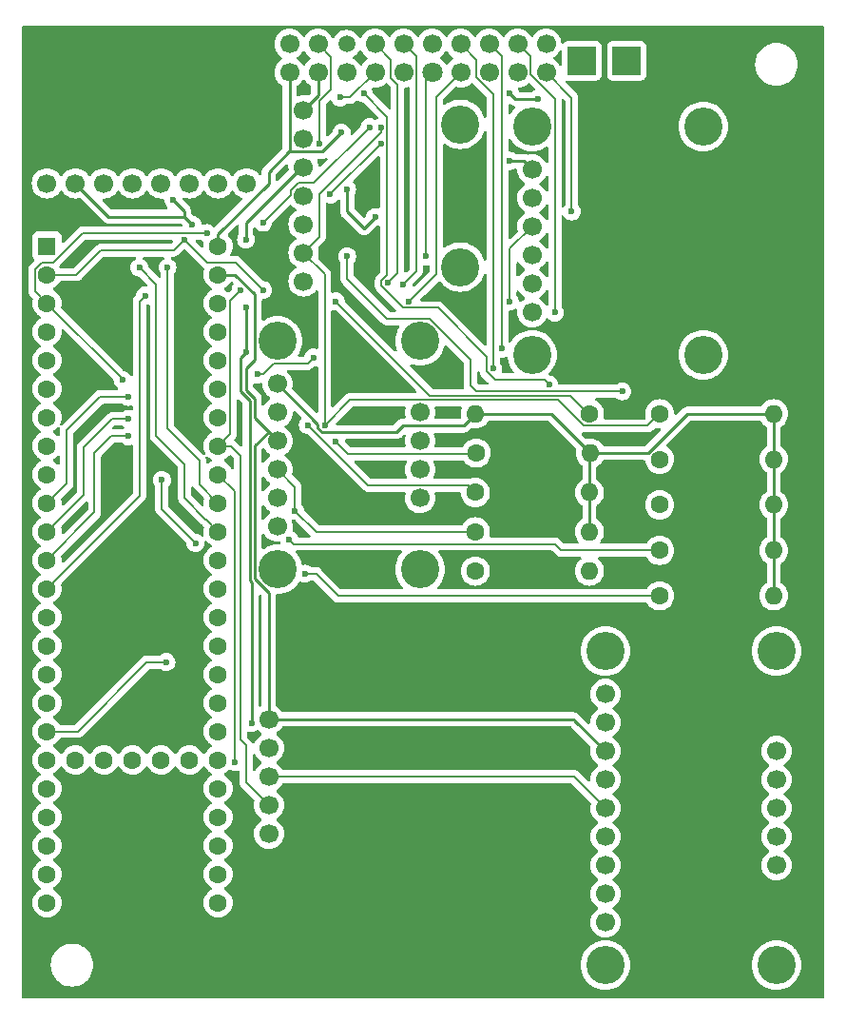
<source format=gbr>
%TF.GenerationSoftware,KiCad,Pcbnew,8.0.7-8.0.7-0~ubuntu22.04.1*%
%TF.CreationDate,2024-12-27T21:55:03+08:00*%
%TF.ProjectId,PCB IREC 2025,50434220-4952-4454-9320-323032352e6b,rev?*%
%TF.SameCoordinates,Original*%
%TF.FileFunction,Copper,L1,Top*%
%TF.FilePolarity,Positive*%
%FSLAX46Y46*%
G04 Gerber Fmt 4.6, Leading zero omitted, Abs format (unit mm)*
G04 Created by KiCad (PCBNEW 8.0.7-8.0.7-0~ubuntu22.04.1) date 2024-12-27 21:55:03*
%MOMM*%
%LPD*%
G01*
G04 APERTURE LIST*
%TA.AperFunction,ComponentPad*%
%ADD10C,1.700000*%
%TD*%
%TA.AperFunction,ComponentPad*%
%ADD11C,1.800000*%
%TD*%
%TA.AperFunction,ComponentPad*%
%ADD12C,1.500000*%
%TD*%
%TA.AperFunction,ComponentPad*%
%ADD13C,3.400000*%
%TD*%
%TA.AperFunction,ComponentPad*%
%ADD14C,1.600000*%
%TD*%
%TA.AperFunction,ComponentPad*%
%ADD15O,1.600000X1.600000*%
%TD*%
%TA.AperFunction,ComponentPad*%
%ADD16R,2.500000X2.500000*%
%TD*%
%TA.AperFunction,ComponentPad*%
%ADD17R,1.600000X1.600000*%
%TD*%
%TA.AperFunction,ViaPad*%
%ADD18C,0.600000*%
%TD*%
%TA.AperFunction,Conductor*%
%ADD19C,0.160000*%
%TD*%
%TA.AperFunction,Conductor*%
%ADD20C,0.250000*%
%TD*%
%TA.AperFunction,Conductor*%
%ADD21C,0.200000*%
%TD*%
G04 APERTURE END LIST*
D10*
%TO.P,DS1307,1,GND*%
%TO.N,GND*%
X147535000Y-110685000D03*
%TO.P,DS1307,2,VCC*%
%TO.N,/3V3*%
X147535000Y-113225000D03*
%TO.P,DS1307,3,SDA*%
%TO.N,/SDA0*%
X147535000Y-115765000D03*
%TO.P,DS1307,4,SCL*%
%TO.N,/SCL0*%
X147535000Y-118305000D03*
%TO.P,DS1307,5,DS*%
%TO.N,unconnected-(DS1307-DS-Pad5)*%
X147535000Y-120845000D03*
%TD*%
%TO.P,Component_Breakout1,1,5V*%
%TO.N,+5V*%
X149370000Y-53140000D03*
%TO.P,Component_Breakout1,2,3V3*%
%TO.N,/3V3*%
X151910000Y-53140000D03*
%TO.P,Component_Breakout1,3,GND*%
%TO.N,GND*%
X154450000Y-53140000D03*
%TO.P,Component_Breakout1,4,RFD-TX*%
%TO.N,/TX1*%
X156990000Y-53140000D03*
%TO.P,Component_Breakout1,5,RFD-RX*%
%TO.N,/RX1*%
X159530000Y-53140000D03*
D11*
%TO.P,Component_Breakout1,6,GPS-TX*%
%TO.N,/TX2*%
X162070000Y-53140000D03*
D10*
%TO.P,Component_Breakout1,7,GPS-RX*%
%TO.N,/RX2*%
X164610000Y-53140000D03*
%TO.P,Component_Breakout1,8,SDA*%
%TO.N,/SDA0*%
X167150000Y-53140000D03*
%TO.P,Component_Breakout1,9,SCL*%
%TO.N,/SCL0*%
X169690000Y-53140000D03*
%TO.P,Component_Breakout1,10,SDA1*%
%TO.N,/SDA1*%
X172230000Y-53140000D03*
%TO.P,Component_Breakout1,11,SCL1*%
%TO.N,/SCL1*%
X149370000Y-50600000D03*
%TO.P,Component_Breakout1,12,SDA2*%
%TO.N,/SDA2*%
X151910000Y-50600000D03*
D12*
%TO.P,Component_Breakout1,13,SCL2*%
%TO.N,/SCL2*%
X154450000Y-50600000D03*
D10*
%TO.P,Component_Breakout1,14,RFM-INT*%
%TO.N,/RFM-INT*%
X156990000Y-50600000D03*
%TO.P,Component_Breakout1,15,RFM-CS*%
%TO.N,/RFM-CS*%
X159530000Y-50600000D03*
%TO.P,Component_Breakout1,16,RFM-MOSI*%
%TO.N,/RFM-MOSI*%
X162070000Y-50600000D03*
%TO.P,Component_Breakout1,17,RFM-MISO*%
%TO.N,/RFM-MISO*%
X164610000Y-50600000D03*
%TO.P,Component_Breakout1,18,RFM-SCK*%
%TO.N,/RFM-SCK*%
X167150000Y-50600000D03*
%TO.P,Component_Breakout1,19,RFM-RST*%
%TO.N,/RFM-RST*%
X169690000Y-50600000D03*
%TO.P,Component_Breakout1,20,VIDEO/ON*%
%TO.N,/VIDEO{slash}ON*%
X172230000Y-50600000D03*
%TD*%
%TO.P,MPU6050,1,VCC*%
%TO.N,/3V3*%
X127760000Y-63000000D03*
%TO.P,MPU6050,2,GND*%
%TO.N,GND*%
X130300000Y-63000000D03*
%TO.P,MPU6050,3,SCL*%
%TO.N,/SCL1*%
X132840000Y-63000000D03*
%TO.P,MPU6050,4,SDA*%
%TO.N,/SDA1*%
X135380000Y-63000000D03*
%TO.P,MPU6050,5,XDA*%
%TO.N,unconnected-(MPU6050-XDA-Pad5)*%
X137920000Y-63000000D03*
%TO.P,MPU6050,6,ADO*%
%TO.N,unconnected-(MPU6050-ADO-Pad6)*%
X140460000Y-63000000D03*
%TO.P,MPU6050,7,INT*%
%TO.N,unconnected-(MPU6050-INT-Pad7)*%
X143000000Y-63000000D03*
%TO.P,MPU6050,8*%
%TO.N,N/C*%
X145540000Y-63000000D03*
%TD*%
%TO.P,BMP280,1,VIN*%
%TO.N,/3V3*%
X150615000Y-56480000D03*
%TO.P,BMP280,2,3Vo*%
%TO.N,unconnected-(BMP280-3Vo-Pad2)*%
X150615000Y-59020000D03*
%TO.P,BMP280,3,GND*%
%TO.N,GND*%
X150615000Y-61560000D03*
%TO.P,BMP280,4,SCK*%
%TO.N,/SCL0*%
X150615000Y-64100000D03*
%TO.P,BMP280,5,SDO*%
%TO.N,unconnected-(BMP280-SDO-Pad5)*%
X150615000Y-66640000D03*
%TO.P,BMP280,6,SDI*%
%TO.N,/SDA0*%
X150615000Y-69180000D03*
%TO.P,BMP280,7,CS*%
%TO.N,unconnected-(BMP280-CS-Pad7)*%
X150615000Y-71720000D03*
D13*
%TO.P,BMP280,8*%
%TO.N,N/C*%
X164585000Y-57750000D03*
%TO.P,BMP280,9*%
X164585000Y-70450000D03*
%TD*%
D10*
%TO.P,INA219,1,VIN*%
%TO.N,/3V3*%
X170980000Y-61750000D03*
%TO.P,INA219,2,GND*%
%TO.N,GND*%
X170980000Y-64290000D03*
%TO.P,INA219,3,SCL*%
%TO.N,/SCL1*%
X170980000Y-66830000D03*
%TO.P,INA219,4,SDA*%
%TO.N,/SDA1*%
X170980000Y-69370000D03*
%TO.P,INA219,5,VIN-*%
%TO.N,unconnected-(INA219-VIN--Pad5)*%
X170980000Y-71910000D03*
%TO.P,INA219,6,VIN+*%
%TO.N,unconnected-(INA219-VIN+-Pad6)*%
X170980000Y-74450000D03*
D13*
%TO.P,INA219,7*%
%TO.N,N/C*%
X170980000Y-78260000D03*
%TO.P,INA219,8*%
X170980000Y-57940000D03*
%TO.P,INA219,9*%
X186220000Y-57940000D03*
%TO.P,INA219,10*%
X186220000Y-78260000D03*
%TD*%
D10*
%TO.P,LSM9DS1,1,VIN*%
%TO.N,unconnected-(LSM9DS1-VIN-Pad1)*%
X177500000Y-108420000D03*
%TO.P,LSM9DS1,2,3V3*%
%TO.N,/3V3*%
X177500000Y-110960000D03*
%TO.P,LSM9DS1,3,GND*%
%TO.N,GND*%
X177500000Y-113500000D03*
%TO.P,LSM9DS1,4,SCL*%
%TO.N,/SCL0*%
X177500000Y-116040000D03*
%TO.P,LSM9DS1,5,SDA*%
%TO.N,/SDA0*%
X177500000Y-118580000D03*
%TO.P,LSM9DS1,6,CSAG*%
%TO.N,unconnected-(LSM9DS1-CSAG-Pad6)*%
X177500000Y-121120000D03*
%TO.P,LSM9DS1,7,CSM*%
%TO.N,unconnected-(LSM9DS1-CSM-Pad7)*%
X177500000Y-123660000D03*
%TO.P,LSM9DS1,8,SDOAG*%
%TO.N,unconnected-(LSM9DS1-SDOAG-Pad8)*%
X177500000Y-126200000D03*
%TO.P,LSM9DS1,9,SDOM*%
%TO.N,unconnected-(LSM9DS1-SDOM-Pad9)*%
X177500000Y-128740000D03*
%TO.P,LSM9DS1,10,DEN*%
%TO.N,unconnected-(LSM9DS1-DEN-Pad10)*%
X192740000Y-113500000D03*
%TO.P,LSM9DS1,11,INT2*%
%TO.N,unconnected-(LSM9DS1-INT2-Pad11)*%
X192740000Y-116040000D03*
%TO.P,LSM9DS1,12,INT1*%
%TO.N,unconnected-(LSM9DS1-INT1-Pad12)*%
X192740000Y-118580000D03*
%TO.P,LSM9DS1,13,DRDY*%
%TO.N,unconnected-(LSM9DS1-DRDY-Pad13)*%
X192740000Y-121120000D03*
%TO.P,LSM9DS1,14,INTM*%
%TO.N,unconnected-(LSM9DS1-INTM-Pad14)*%
X192740000Y-123660000D03*
D13*
%TO.P,LSM9DS1,16*%
%TO.N,N/C*%
X177500000Y-104610000D03*
%TO.P,LSM9DS1,17*%
X192740000Y-104610000D03*
%TO.P,LSM9DS1,18*%
X177500000Y-132550000D03*
%TO.P,LSM9DS1,19*%
X192740000Y-132550000D03*
%TD*%
D14*
%TO.P,SDA1,1*%
%TO.N,/SDA1*%
X182340000Y-87550000D03*
D15*
%TO.P,SDA1,2*%
%TO.N,/3V3*%
X192500000Y-87550000D03*
%TD*%
D14*
%TO.P,SDA0,1*%
%TO.N,/SDA0*%
X182340000Y-83500000D03*
D15*
%TO.P,SDA0,2*%
%TO.N,/3V3*%
X192500000Y-83500000D03*
%TD*%
D14*
%TO.P,RX1,1*%
%TO.N,/RX1*%
X176080000Y-83500000D03*
D15*
%TO.P,RX1,2*%
%TO.N,/3V3*%
X165920000Y-83500000D03*
%TD*%
D14*
%TO.P,TX1,1*%
%TO.N,/TX1*%
X182340000Y-95650000D03*
D15*
%TO.P,TX1,2*%
%TO.N,/3V3*%
X192500000Y-95650000D03*
%TD*%
D16*
%TO.P,5V1,1,1*%
%TO.N,+5V*%
X175410000Y-52100000D03*
%TD*%
D14*
%TO.P,SDA2,1*%
%TO.N,/SDA2*%
X182340000Y-91600000D03*
D15*
%TO.P,SDA2,2*%
%TO.N,/3V3*%
X192500000Y-91600000D03*
%TD*%
D10*
%TO.P,ADXL375,1,VIN*%
%TO.N,/3V3*%
X148300000Y-80840000D03*
%TO.P,ADXL375,2,3Vo*%
%TO.N,unconnected-(ADXL375-3Vo-Pad2)*%
X148300000Y-83380000D03*
%TO.P,ADXL375,3,GND*%
%TO.N,GND*%
X148300000Y-85920000D03*
%TO.P,ADXL375,4,SCL*%
%TO.N,/SCL1*%
X148300000Y-88460000D03*
%TO.P,ADXL375,5,SDA*%
%TO.N,/SDA1*%
X148300000Y-91000000D03*
%TO.P,ADXL375,6,INT*%
%TO.N,unconnected-(ADXL375-INT-Pad6)*%
X148300000Y-93540000D03*
%TO.P,ADXL375,7,GND*%
%TO.N,unconnected-(ADXL375-GND-Pad7)*%
X161000000Y-83380000D03*
%TO.P,ADXL375,8,I2*%
%TO.N,unconnected-(ADXL375-I2-Pad8)*%
X161000000Y-85920000D03*
%TO.P,ADXL375,9,SDO*%
%TO.N,unconnected-(ADXL375-SDO-Pad9)*%
X161000000Y-88460000D03*
%TO.P,ADXL375,10,CS*%
%TO.N,unconnected-(ADXL375-CS-Pad10)*%
X161000000Y-91000000D03*
D13*
%TO.P,ADXL375,11*%
%TO.N,N/C*%
X148300000Y-77030000D03*
%TO.P,ADXL375,12*%
X161000000Y-77030000D03*
%TO.P,ADXL375,13*%
X161000000Y-97350000D03*
%TO.P,ADXL375,14*%
X148300000Y-97350000D03*
%TD*%
D14*
%TO.P,TX2,1*%
%TO.N,/TX2*%
X182340000Y-99700000D03*
D15*
%TO.P,TX2,2*%
%TO.N,/3V3*%
X192500000Y-99700000D03*
%TD*%
D16*
%TO.P,GND1,1,1*%
%TO.N,GND*%
X179410000Y-52100000D03*
%TD*%
D14*
%TO.P,RX2,1*%
%TO.N,/RX2*%
X166000000Y-87000000D03*
D15*
%TO.P,RX2,2*%
%TO.N,/3V3*%
X176160000Y-87000000D03*
%TD*%
D14*
%TO.P,SCL0,1*%
%TO.N,/SCL0*%
X165920000Y-90500000D03*
D15*
%TO.P,SCL0,2*%
%TO.N,/3V3*%
X176080000Y-90500000D03*
%TD*%
D14*
%TO.P,SCL2,1*%
%TO.N,/SCL2*%
X165920000Y-97500000D03*
D15*
%TO.P,SCL2,2*%
%TO.N,/3V3*%
X176080000Y-97500000D03*
%TD*%
D14*
%TO.P,SCL1,1*%
%TO.N,/SCL1*%
X165920000Y-94000000D03*
D15*
%TO.P,SCL1,2*%
%TO.N,/3V3*%
X176080000Y-94000000D03*
%TD*%
D17*
%TO.P,U1,1,GND*%
%TO.N,unconnected-(U1-GND-Pad1)*%
X127760000Y-68580000D03*
D14*
%TO.P,U1,2,0_RX1_CRX2_CS1*%
%TO.N,/RX1*%
X127760000Y-71120000D03*
%TO.P,U1,3,1_TX1_CTX2_MISO1*%
%TO.N,/TX1*%
X127760000Y-73660000D03*
%TO.P,U1,4,2_OUT2*%
%TO.N,/VIDEO{slash}ON*%
X127760000Y-76200000D03*
%TO.P,U1,5,3_LRCLK2*%
%TO.N,unconnected-(U1-3_LRCLK2-Pad5)*%
X127760000Y-78740000D03*
%TO.P,U1,6,4_BCLK2*%
%TO.N,unconnected-(U1-4_BCLK2-Pad6)*%
X127760000Y-81280000D03*
%TO.P,U1,7,5_IN2*%
%TO.N,unconnected-(U1-5_IN2-Pad7)*%
X127760000Y-83820000D03*
%TO.P,U1,8,6_OUT1D*%
%TO.N,unconnected-(U1-6_OUT1D-Pad8)*%
X127760000Y-86360000D03*
%TO.P,U1,9,7_RX2_OUT1A*%
%TO.N,/RX2*%
X127760000Y-88900000D03*
%TO.P,U1,10,8_TX2_IN1*%
%TO.N,/TX2*%
X127760000Y-91440000D03*
%TO.P,U1,11,9_OUT1C*%
%TO.N,/RFM-INT*%
X127760000Y-93980000D03*
%TO.P,U1,12,10_CS_MQSR*%
%TO.N,/RFM-CS*%
X127760000Y-96520000D03*
%TO.P,U1,13,11_MOSI_CTX1*%
%TO.N,/RFM-MOSI*%
X127760000Y-99060000D03*
%TO.P,U1,14,12_MISO_MQSL*%
%TO.N,/RFM-MISO*%
X127760000Y-101600000D03*
%TO.P,U1,15,3V3*%
%TO.N,unconnected-(U1-3V3-Pad15)*%
X127760000Y-104140000D03*
%TO.P,U1,16,24_A10_TX6_SCL2*%
%TO.N,/SCL2*%
X127760000Y-106680000D03*
%TO.P,U1,17,25_A11_RX6_SDA2*%
%TO.N,/SDA2*%
X127760000Y-109220000D03*
%TO.P,U1,18,26_A12_MOSI1*%
%TO.N,/RFM-RST*%
X127760000Y-111760000D03*
%TO.P,U1,19,27_A13_SCK1*%
%TO.N,unconnected-(U1-27_A13_SCK1-Pad19)*%
X127760000Y-114300000D03*
%TO.P,U1,20,28_RX7*%
%TO.N,unconnected-(U1-28_RX7-Pad20)*%
X127760000Y-116840000D03*
%TO.P,U1,21,29_TX7*%
%TO.N,unconnected-(U1-29_TX7-Pad21)*%
X127760000Y-119380000D03*
%TO.P,U1,22,30_CRX3*%
%TO.N,unconnected-(U1-30_CRX3-Pad22)*%
X127760000Y-121920000D03*
%TO.P,U1,23,31_CTX3*%
%TO.N,unconnected-(U1-31_CTX3-Pad23)*%
X127760000Y-124460000D03*
%TO.P,U1,24,32_OUT1B*%
%TO.N,unconnected-(U1-32_OUT1B-Pad24)*%
X127760000Y-127000000D03*
%TO.P,U1,25,33_MCLK2*%
%TO.N,unconnected-(U1-33_MCLK2-Pad25)*%
X143000000Y-127000000D03*
%TO.P,U1,26,34_RX8*%
%TO.N,unconnected-(U1-34_RX8-Pad26)*%
X143000000Y-124460000D03*
%TO.P,U1,27,35_TX8*%
%TO.N,unconnected-(U1-35_TX8-Pad27)*%
X143000000Y-121920000D03*
%TO.P,U1,28,36_CS*%
%TO.N,unconnected-(U1-36_CS-Pad28)*%
X143000000Y-119380000D03*
%TO.P,U1,29,37_CS*%
%TO.N,unconnected-(U1-37_CS-Pad29)*%
X143000000Y-116840000D03*
%TO.P,U1,30,38_CS1_IN1*%
%TO.N,unconnected-(U1-38_CS1_IN1-Pad30)*%
X143000000Y-114300000D03*
%TO.P,U1,31,39_MISO1_OUT1A*%
%TO.N,unconnected-(U1-39_MISO1_OUT1A-Pad31)*%
X143000000Y-111760000D03*
%TO.P,U1,32,40_A16*%
%TO.N,unconnected-(U1-40_A16-Pad32)*%
X143000000Y-109220000D03*
%TO.P,U1,33,41_A17*%
%TO.N,unconnected-(U1-41_A17-Pad33)*%
X143000000Y-106680000D03*
%TO.P,U1,34,GND*%
%TO.N,unconnected-(U1-GND-Pad34)*%
X143000000Y-104140000D03*
%TO.P,U1,35,13_SCK_LED*%
%TO.N,/RFM-SCK*%
X143000000Y-101600000D03*
%TO.P,U1,36,14_A0_TX3_SPDIF_OUT*%
%TO.N,unconnected-(U1-14_A0_TX3_SPDIF_OUT-Pad36)*%
X143000000Y-99060000D03*
%TO.P,U1,37,15_A1_RX3_SPDIF_IN*%
%TO.N,unconnected-(U1-15_A1_RX3_SPDIF_IN-Pad37)*%
X143000000Y-96520000D03*
%TO.P,U1,38,16_A2_RX4_SCL1*%
%TO.N,/SCL1*%
X143000000Y-93980000D03*
%TO.P,U1,39,17_A3_TX4_SDA1*%
%TO.N,/SDA1*%
X143000000Y-91440000D03*
%TO.P,U1,40,18_A4_SDA*%
%TO.N,/SDA0*%
X143000000Y-88900000D03*
%TO.P,U1,41,19_A5_SCL*%
%TO.N,/SCL0*%
X143000000Y-86360000D03*
%TO.P,U1,42,20_A6_TX5_LRCLK1*%
%TO.N,unconnected-(U1-20_A6_TX5_LRCLK1-Pad42)*%
X143000000Y-83820000D03*
%TO.P,U1,43,21_A7_RX5_BCLK1*%
%TO.N,unconnected-(U1-21_A7_RX5_BCLK1-Pad43)*%
X143000000Y-81280000D03*
%TO.P,U1,44,22_A8_CTX1*%
%TO.N,unconnected-(U1-22_A8_CTX1-Pad44)*%
X143000000Y-78740000D03*
%TO.P,U1,45,23_A9_CRX1_MCLK1*%
%TO.N,unconnected-(U1-23_A9_CRX1_MCLK1-Pad45)*%
X143000000Y-76200000D03*
%TO.P,U1,46,3V3*%
%TO.N,/3V3*%
X143000000Y-73660000D03*
%TO.P,U1,47,GND*%
%TO.N,GND*%
X143000000Y-71120000D03*
%TO.P,U1,48,VIN*%
%TO.N,+5V*%
X143000000Y-68580000D03*
%TO.P,U1,50,VBAT*%
%TO.N,unconnected-(U1-VBAT-Pad50)*%
X130300000Y-114300000D03*
%TO.P,U1,51,3V3*%
%TO.N,unconnected-(U1-3V3-Pad51)*%
X132840000Y-114300000D03*
%TO.P,U1,52,GND*%
%TO.N,unconnected-(U1-GND-Pad52)*%
X135380000Y-114300000D03*
%TO.P,U1,53,PROGRAM*%
%TO.N,unconnected-(U1-PROGRAM-Pad53)*%
X137920000Y-114300000D03*
%TO.P,U1,54,ON_OFF*%
%TO.N,unconnected-(U1-ON_OFF-Pad54)*%
X140460000Y-114300000D03*
%TD*%
D18*
%TO.N,GND*%
X145500000Y-68000000D03*
%TO.N,/TX1*%
X142000000Y-67420000D03*
%TO.N,/SDA0*%
X144500000Y-114500000D03*
%TO.N,GND*%
X140725244Y-66685244D03*
%TO.N,/TX1*%
X141000000Y-95000000D03*
X134500000Y-80500000D03*
%TO.N,/SDA1*%
X138500000Y-70500000D03*
X174500000Y-65500000D03*
%TO.N,/SCL1*%
X136000000Y-70500000D03*
X169000000Y-73500000D03*
X149870000Y-92130000D03*
%TO.N,/3V3*%
X146000000Y-111000000D03*
X145500000Y-74000000D03*
X145500000Y-78000000D03*
X169000000Y-61000000D03*
%TO.N,/SCL0*%
X157500000Y-59500000D03*
X153000000Y-64000000D03*
X151000000Y-84500000D03*
X145000000Y-72500000D03*
%TO.N,/SDA0*%
X157500000Y-58000000D03*
X152500000Y-84500000D03*
%TO.N,/RFM-SCK*%
X168280000Y-77720000D03*
%TO.N,/RX2*%
X153500000Y-86000000D03*
X160000000Y-73500000D03*
%TO.N,/SDA2*%
X152000000Y-59440000D03*
X179000000Y-81500000D03*
X154500000Y-69500000D03*
%TO.N,/SCL2*%
X172500000Y-80900000D03*
X156000000Y-55000000D03*
%TO.N,/RFM-RST*%
X173000000Y-74500000D03*
X138400000Y-105600000D03*
%TO.N,/RFM-INT*%
X158120000Y-71880000D03*
X151500000Y-78500000D03*
X146500000Y-80000000D03*
X135040000Y-83950884D03*
%TO.N,/RFM-MISO*%
X167500000Y-79500000D03*
%TO.N,/TX2*%
X135000000Y-82000000D03*
X150739214Y-97739214D03*
X161500000Y-69500000D03*
%TO.N,/RFM-CS*%
X159500000Y-72000000D03*
X135000000Y-85500000D03*
%TO.N,/RX1*%
X140000000Y-68000000D03*
X147000000Y-72500000D03*
X153500000Y-73500000D03*
%TO.N,/RFM-MOSI*%
X156500000Y-58000000D03*
X136500000Y-73000000D03*
X147000000Y-66500000D03*
%TO.N,/TX1*%
X149330000Y-94670000D03*
X153850000Y-55350000D03*
X138000000Y-89400000D03*
%TO.N,+5V*%
X171500000Y-55500000D03*
X154000000Y-58500000D03*
X169000000Y-55000000D03*
%TO.N,GND*%
X157000000Y-66000000D03*
X154500000Y-63500000D03*
X139000000Y-64500000D03*
%TD*%
D19*
%TO.N,/SDA1*%
X174500000Y-65500000D02*
X174500000Y-55410000D01*
X174500000Y-55410000D02*
X172230000Y-53140000D01*
%TO.N,/RX1*%
X127760000Y-71120000D02*
X130380000Y-71120000D01*
X130380000Y-71120000D02*
X132540000Y-68960000D01*
X132540000Y-68960000D02*
X139040000Y-68960000D01*
X139040000Y-68960000D02*
X140000000Y-68000000D01*
D20*
%TO.N,/3V3*%
X148300000Y-80840000D02*
X151875000Y-84415000D01*
X152241116Y-85125000D02*
X158875000Y-85125000D01*
X164865000Y-84555000D02*
X165920000Y-83500000D01*
X151875000Y-84415000D02*
X151875000Y-84758884D01*
X151875000Y-84758884D02*
X152241116Y-85125000D01*
X159445000Y-84555000D02*
X164865000Y-84555000D01*
X158875000Y-85125000D02*
X159445000Y-84555000D01*
D19*
%TO.N,/SCL1*%
X149870000Y-92130000D02*
X149870000Y-90030000D01*
X149870000Y-90030000D02*
X148300000Y-88460000D01*
%TO.N,/TX1*%
X138000000Y-89400000D02*
X138000000Y-92000000D01*
X138000000Y-92000000D02*
X141000000Y-95000000D01*
D20*
%TO.N,+5V*%
X154000000Y-58500000D02*
X152305000Y-60195000D01*
X152305000Y-60195000D02*
X149515000Y-60195000D01*
D21*
%TO.N,/SDA2*%
X152000000Y-59440000D02*
X152000000Y-55696040D01*
X153060000Y-54636040D02*
X153060000Y-51750000D01*
X153060000Y-51750000D02*
X151910000Y-50600000D01*
X152000000Y-55696040D02*
X153060000Y-54636040D01*
D19*
%TO.N,/SDA0*%
X157500000Y-58000000D02*
X157500000Y-58500000D01*
X157500000Y-58500000D02*
X152000000Y-64000000D01*
X152000000Y-64000000D02*
X152000000Y-67795000D01*
X152000000Y-67795000D02*
X150615000Y-69180000D01*
%TO.N,/SCL0*%
X147535000Y-118305000D02*
X145500000Y-116270000D01*
X145500000Y-113000000D02*
X145000000Y-112500000D01*
X145500000Y-116270000D02*
X145500000Y-113000000D01*
X145000000Y-112500000D02*
X145000000Y-87228630D01*
X145000000Y-87228630D02*
X144131370Y-86360000D01*
X144131370Y-86360000D02*
X143000000Y-86360000D01*
D20*
%TO.N,/3V3*%
X146000000Y-111000000D02*
X146000000Y-98550179D01*
X145825000Y-98375179D02*
X145825000Y-82325000D01*
X146000000Y-98550179D02*
X145825000Y-98375179D01*
X145825000Y-82325000D02*
X145000000Y-81500000D01*
X145000000Y-81500000D02*
X145000000Y-78500000D01*
X145000000Y-78500000D02*
X145500000Y-78000000D01*
%TO.N,GND*%
X146275000Y-83895000D02*
X147500000Y-85120000D01*
X147500000Y-85120000D02*
X146275000Y-86345000D01*
X147500000Y-99413783D02*
X147500000Y-110650000D01*
X146275000Y-86345000D02*
X146275000Y-98188783D01*
X146275000Y-98188783D02*
X147500000Y-99413783D01*
X147500000Y-110650000D02*
X147535000Y-110685000D01*
D19*
%TO.N,/RFM-INT*%
X158120000Y-71880000D02*
X159000000Y-71000000D01*
X158400000Y-53608062D02*
X158400000Y-52010000D01*
X159000000Y-71000000D02*
X159000000Y-54208062D01*
X159000000Y-54208062D02*
X158400000Y-53608062D01*
X158400000Y-52010000D02*
X156990000Y-50600000D01*
%TO.N,/SCL2*%
X172500000Y-80900000D02*
X172100000Y-80500000D01*
X157540000Y-71639756D02*
X158000000Y-71179756D01*
X172100000Y-80500000D02*
X167679756Y-80500000D01*
X166920000Y-78420000D02*
X162580000Y-74080000D01*
X157540000Y-72120244D02*
X157540000Y-71639756D01*
X158000000Y-59820244D02*
X158080000Y-59740244D01*
X167679756Y-80500000D02*
X166920000Y-79740244D01*
X158000000Y-71179756D02*
X158000000Y-59820244D01*
X166920000Y-79740244D02*
X166920000Y-78420000D01*
X158080000Y-57080000D02*
X156000000Y-55000000D01*
X162580000Y-74080000D02*
X159499756Y-74080000D01*
X159499756Y-74080000D02*
X157540000Y-72120244D01*
X158080000Y-59740244D02*
X158080000Y-57080000D01*
D21*
%TO.N,/TX2*%
X161500000Y-69500000D02*
X161500000Y-53710000D01*
X161500000Y-53710000D02*
X162070000Y-53140000D01*
D19*
%TO.N,/RFM-MOSI*%
X156500000Y-58000000D02*
X151530000Y-62970000D01*
X151530000Y-62970000D02*
X150146938Y-62970000D01*
X150146938Y-62970000D02*
X149485000Y-63631938D01*
X149485000Y-63631938D02*
X149485000Y-64015000D01*
X149485000Y-64015000D02*
X147000000Y-66500000D01*
D20*
%TO.N,GND*%
X145500000Y-68000000D02*
X145500000Y-66500000D01*
X145500000Y-66500000D02*
X150440000Y-61560000D01*
X150440000Y-61560000D02*
X150615000Y-61560000D01*
%TO.N,+5V*%
X143000000Y-68580000D02*
X143000000Y-67500000D01*
X143000000Y-67500000D02*
X147500000Y-63000000D01*
X147500000Y-63000000D02*
X147500000Y-62000000D01*
X147500000Y-62000000D02*
X149305000Y-60195000D01*
X149305000Y-60195000D02*
X149515000Y-60195000D01*
D19*
%TO.N,/SCL1*%
X136000000Y-70500000D02*
X137500000Y-72000000D01*
X140000000Y-88000000D02*
X140000000Y-91000000D01*
X137500000Y-72000000D02*
X137500000Y-85500000D01*
X137500000Y-85500000D02*
X140000000Y-88000000D01*
X140000000Y-91000000D02*
X141900000Y-92900000D01*
X141900000Y-92900000D02*
X141920000Y-92900000D01*
X141920000Y-92900000D02*
X143000000Y-93980000D01*
%TO.N,/RFM-INT*%
X135040000Y-83950884D02*
X133549116Y-83950884D01*
X133549116Y-83950884D02*
X131000000Y-86500000D01*
X131000000Y-86500000D02*
X131000000Y-90740000D01*
X131000000Y-90740000D02*
X127760000Y-93980000D01*
D21*
%TO.N,/TX2*%
X135000000Y-82000000D02*
X132500000Y-82000000D01*
X132500000Y-82000000D02*
X129500000Y-85000000D01*
X129500000Y-85000000D02*
X129500000Y-89700000D01*
X129500000Y-89700000D02*
X127760000Y-91440000D01*
D19*
%TO.N,/TX1*%
X126680000Y-72580000D02*
X127760000Y-73660000D01*
X126680000Y-70672649D02*
X126680000Y-72580000D01*
X127312649Y-70040000D02*
X126680000Y-70672649D01*
X128330883Y-70040000D02*
X127312649Y-70040000D01*
X142000000Y-67420000D02*
X130950883Y-67420000D01*
X130950883Y-67420000D02*
X128330883Y-70040000D01*
%TO.N,/SDA0*%
X144500000Y-114500000D02*
X144500000Y-90400000D01*
X144500000Y-90400000D02*
X143000000Y-88900000D01*
%TO.N,/RFM-RST*%
X138400000Y-105600000D02*
X136650000Y-105600000D01*
X136650000Y-105600000D02*
X130490000Y-111760000D01*
X130490000Y-111760000D02*
X127760000Y-111760000D01*
%TO.N,/RX1*%
X140000000Y-68000000D02*
X142040000Y-70040000D01*
X142040000Y-70040000D02*
X144540000Y-70040000D01*
X144540000Y-70040000D02*
X147000000Y-72500000D01*
D20*
%TO.N,GND*%
X143000000Y-71120000D02*
X144503884Y-71120000D01*
X145500000Y-79500000D02*
X145500000Y-81363604D01*
X144503884Y-71120000D02*
X146274999Y-72891115D01*
X146274999Y-72891115D02*
X146274999Y-78725001D01*
X146275000Y-82138604D02*
X146275000Y-83895000D01*
X146274999Y-78725001D02*
X145500000Y-79500000D01*
X145500000Y-81363604D02*
X146275000Y-82138604D01*
X140725244Y-66685244D02*
X140000000Y-65960000D01*
D19*
%TO.N,/SCL0*%
X143000000Y-86360000D02*
X144080000Y-85280000D01*
X144080000Y-85280000D02*
X144080000Y-73420000D01*
X144080000Y-73420000D02*
X145000000Y-72500000D01*
%TO.N,/SDA1*%
X143000000Y-91440000D02*
X141360000Y-89800000D01*
X141360000Y-89800000D02*
X141360000Y-87640000D01*
X141360000Y-87640000D02*
X138500000Y-84780000D01*
%TO.N,/TX1*%
X134500000Y-80400000D02*
X134500000Y-80500000D01*
X127760000Y-73660000D02*
X134500000Y-80400000D01*
%TO.N,/RFM-CS*%
X135000000Y-85500000D02*
X133500000Y-85500000D01*
X133500000Y-85500000D02*
X132000000Y-87000000D01*
X132000000Y-87000000D02*
X132000000Y-92280000D01*
X132000000Y-92280000D02*
X127760000Y-96520000D01*
%TO.N,/RFM-MOSI*%
X136500000Y-73000000D02*
X136000000Y-73500000D01*
X136000000Y-73500000D02*
X136000000Y-90820000D01*
X136000000Y-90820000D02*
X127760000Y-99060000D01*
D20*
%TO.N,GND*%
X139000000Y-64500000D02*
X140000000Y-65500000D01*
X140000000Y-65500000D02*
X140000000Y-65960000D01*
X140000000Y-65960000D02*
X133260000Y-65960000D01*
X133260000Y-65960000D02*
X130300000Y-63000000D01*
D19*
%TO.N,/SDA0*%
X147535000Y-115765000D02*
X174685000Y-115765000D01*
X174685000Y-115765000D02*
X177500000Y-118580000D01*
D20*
%TO.N,GND*%
X174750000Y-110750000D02*
X177500000Y-113500000D01*
X147535000Y-110685000D02*
X174685000Y-110685000D01*
X174685000Y-110685000D02*
X174750000Y-110750000D01*
D19*
%TO.N,/SDA1*%
X138500000Y-84780000D02*
X138500000Y-70500000D01*
%TO.N,/SCL1*%
X169000000Y-73500000D02*
X169000000Y-68810000D01*
X151740000Y-94000000D02*
X165920000Y-94000000D01*
X149870000Y-92130000D02*
X151740000Y-94000000D01*
X169000000Y-68810000D02*
X170980000Y-66830000D01*
D20*
%TO.N,/3V3*%
X145500000Y-74000000D02*
X145500000Y-78000000D01*
X192500000Y-83500000D02*
X192500000Y-87550000D01*
X165920000Y-83500000D02*
X172660000Y-83500000D01*
X184799009Y-83500000D02*
X192500000Y-83500000D01*
X181299009Y-87000000D02*
X184799009Y-83500000D01*
X192500000Y-95650000D02*
X192500000Y-99700000D01*
X176160000Y-87160000D02*
X176080000Y-87240000D01*
X176080000Y-87240000D02*
X176080000Y-90500000D01*
X192500000Y-87550000D02*
X192500000Y-91600000D01*
X176160000Y-87000000D02*
X181299009Y-87000000D01*
X151910000Y-55185000D02*
X150615000Y-56480000D01*
X170230000Y-61000000D02*
X170980000Y-61750000D01*
X176160000Y-87000000D02*
X176160000Y-87160000D01*
X169000000Y-61000000D02*
X170230000Y-61000000D01*
X192500000Y-91600000D02*
X192500000Y-95650000D01*
X176080000Y-90500000D02*
X176080000Y-94000000D01*
X151910000Y-53140000D02*
X151910000Y-55185000D01*
X172660000Y-83500000D02*
X176160000Y-87000000D01*
D19*
%TO.N,/SCL0*%
X151000000Y-84500000D02*
X156370000Y-89870000D01*
X156370000Y-89870000D02*
X165290000Y-89870000D01*
X157500000Y-59500000D02*
X153000000Y-64000000D01*
X165290000Y-89870000D02*
X165920000Y-90500000D01*
%TO.N,/SDA0*%
X175580000Y-84580000D02*
X173250000Y-82250000D01*
X154750000Y-82250000D02*
X152500000Y-84500000D01*
X152500000Y-84500000D02*
X152500000Y-71065000D01*
X182340000Y-83500000D02*
X181260000Y-84580000D01*
X152500000Y-71065000D02*
X150615000Y-69180000D01*
X181840000Y-83000000D02*
X182340000Y-83500000D01*
X181260000Y-84580000D02*
X175580000Y-84580000D01*
X173250000Y-82250000D02*
X154750000Y-82250000D01*
%TO.N,/RFM-SCK*%
X168280000Y-77720000D02*
X168280000Y-51730000D01*
X168280000Y-51730000D02*
X167150000Y-50600000D01*
%TO.N,/RX2*%
X165950000Y-87050000D02*
X166000000Y-87000000D01*
X154550000Y-87050000D02*
X165950000Y-87050000D01*
X162450000Y-71050000D02*
X160000000Y-73500000D01*
X162450000Y-55300000D02*
X162450000Y-71050000D01*
X153500000Y-86000000D02*
X154550000Y-87050000D01*
X164610000Y-53140000D02*
X162450000Y-55300000D01*
D21*
%TO.N,/SDA2*%
X154500000Y-71500000D02*
X158030000Y-75030000D01*
X165500000Y-78701572D02*
X165500000Y-81000000D01*
X158030000Y-75030000D02*
X161828428Y-75030000D01*
X165500000Y-81000000D02*
X166000000Y-81500000D01*
X154500000Y-69500000D02*
X154500000Y-71500000D01*
X166000000Y-81500000D02*
X179000000Y-81500000D01*
X161828428Y-75030000D02*
X165500000Y-78701572D01*
D19*
%TO.N,/RFM-RST*%
X173000000Y-74500000D02*
X173000000Y-55508062D01*
X170820000Y-51730000D02*
X169690000Y-50600000D01*
X173000000Y-55508062D02*
X170820000Y-53328062D01*
X170820000Y-53328062D02*
X170820000Y-51730000D01*
%TO.N,/RFM-INT*%
X151500000Y-78500000D02*
X150990000Y-79010000D01*
X147990000Y-79010000D02*
X147000000Y-80000000D01*
X147000000Y-80000000D02*
X146500000Y-80000000D01*
X150990000Y-79010000D02*
X147990000Y-79010000D01*
%TO.N,/RFM-MISO*%
X166000000Y-53588062D02*
X166000000Y-51990000D01*
X167500000Y-79500000D02*
X167500000Y-55088062D01*
X167500000Y-55088062D02*
X166000000Y-53588062D01*
X166000000Y-51990000D02*
X164610000Y-50600000D01*
D21*
%TO.N,/TX2*%
X153700000Y-99700000D02*
X182340000Y-99700000D01*
X150739214Y-97739214D02*
X151739214Y-97739214D01*
X151739214Y-97739214D02*
X153700000Y-99700000D01*
D19*
%TO.N,/RFM-CS*%
X160660000Y-51730000D02*
X159530000Y-50600000D01*
X159500000Y-72000000D02*
X160660000Y-70840000D01*
X160660000Y-70840000D02*
X160660000Y-51730000D01*
%TO.N,/RX1*%
X176000000Y-83500000D02*
X176080000Y-83500000D01*
X153500000Y-73500000D02*
X161890000Y-81890000D01*
X174390000Y-81890000D02*
X176000000Y-83500000D01*
X161890000Y-81890000D02*
X174390000Y-81890000D01*
%TO.N,/TX1*%
X173000000Y-95080000D02*
X173570000Y-95650000D01*
X149330000Y-94670000D02*
X149740000Y-95080000D01*
X153850000Y-55350000D02*
X154780000Y-55350000D01*
X154780000Y-55350000D02*
X156990000Y-53140000D01*
X173570000Y-95650000D02*
X182340000Y-95650000D01*
X173000000Y-95080000D02*
X149740000Y-95080000D01*
D20*
%TO.N,+5V*%
X169000000Y-55000000D02*
X169500000Y-55500000D01*
X149370000Y-60050000D02*
X149370000Y-53140000D01*
X169500000Y-55500000D02*
X171500000Y-55500000D01*
X149370000Y-60050000D02*
X149515000Y-60195000D01*
%TO.N,GND*%
X154500000Y-63500000D02*
X154500000Y-65500000D01*
X156000000Y-67000000D02*
X157000000Y-66000000D01*
X150400000Y-61560000D02*
X150615000Y-61560000D01*
X154500000Y-65500000D02*
X156000000Y-67000000D01*
X146275000Y-83895000D02*
X148300000Y-85920000D01*
%TD*%
%TA.AperFunction,NonConductor*%
G36*
X149372285Y-49016719D02*
G01*
X149398518Y-49002931D01*
X149422950Y-49000500D01*
X151857050Y-49000500D01*
X151912285Y-49016719D01*
X151938518Y-49002931D01*
X151962950Y-49000500D01*
X156937050Y-49000500D01*
X156992285Y-49016719D01*
X157018518Y-49002931D01*
X157042950Y-49000500D01*
X159477050Y-49000500D01*
X159532285Y-49016719D01*
X159558518Y-49002931D01*
X159582950Y-49000500D01*
X162017050Y-49000500D01*
X162072285Y-49016719D01*
X162098518Y-49002931D01*
X162122950Y-49000500D01*
X164557050Y-49000500D01*
X164612285Y-49016719D01*
X164638518Y-49002931D01*
X164662950Y-49000500D01*
X167097050Y-49000500D01*
X167152285Y-49016719D01*
X167178518Y-49002931D01*
X167202950Y-49000500D01*
X169637050Y-49000500D01*
X169692285Y-49016719D01*
X169718518Y-49002931D01*
X169742950Y-49000500D01*
X172177050Y-49000500D01*
X172232285Y-49016719D01*
X172258518Y-49002931D01*
X172282950Y-49000500D01*
X196875500Y-49000500D01*
X196942539Y-49020185D01*
X196988294Y-49072989D01*
X196999500Y-49124500D01*
X196999500Y-135375500D01*
X196979815Y-135442539D01*
X196927011Y-135488294D01*
X196875500Y-135499500D01*
X125624500Y-135499500D01*
X125557461Y-135479815D01*
X125511706Y-135427011D01*
X125500500Y-135375500D01*
X125500500Y-132549998D01*
X128094645Y-132549998D01*
X128094645Y-132550001D01*
X128114039Y-132821160D01*
X128114040Y-132821167D01*
X128171823Y-133086793D01*
X128171825Y-133086801D01*
X128220931Y-133218459D01*
X128266830Y-133341519D01*
X128397109Y-133580107D01*
X128397110Y-133580108D01*
X128397113Y-133580113D01*
X128560029Y-133797742D01*
X128560033Y-133797746D01*
X128560038Y-133797752D01*
X128752247Y-133989961D01*
X128752253Y-133989966D01*
X128752258Y-133989971D01*
X128969887Y-134152887D01*
X128969891Y-134152889D01*
X128969892Y-134152890D01*
X129208481Y-134283169D01*
X129208480Y-134283169D01*
X129208484Y-134283170D01*
X129208487Y-134283172D01*
X129463199Y-134378175D01*
X129728840Y-134435961D01*
X129980605Y-134453967D01*
X129999999Y-134455355D01*
X130000000Y-134455355D01*
X130000001Y-134455355D01*
X130018100Y-134454060D01*
X130271160Y-134435961D01*
X130536801Y-134378175D01*
X130791513Y-134283172D01*
X130791517Y-134283169D01*
X130791519Y-134283169D01*
X130910813Y-134218029D01*
X131030113Y-134152887D01*
X131247742Y-133989971D01*
X131439971Y-133797742D01*
X131602887Y-133580113D01*
X131733172Y-133341513D01*
X131828175Y-133086801D01*
X131885961Y-132821160D01*
X131905355Y-132550000D01*
X175294778Y-132550000D01*
X175313644Y-132837837D01*
X175313646Y-132837849D01*
X175369917Y-133120745D01*
X175369921Y-133120760D01*
X175462642Y-133393905D01*
X175590219Y-133652606D01*
X175590223Y-133652613D01*
X175750478Y-133892452D01*
X175940672Y-134109327D01*
X176157547Y-134299521D01*
X176397386Y-134459776D01*
X176397389Y-134459778D01*
X176656098Y-134587359D01*
X176929247Y-134680081D01*
X177212161Y-134736356D01*
X177500000Y-134755222D01*
X177787839Y-134736356D01*
X178070753Y-134680081D01*
X178343902Y-134587359D01*
X178602611Y-134459778D01*
X178842454Y-134299520D01*
X179059327Y-134109327D01*
X179249520Y-133892454D01*
X179409778Y-133652611D01*
X179537359Y-133393902D01*
X179630081Y-133120753D01*
X179686356Y-132837839D01*
X179705222Y-132550000D01*
X190534778Y-132550000D01*
X190553644Y-132837837D01*
X190553646Y-132837849D01*
X190609917Y-133120745D01*
X190609921Y-133120760D01*
X190702642Y-133393905D01*
X190830219Y-133652606D01*
X190830223Y-133652613D01*
X190990478Y-133892452D01*
X191180672Y-134109327D01*
X191397547Y-134299521D01*
X191637386Y-134459776D01*
X191637389Y-134459778D01*
X191896098Y-134587359D01*
X192169247Y-134680081D01*
X192452161Y-134736356D01*
X192740000Y-134755222D01*
X193027839Y-134736356D01*
X193310753Y-134680081D01*
X193583902Y-134587359D01*
X193842611Y-134459778D01*
X194082454Y-134299520D01*
X194299327Y-134109327D01*
X194489520Y-133892454D01*
X194649778Y-133652611D01*
X194777359Y-133393902D01*
X194870081Y-133120753D01*
X194926356Y-132837839D01*
X194945222Y-132550000D01*
X194926356Y-132262161D01*
X194870081Y-131979247D01*
X194777359Y-131706098D01*
X194649778Y-131447389D01*
X194489520Y-131207546D01*
X194403999Y-131110028D01*
X194299327Y-130990672D01*
X194082452Y-130800478D01*
X193842613Y-130640223D01*
X193842606Y-130640219D01*
X193583905Y-130512642D01*
X193310760Y-130419921D01*
X193310754Y-130419919D01*
X193310753Y-130419919D01*
X193310751Y-130419918D01*
X193310745Y-130419917D01*
X193027849Y-130363646D01*
X193027839Y-130363644D01*
X192740000Y-130344778D01*
X192452161Y-130363644D01*
X192452155Y-130363645D01*
X192452150Y-130363646D01*
X192169254Y-130419917D01*
X192169239Y-130419921D01*
X191896094Y-130512642D01*
X191637393Y-130640219D01*
X191637386Y-130640223D01*
X191397547Y-130800478D01*
X191180672Y-130990672D01*
X190990478Y-131207547D01*
X190830223Y-131447386D01*
X190830219Y-131447393D01*
X190702642Y-131706094D01*
X190609921Y-131979239D01*
X190609917Y-131979254D01*
X190553646Y-132262150D01*
X190553644Y-132262162D01*
X190534778Y-132550000D01*
X179705222Y-132550000D01*
X179686356Y-132262161D01*
X179630081Y-131979247D01*
X179537359Y-131706098D01*
X179409778Y-131447389D01*
X179249520Y-131207546D01*
X179163999Y-131110028D01*
X179059327Y-130990672D01*
X178842452Y-130800478D01*
X178602613Y-130640223D01*
X178602606Y-130640219D01*
X178343905Y-130512642D01*
X178070760Y-130419921D01*
X178070754Y-130419919D01*
X178070753Y-130419919D01*
X178070751Y-130419918D01*
X178070745Y-130419917D01*
X177787849Y-130363646D01*
X177787839Y-130363644D01*
X177500000Y-130344778D01*
X177212161Y-130363644D01*
X177212155Y-130363645D01*
X177212150Y-130363646D01*
X176929254Y-130419917D01*
X176929239Y-130419921D01*
X176656094Y-130512642D01*
X176397393Y-130640219D01*
X176397386Y-130640223D01*
X176157547Y-130800478D01*
X175940672Y-130990672D01*
X175750478Y-131207547D01*
X175590223Y-131447386D01*
X175590219Y-131447393D01*
X175462642Y-131706094D01*
X175369921Y-131979239D01*
X175369917Y-131979254D01*
X175313646Y-132262150D01*
X175313644Y-132262162D01*
X175294778Y-132550000D01*
X131905355Y-132550000D01*
X131885961Y-132278840D01*
X131828175Y-132013199D01*
X131733172Y-131758487D01*
X131733170Y-131758484D01*
X131733169Y-131758480D01*
X131602890Y-131519892D01*
X131602889Y-131519891D01*
X131602887Y-131519887D01*
X131439971Y-131302258D01*
X131439966Y-131302253D01*
X131439961Y-131302247D01*
X131247752Y-131110038D01*
X131247746Y-131110033D01*
X131247742Y-131110029D01*
X131030113Y-130947113D01*
X131030108Y-130947110D01*
X131030107Y-130947109D01*
X130791518Y-130816830D01*
X130791519Y-130816830D01*
X130741920Y-130798330D01*
X130536801Y-130721825D01*
X130536794Y-130721823D01*
X130536793Y-130721823D01*
X130271167Y-130664040D01*
X130271160Y-130664039D01*
X130000001Y-130644645D01*
X129999999Y-130644645D01*
X129728839Y-130664039D01*
X129728832Y-130664040D01*
X129463206Y-130721823D01*
X129463202Y-130721824D01*
X129463199Y-130721825D01*
X129335843Y-130769326D01*
X129208480Y-130816830D01*
X128969892Y-130947109D01*
X128969891Y-130947110D01*
X128752259Y-131110028D01*
X128752247Y-131110038D01*
X128560038Y-131302247D01*
X128560028Y-131302259D01*
X128397110Y-131519891D01*
X128397109Y-131519892D01*
X128266830Y-131758480D01*
X128262157Y-131771010D01*
X128171825Y-132013199D01*
X128171824Y-132013202D01*
X128171823Y-132013206D01*
X128114040Y-132278832D01*
X128114039Y-132278839D01*
X128094645Y-132549998D01*
X125500500Y-132549998D01*
X125500500Y-70596225D01*
X126099500Y-70596225D01*
X126099500Y-72503575D01*
X126099500Y-72656425D01*
X126113385Y-72708243D01*
X126115097Y-72714632D01*
X126139060Y-72804066D01*
X126139061Y-72804067D01*
X126215484Y-72936435D01*
X126215485Y-72936436D01*
X126215486Y-72936437D01*
X126474035Y-73194986D01*
X126507520Y-73256309D01*
X126506129Y-73314760D01*
X126474366Y-73433302D01*
X126474364Y-73433313D01*
X126454532Y-73659998D01*
X126454532Y-73660001D01*
X126474364Y-73886686D01*
X126474366Y-73886697D01*
X126533258Y-74106488D01*
X126533261Y-74106497D01*
X126629431Y-74312732D01*
X126629432Y-74312734D01*
X126759954Y-74499141D01*
X126920858Y-74660045D01*
X126948292Y-74679254D01*
X127107266Y-74790568D01*
X127165275Y-74817618D01*
X127217714Y-74863791D01*
X127236866Y-74930984D01*
X127216650Y-74997865D01*
X127165275Y-75042382D01*
X127107267Y-75069431D01*
X127107265Y-75069432D01*
X126920858Y-75199954D01*
X126759954Y-75360858D01*
X126675463Y-75481525D01*
X126629432Y-75547266D01*
X126533261Y-75753502D01*
X126533258Y-75753511D01*
X126474366Y-75973302D01*
X126474364Y-75973313D01*
X126454532Y-76199998D01*
X126454532Y-76200001D01*
X126474364Y-76426686D01*
X126474366Y-76426697D01*
X126533258Y-76646488D01*
X126533261Y-76646497D01*
X126629431Y-76852732D01*
X126629432Y-76852734D01*
X126759954Y-77039141D01*
X126920858Y-77200045D01*
X126920861Y-77200047D01*
X127107266Y-77330568D01*
X127165275Y-77357618D01*
X127217714Y-77403791D01*
X127236866Y-77470984D01*
X127216650Y-77537865D01*
X127165275Y-77582382D01*
X127107267Y-77609431D01*
X127107265Y-77609432D01*
X126920858Y-77739954D01*
X126759954Y-77900858D01*
X126629432Y-78087265D01*
X126629431Y-78087267D01*
X126533261Y-78293502D01*
X126533258Y-78293511D01*
X126474366Y-78513302D01*
X126474364Y-78513313D01*
X126454532Y-78739998D01*
X126454532Y-78740001D01*
X126474364Y-78966686D01*
X126474366Y-78966697D01*
X126533258Y-79186488D01*
X126533261Y-79186497D01*
X126629431Y-79392732D01*
X126629432Y-79392734D01*
X126759954Y-79579141D01*
X126920858Y-79740045D01*
X126941568Y-79754546D01*
X127107266Y-79870568D01*
X127165275Y-79897618D01*
X127217714Y-79943791D01*
X127236866Y-80010984D01*
X127216650Y-80077865D01*
X127165275Y-80122382D01*
X127107267Y-80149431D01*
X127107265Y-80149432D01*
X126920858Y-80279954D01*
X126759954Y-80440858D01*
X126629432Y-80627265D01*
X126629431Y-80627267D01*
X126533261Y-80833502D01*
X126533258Y-80833511D01*
X126474366Y-81053302D01*
X126474364Y-81053313D01*
X126454532Y-81279998D01*
X126454532Y-81280001D01*
X126474364Y-81506686D01*
X126474366Y-81506697D01*
X126533258Y-81726488D01*
X126533261Y-81726497D01*
X126629431Y-81932732D01*
X126629432Y-81932734D01*
X126759954Y-82119141D01*
X126920858Y-82280045D01*
X126920861Y-82280047D01*
X127107266Y-82410568D01*
X127165275Y-82437618D01*
X127217714Y-82483791D01*
X127236866Y-82550984D01*
X127216650Y-82617865D01*
X127165275Y-82662382D01*
X127107267Y-82689431D01*
X127107265Y-82689432D01*
X126920858Y-82819954D01*
X126759954Y-82980858D01*
X126629432Y-83167265D01*
X126629431Y-83167267D01*
X126533261Y-83373502D01*
X126533258Y-83373511D01*
X126474366Y-83593302D01*
X126474364Y-83593313D01*
X126454532Y-83819998D01*
X126454532Y-83820001D01*
X126474364Y-84046686D01*
X126474366Y-84046697D01*
X126533258Y-84266488D01*
X126533261Y-84266497D01*
X126629431Y-84472732D01*
X126629432Y-84472734D01*
X126759954Y-84659141D01*
X126920858Y-84820045D01*
X126920861Y-84820047D01*
X127107266Y-84950568D01*
X127165275Y-84977618D01*
X127217714Y-85023791D01*
X127236866Y-85090984D01*
X127216650Y-85157865D01*
X127165275Y-85202381D01*
X127148272Y-85210310D01*
X127107267Y-85229431D01*
X127107265Y-85229432D01*
X126920858Y-85359954D01*
X126759954Y-85520858D01*
X126629432Y-85707265D01*
X126629431Y-85707267D01*
X126533261Y-85913502D01*
X126533258Y-85913511D01*
X126474366Y-86133302D01*
X126474364Y-86133313D01*
X126454532Y-86359998D01*
X126454532Y-86360001D01*
X126474364Y-86586686D01*
X126474366Y-86586697D01*
X126533258Y-86806488D01*
X126533261Y-86806497D01*
X126629431Y-87012732D01*
X126629432Y-87012734D01*
X126759954Y-87199141D01*
X126920858Y-87360045D01*
X126967693Y-87392839D01*
X127107266Y-87490568D01*
X127165275Y-87517618D01*
X127217714Y-87563791D01*
X127236866Y-87630984D01*
X127216650Y-87697865D01*
X127165275Y-87742382D01*
X127107267Y-87769431D01*
X127107265Y-87769432D01*
X126920858Y-87899954D01*
X126759954Y-88060858D01*
X126629432Y-88247265D01*
X126629431Y-88247267D01*
X126533261Y-88453502D01*
X126533258Y-88453511D01*
X126474366Y-88673302D01*
X126474364Y-88673313D01*
X126454532Y-88899998D01*
X126454532Y-88900001D01*
X126474364Y-89126686D01*
X126474366Y-89126697D01*
X126533258Y-89346488D01*
X126533261Y-89346497D01*
X126629431Y-89552732D01*
X126629432Y-89552734D01*
X126759954Y-89739141D01*
X126920858Y-89900045D01*
X126920861Y-89900047D01*
X127107266Y-90030568D01*
X127165275Y-90057618D01*
X127217714Y-90103791D01*
X127236866Y-90170984D01*
X127216650Y-90237865D01*
X127165275Y-90282382D01*
X127107267Y-90309431D01*
X127107265Y-90309432D01*
X126920858Y-90439954D01*
X126759954Y-90600858D01*
X126629432Y-90787265D01*
X126629431Y-90787267D01*
X126533261Y-90993502D01*
X126533258Y-90993511D01*
X126474366Y-91213302D01*
X126474364Y-91213313D01*
X126454532Y-91439998D01*
X126454532Y-91440001D01*
X126474364Y-91666686D01*
X126474366Y-91666697D01*
X126533258Y-91886488D01*
X126533261Y-91886497D01*
X126629431Y-92092732D01*
X126629432Y-92092734D01*
X126759954Y-92279141D01*
X126920858Y-92440045D01*
X126920861Y-92440047D01*
X127107266Y-92570568D01*
X127165275Y-92597618D01*
X127217714Y-92643791D01*
X127236866Y-92710984D01*
X127216650Y-92777865D01*
X127165275Y-92822382D01*
X127107267Y-92849431D01*
X127107265Y-92849432D01*
X126920858Y-92979954D01*
X126759954Y-93140858D01*
X126629432Y-93327265D01*
X126629431Y-93327267D01*
X126533261Y-93533502D01*
X126533258Y-93533511D01*
X126474366Y-93753302D01*
X126474364Y-93753313D01*
X126454532Y-93979998D01*
X126454532Y-93980001D01*
X126474364Y-94206686D01*
X126474366Y-94206697D01*
X126533258Y-94426488D01*
X126533261Y-94426497D01*
X126629431Y-94632732D01*
X126629432Y-94632734D01*
X126759954Y-94819141D01*
X126920858Y-94980045D01*
X126945454Y-94997267D01*
X127107266Y-95110568D01*
X127165275Y-95137618D01*
X127217714Y-95183791D01*
X127236866Y-95250984D01*
X127216650Y-95317865D01*
X127165275Y-95362382D01*
X127107267Y-95389431D01*
X127107265Y-95389432D01*
X126920858Y-95519954D01*
X126759954Y-95680858D01*
X126629432Y-95867265D01*
X126629431Y-95867267D01*
X126533261Y-96073502D01*
X126533258Y-96073511D01*
X126474366Y-96293302D01*
X126474364Y-96293313D01*
X126454532Y-96519998D01*
X126454532Y-96520001D01*
X126474364Y-96746686D01*
X126474366Y-96746697D01*
X126533258Y-96966488D01*
X126533261Y-96966497D01*
X126629431Y-97172732D01*
X126629432Y-97172734D01*
X126759954Y-97359141D01*
X126920858Y-97520045D01*
X126920861Y-97520047D01*
X127107266Y-97650568D01*
X127165275Y-97677618D01*
X127217714Y-97723791D01*
X127236866Y-97790984D01*
X127216650Y-97857865D01*
X127165275Y-97902382D01*
X127107267Y-97929431D01*
X127107265Y-97929432D01*
X126920858Y-98059954D01*
X126759954Y-98220858D01*
X126629432Y-98407265D01*
X126629431Y-98407267D01*
X126533261Y-98613502D01*
X126533258Y-98613511D01*
X126474366Y-98833302D01*
X126474364Y-98833313D01*
X126454532Y-99059998D01*
X126454532Y-99060001D01*
X126474364Y-99286686D01*
X126474366Y-99286697D01*
X126533258Y-99506488D01*
X126533261Y-99506497D01*
X126629431Y-99712732D01*
X126629432Y-99712734D01*
X126759954Y-99899141D01*
X126920858Y-100060045D01*
X126920861Y-100060047D01*
X127107266Y-100190568D01*
X127165275Y-100217618D01*
X127217714Y-100263791D01*
X127236866Y-100330984D01*
X127216650Y-100397865D01*
X127165275Y-100442382D01*
X127107267Y-100469431D01*
X127107265Y-100469432D01*
X126920858Y-100599954D01*
X126759954Y-100760858D01*
X126629432Y-100947265D01*
X126629431Y-100947267D01*
X126533261Y-101153502D01*
X126533258Y-101153511D01*
X126474366Y-101373302D01*
X126474364Y-101373313D01*
X126454532Y-101599998D01*
X126454532Y-101600001D01*
X126474364Y-101826686D01*
X126474366Y-101826697D01*
X126533258Y-102046488D01*
X126533261Y-102046497D01*
X126629431Y-102252732D01*
X126629432Y-102252734D01*
X126759954Y-102439141D01*
X126920858Y-102600045D01*
X126920861Y-102600047D01*
X127107266Y-102730568D01*
X127165275Y-102757618D01*
X127217714Y-102803791D01*
X127236866Y-102870984D01*
X127216650Y-102937865D01*
X127165275Y-102982382D01*
X127107267Y-103009431D01*
X127107265Y-103009432D01*
X126920858Y-103139954D01*
X126759954Y-103300858D01*
X126629432Y-103487265D01*
X126629431Y-103487267D01*
X126533261Y-103693502D01*
X126533258Y-103693511D01*
X126474366Y-103913302D01*
X126474364Y-103913313D01*
X126454532Y-104139998D01*
X126454532Y-104140001D01*
X126474364Y-104366686D01*
X126474366Y-104366697D01*
X126533258Y-104586488D01*
X126533261Y-104586497D01*
X126629431Y-104792732D01*
X126629432Y-104792734D01*
X126759954Y-104979141D01*
X126920858Y-105140045D01*
X126920861Y-105140047D01*
X127107266Y-105270568D01*
X127165275Y-105297618D01*
X127217714Y-105343791D01*
X127236866Y-105410984D01*
X127216650Y-105477865D01*
X127165275Y-105522382D01*
X127107267Y-105549431D01*
X127107265Y-105549432D01*
X126920858Y-105679954D01*
X126759954Y-105840858D01*
X126629432Y-106027265D01*
X126629431Y-106027267D01*
X126533261Y-106233502D01*
X126533258Y-106233511D01*
X126474366Y-106453302D01*
X126474364Y-106453313D01*
X126454532Y-106679998D01*
X126454532Y-106680001D01*
X126474364Y-106906686D01*
X126474366Y-106906697D01*
X126533258Y-107126488D01*
X126533261Y-107126497D01*
X126629431Y-107332732D01*
X126629432Y-107332734D01*
X126759954Y-107519141D01*
X126920858Y-107680045D01*
X126920861Y-107680047D01*
X127107266Y-107810568D01*
X127165275Y-107837618D01*
X127217714Y-107883791D01*
X127236866Y-107950984D01*
X127216650Y-108017865D01*
X127165275Y-108062382D01*
X127107267Y-108089431D01*
X127107265Y-108089432D01*
X126920858Y-108219954D01*
X126759954Y-108380858D01*
X126629432Y-108567265D01*
X126629431Y-108567267D01*
X126533261Y-108773502D01*
X126533258Y-108773511D01*
X126474366Y-108993302D01*
X126474364Y-108993313D01*
X126454532Y-109219998D01*
X126454532Y-109220001D01*
X126474364Y-109446686D01*
X126474366Y-109446697D01*
X126533258Y-109666488D01*
X126533261Y-109666497D01*
X126629431Y-109872732D01*
X126629432Y-109872734D01*
X126759954Y-110059141D01*
X126920858Y-110220045D01*
X126920861Y-110220047D01*
X127107266Y-110350568D01*
X127165275Y-110377618D01*
X127217714Y-110423791D01*
X127236866Y-110490984D01*
X127216650Y-110557865D01*
X127165275Y-110602382D01*
X127107267Y-110629431D01*
X127107265Y-110629432D01*
X126920858Y-110759954D01*
X126759954Y-110920858D01*
X126629432Y-111107265D01*
X126629431Y-111107267D01*
X126533261Y-111313502D01*
X126533258Y-111313511D01*
X126474366Y-111533302D01*
X126474364Y-111533313D01*
X126454532Y-111759998D01*
X126454532Y-111760001D01*
X126474364Y-111986686D01*
X126474366Y-111986697D01*
X126533258Y-112206488D01*
X126533261Y-112206497D01*
X126629431Y-112412732D01*
X126629432Y-112412734D01*
X126759954Y-112599141D01*
X126920858Y-112760045D01*
X126943552Y-112775935D01*
X127107266Y-112890568D01*
X127165275Y-112917618D01*
X127217714Y-112963791D01*
X127236866Y-113030984D01*
X127216650Y-113097865D01*
X127165275Y-113142382D01*
X127107267Y-113169431D01*
X127107265Y-113169432D01*
X126920858Y-113299954D01*
X126759954Y-113460858D01*
X126629432Y-113647265D01*
X126629431Y-113647267D01*
X126533261Y-113853502D01*
X126533258Y-113853511D01*
X126474366Y-114073302D01*
X126474364Y-114073313D01*
X126454532Y-114299998D01*
X126454532Y-114300001D01*
X126474364Y-114526686D01*
X126474366Y-114526697D01*
X126533258Y-114746488D01*
X126533261Y-114746497D01*
X126629431Y-114952732D01*
X126629432Y-114952734D01*
X126759954Y-115139141D01*
X126920858Y-115300045D01*
X126967693Y-115332839D01*
X127107266Y-115430568D01*
X127165275Y-115457618D01*
X127217714Y-115503791D01*
X127236866Y-115570984D01*
X127216650Y-115637865D01*
X127165275Y-115682382D01*
X127107267Y-115709431D01*
X127107265Y-115709432D01*
X126920858Y-115839954D01*
X126759954Y-116000858D01*
X126629432Y-116187265D01*
X126629431Y-116187267D01*
X126533261Y-116393502D01*
X126533258Y-116393511D01*
X126474366Y-116613302D01*
X126474364Y-116613313D01*
X126454532Y-116839998D01*
X126454532Y-116840001D01*
X126474364Y-117066686D01*
X126474366Y-117066697D01*
X126533258Y-117286488D01*
X126533261Y-117286497D01*
X126629431Y-117492732D01*
X126629432Y-117492734D01*
X126759954Y-117679141D01*
X126920858Y-117840045D01*
X126920861Y-117840047D01*
X127107266Y-117970568D01*
X127165275Y-117997618D01*
X127217714Y-118043791D01*
X127236866Y-118110984D01*
X127216650Y-118177865D01*
X127165275Y-118222382D01*
X127107267Y-118249431D01*
X127107265Y-118249432D01*
X126920858Y-118379954D01*
X126759954Y-118540858D01*
X126629432Y-118727265D01*
X126629431Y-118727267D01*
X126533261Y-118933502D01*
X126533258Y-118933511D01*
X126474366Y-119153302D01*
X126474364Y-119153313D01*
X126454532Y-119379998D01*
X126454532Y-119380001D01*
X126474364Y-119606686D01*
X126474366Y-119606697D01*
X126533258Y-119826488D01*
X126533261Y-119826497D01*
X126629431Y-120032732D01*
X126629432Y-120032734D01*
X126759954Y-120219141D01*
X126920858Y-120380045D01*
X126920861Y-120380047D01*
X127107266Y-120510568D01*
X127165275Y-120537618D01*
X127217714Y-120583791D01*
X127236866Y-120650984D01*
X127216650Y-120717865D01*
X127165275Y-120762382D01*
X127107267Y-120789431D01*
X127107265Y-120789432D01*
X126920858Y-120919954D01*
X126759954Y-121080858D01*
X126629432Y-121267265D01*
X126629431Y-121267267D01*
X126533261Y-121473502D01*
X126533258Y-121473511D01*
X126474366Y-121693302D01*
X126474364Y-121693313D01*
X126454532Y-121919998D01*
X126454532Y-121920001D01*
X126474364Y-122146686D01*
X126474366Y-122146697D01*
X126533258Y-122366488D01*
X126533261Y-122366497D01*
X126629431Y-122572732D01*
X126629432Y-122572734D01*
X126759954Y-122759141D01*
X126920858Y-122920045D01*
X126920861Y-122920047D01*
X127107266Y-123050568D01*
X127165275Y-123077618D01*
X127217714Y-123123791D01*
X127236866Y-123190984D01*
X127216650Y-123257865D01*
X127165275Y-123302382D01*
X127107267Y-123329431D01*
X127107265Y-123329432D01*
X126920858Y-123459954D01*
X126759954Y-123620858D01*
X126629432Y-123807265D01*
X126629431Y-123807267D01*
X126533261Y-124013502D01*
X126533258Y-124013511D01*
X126474366Y-124233302D01*
X126474364Y-124233313D01*
X126454532Y-124459998D01*
X126454532Y-124460001D01*
X126474364Y-124686686D01*
X126474366Y-124686697D01*
X126533258Y-124906488D01*
X126533261Y-124906497D01*
X126629431Y-125112732D01*
X126629432Y-125112734D01*
X126759954Y-125299141D01*
X126920858Y-125460045D01*
X126920861Y-125460047D01*
X127107266Y-125590568D01*
X127165275Y-125617618D01*
X127217714Y-125663791D01*
X127236866Y-125730984D01*
X127216650Y-125797865D01*
X127165275Y-125842382D01*
X127107267Y-125869431D01*
X127107265Y-125869432D01*
X126920858Y-125999954D01*
X126759954Y-126160858D01*
X126629432Y-126347265D01*
X126629431Y-126347267D01*
X126533261Y-126553502D01*
X126533258Y-126553511D01*
X126474366Y-126773302D01*
X126474364Y-126773313D01*
X126454532Y-126999998D01*
X126454532Y-127000001D01*
X126474364Y-127226686D01*
X126474366Y-127226697D01*
X126533258Y-127446488D01*
X126533261Y-127446497D01*
X126629431Y-127652732D01*
X126629432Y-127652734D01*
X126759954Y-127839141D01*
X126920858Y-128000045D01*
X126920861Y-128000047D01*
X127107266Y-128130568D01*
X127313504Y-128226739D01*
X127533308Y-128285635D01*
X127695230Y-128299801D01*
X127759998Y-128305468D01*
X127760000Y-128305468D01*
X127760002Y-128305468D01*
X127816673Y-128300509D01*
X127986692Y-128285635D01*
X128206496Y-128226739D01*
X128412734Y-128130568D01*
X128599139Y-128000047D01*
X128760047Y-127839139D01*
X128890568Y-127652734D01*
X128986739Y-127446496D01*
X129045635Y-127226692D01*
X129065468Y-127000000D01*
X129045635Y-126773308D01*
X128986739Y-126553504D01*
X128890568Y-126347266D01*
X128760047Y-126160861D01*
X128760045Y-126160858D01*
X128599141Y-125999954D01*
X128412734Y-125869432D01*
X128412728Y-125869429D01*
X128354725Y-125842382D01*
X128302285Y-125796210D01*
X128283133Y-125729017D01*
X128303348Y-125662135D01*
X128354725Y-125617618D01*
X128412734Y-125590568D01*
X128599139Y-125460047D01*
X128760047Y-125299139D01*
X128890568Y-125112734D01*
X128986739Y-124906496D01*
X129045635Y-124686692D01*
X129065468Y-124460000D01*
X129045635Y-124233308D01*
X128986739Y-124013504D01*
X128890568Y-123807266D01*
X128760047Y-123620861D01*
X128760045Y-123620858D01*
X128599141Y-123459954D01*
X128412734Y-123329432D01*
X128412728Y-123329429D01*
X128354725Y-123302382D01*
X128302285Y-123256210D01*
X128283133Y-123189017D01*
X128303348Y-123122135D01*
X128354725Y-123077618D01*
X128412734Y-123050568D01*
X128599139Y-122920047D01*
X128760047Y-122759139D01*
X128890568Y-122572734D01*
X128986739Y-122366496D01*
X129045635Y-122146692D01*
X129065468Y-121920000D01*
X129062274Y-121883498D01*
X129047655Y-121716401D01*
X129045635Y-121693308D01*
X128986739Y-121473504D01*
X128890568Y-121267266D01*
X128760047Y-121080861D01*
X128760045Y-121080858D01*
X128599141Y-120919954D01*
X128412734Y-120789432D01*
X128412728Y-120789429D01*
X128354725Y-120762382D01*
X128302285Y-120716210D01*
X128283133Y-120649017D01*
X128303348Y-120582135D01*
X128354725Y-120537618D01*
X128412734Y-120510568D01*
X128599139Y-120380047D01*
X128760047Y-120219139D01*
X128890568Y-120032734D01*
X128986739Y-119826496D01*
X129045635Y-119606692D01*
X129065468Y-119380000D01*
X129062274Y-119343498D01*
X129047655Y-119176401D01*
X129045635Y-119153308D01*
X128986739Y-118933504D01*
X128890568Y-118727266D01*
X128760047Y-118540861D01*
X128760045Y-118540858D01*
X128599141Y-118379954D01*
X128412734Y-118249432D01*
X128412728Y-118249429D01*
X128354725Y-118222382D01*
X128302285Y-118176210D01*
X128283133Y-118109017D01*
X128303348Y-118042135D01*
X128354725Y-117997618D01*
X128412734Y-117970568D01*
X128599139Y-117840047D01*
X128760047Y-117679139D01*
X128890568Y-117492734D01*
X128986739Y-117286496D01*
X129045635Y-117066692D01*
X129065468Y-116840000D01*
X129062274Y-116803498D01*
X129047655Y-116636401D01*
X129045635Y-116613308D01*
X128986739Y-116393504D01*
X128890568Y-116187266D01*
X128760047Y-116000861D01*
X128760045Y-116000858D01*
X128599141Y-115839954D01*
X128412734Y-115709432D01*
X128412728Y-115709429D01*
X128354725Y-115682382D01*
X128302285Y-115636210D01*
X128283133Y-115569017D01*
X128303348Y-115502135D01*
X128354725Y-115457618D01*
X128412734Y-115430568D01*
X128599139Y-115300047D01*
X128760047Y-115139139D01*
X128890568Y-114952734D01*
X128917618Y-114894724D01*
X128963790Y-114842285D01*
X129030983Y-114823133D01*
X129097865Y-114843348D01*
X129142382Y-114894725D01*
X129169429Y-114952728D01*
X129169432Y-114952734D01*
X129299954Y-115139141D01*
X129460858Y-115300045D01*
X129507693Y-115332839D01*
X129647266Y-115430568D01*
X129853504Y-115526739D01*
X129853509Y-115526740D01*
X129853511Y-115526741D01*
X129906415Y-115540916D01*
X130073308Y-115585635D01*
X130235230Y-115599801D01*
X130299998Y-115605468D01*
X130300000Y-115605468D01*
X130300002Y-115605468D01*
X130356673Y-115600509D01*
X130526692Y-115585635D01*
X130746496Y-115526739D01*
X130952734Y-115430568D01*
X131139139Y-115300047D01*
X131300047Y-115139139D01*
X131430568Y-114952734D01*
X131457618Y-114894724D01*
X131503790Y-114842285D01*
X131570983Y-114823133D01*
X131637865Y-114843348D01*
X131682382Y-114894725D01*
X131709429Y-114952728D01*
X131709432Y-114952734D01*
X131839954Y-115139141D01*
X132000858Y-115300045D01*
X132047693Y-115332839D01*
X132187266Y-115430568D01*
X132393504Y-115526739D01*
X132393509Y-115526740D01*
X132393511Y-115526741D01*
X132446415Y-115540916D01*
X132613308Y-115585635D01*
X132775230Y-115599801D01*
X132839998Y-115605468D01*
X132840000Y-115605468D01*
X132840002Y-115605468D01*
X132896673Y-115600509D01*
X133066692Y-115585635D01*
X133286496Y-115526739D01*
X133492734Y-115430568D01*
X133679139Y-115300047D01*
X133840047Y-115139139D01*
X133970568Y-114952734D01*
X133997618Y-114894724D01*
X134043790Y-114842285D01*
X134110983Y-114823133D01*
X134177865Y-114843348D01*
X134222382Y-114894725D01*
X134249429Y-114952728D01*
X134249432Y-114952734D01*
X134379954Y-115139141D01*
X134540858Y-115300045D01*
X134587693Y-115332839D01*
X134727266Y-115430568D01*
X134933504Y-115526739D01*
X134933509Y-115526740D01*
X134933511Y-115526741D01*
X134986415Y-115540916D01*
X135153308Y-115585635D01*
X135315230Y-115599801D01*
X135379998Y-115605468D01*
X135380000Y-115605468D01*
X135380002Y-115605468D01*
X135436673Y-115600509D01*
X135606692Y-115585635D01*
X135826496Y-115526739D01*
X136032734Y-115430568D01*
X136219139Y-115300047D01*
X136380047Y-115139139D01*
X136510568Y-114952734D01*
X136537618Y-114894724D01*
X136583790Y-114842285D01*
X136650983Y-114823133D01*
X136717865Y-114843348D01*
X136762382Y-114894725D01*
X136789429Y-114952728D01*
X136789432Y-114952734D01*
X136919954Y-115139141D01*
X137080858Y-115300045D01*
X137127693Y-115332839D01*
X137267266Y-115430568D01*
X137473504Y-115526739D01*
X137473509Y-115526740D01*
X137473511Y-115526741D01*
X137526415Y-115540916D01*
X137693308Y-115585635D01*
X137855230Y-115599801D01*
X137919998Y-115605468D01*
X137920000Y-115605468D01*
X137920002Y-115605468D01*
X137976673Y-115600509D01*
X138146692Y-115585635D01*
X138366496Y-115526739D01*
X138572734Y-115430568D01*
X138759139Y-115300047D01*
X138920047Y-115139139D01*
X139050568Y-114952734D01*
X139077618Y-114894724D01*
X139123790Y-114842285D01*
X139190983Y-114823133D01*
X139257865Y-114843348D01*
X139302382Y-114894725D01*
X139329429Y-114952728D01*
X139329432Y-114952734D01*
X139459954Y-115139141D01*
X139620858Y-115300045D01*
X139667693Y-115332839D01*
X139807266Y-115430568D01*
X140013504Y-115526739D01*
X140013509Y-115526740D01*
X140013511Y-115526741D01*
X140066415Y-115540916D01*
X140233308Y-115585635D01*
X140395230Y-115599801D01*
X140459998Y-115605468D01*
X140460000Y-115605468D01*
X140460002Y-115605468D01*
X140516673Y-115600509D01*
X140686692Y-115585635D01*
X140906496Y-115526739D01*
X141112734Y-115430568D01*
X141299139Y-115300047D01*
X141460047Y-115139139D01*
X141590568Y-114952734D01*
X141617618Y-114894724D01*
X141663790Y-114842285D01*
X141730983Y-114823133D01*
X141797865Y-114843348D01*
X141842382Y-114894725D01*
X141869429Y-114952728D01*
X141869432Y-114952734D01*
X141999954Y-115139141D01*
X142160858Y-115300045D01*
X142207693Y-115332839D01*
X142347266Y-115430568D01*
X142405275Y-115457618D01*
X142457714Y-115503791D01*
X142476866Y-115570984D01*
X142456650Y-115637865D01*
X142405275Y-115682382D01*
X142347267Y-115709431D01*
X142347265Y-115709432D01*
X142160858Y-115839954D01*
X141999954Y-116000858D01*
X141869432Y-116187265D01*
X141869431Y-116187267D01*
X141773261Y-116393502D01*
X141773258Y-116393511D01*
X141714366Y-116613302D01*
X141714364Y-116613313D01*
X141694532Y-116839998D01*
X141694532Y-116840001D01*
X141714364Y-117066686D01*
X141714366Y-117066697D01*
X141773258Y-117286488D01*
X141773261Y-117286497D01*
X141869431Y-117492732D01*
X141869432Y-117492734D01*
X141999954Y-117679141D01*
X142160858Y-117840045D01*
X142160861Y-117840047D01*
X142347266Y-117970568D01*
X142405275Y-117997618D01*
X142457714Y-118043791D01*
X142476866Y-118110984D01*
X142456650Y-118177865D01*
X142405275Y-118222382D01*
X142347267Y-118249431D01*
X142347265Y-118249432D01*
X142160858Y-118379954D01*
X141999954Y-118540858D01*
X141869432Y-118727265D01*
X141869431Y-118727267D01*
X141773261Y-118933502D01*
X141773258Y-118933511D01*
X141714366Y-119153302D01*
X141714364Y-119153313D01*
X141694532Y-119379998D01*
X141694532Y-119380001D01*
X141714364Y-119606686D01*
X141714366Y-119606697D01*
X141773258Y-119826488D01*
X141773261Y-119826497D01*
X141869431Y-120032732D01*
X141869432Y-120032734D01*
X141999954Y-120219141D01*
X142160858Y-120380045D01*
X142160861Y-120380047D01*
X142347266Y-120510568D01*
X142405275Y-120537618D01*
X142457714Y-120583791D01*
X142476866Y-120650984D01*
X142456650Y-120717865D01*
X142405275Y-120762382D01*
X142347267Y-120789431D01*
X142347265Y-120789432D01*
X142160858Y-120919954D01*
X141999954Y-121080858D01*
X141869432Y-121267265D01*
X141869431Y-121267267D01*
X141773261Y-121473502D01*
X141773258Y-121473511D01*
X141714366Y-121693302D01*
X141714364Y-121693313D01*
X141694532Y-121919998D01*
X141694532Y-121920001D01*
X141714364Y-122146686D01*
X141714366Y-122146697D01*
X141773258Y-122366488D01*
X141773261Y-122366497D01*
X141869431Y-122572732D01*
X141869432Y-122572734D01*
X141999954Y-122759141D01*
X142160858Y-122920045D01*
X142160861Y-122920047D01*
X142347266Y-123050568D01*
X142405275Y-123077618D01*
X142457714Y-123123791D01*
X142476866Y-123190984D01*
X142456650Y-123257865D01*
X142405275Y-123302382D01*
X142347267Y-123329431D01*
X142347265Y-123329432D01*
X142160858Y-123459954D01*
X141999954Y-123620858D01*
X141869432Y-123807265D01*
X141869431Y-123807267D01*
X141773261Y-124013502D01*
X141773258Y-124013511D01*
X141714366Y-124233302D01*
X141714364Y-124233313D01*
X141694532Y-124459998D01*
X141694532Y-124460001D01*
X141714364Y-124686686D01*
X141714366Y-124686697D01*
X141773258Y-124906488D01*
X141773261Y-124906497D01*
X141869431Y-125112732D01*
X141869432Y-125112734D01*
X141999954Y-125299141D01*
X142160858Y-125460045D01*
X142160861Y-125460047D01*
X142347266Y-125590568D01*
X142405275Y-125617618D01*
X142457714Y-125663791D01*
X142476866Y-125730984D01*
X142456650Y-125797865D01*
X142405275Y-125842382D01*
X142347267Y-125869431D01*
X142347265Y-125869432D01*
X142160858Y-125999954D01*
X141999954Y-126160858D01*
X141869432Y-126347265D01*
X141869431Y-126347267D01*
X141773261Y-126553502D01*
X141773258Y-126553511D01*
X141714366Y-126773302D01*
X141714364Y-126773313D01*
X141694532Y-126999998D01*
X141694532Y-127000001D01*
X141714364Y-127226686D01*
X141714366Y-127226697D01*
X141773258Y-127446488D01*
X141773261Y-127446497D01*
X141869431Y-127652732D01*
X141869432Y-127652734D01*
X141999954Y-127839141D01*
X142160858Y-128000045D01*
X142160861Y-128000047D01*
X142347266Y-128130568D01*
X142553504Y-128226739D01*
X142773308Y-128285635D01*
X142935230Y-128299801D01*
X142999998Y-128305468D01*
X143000000Y-128305468D01*
X143000002Y-128305468D01*
X143056673Y-128300509D01*
X143226692Y-128285635D01*
X143446496Y-128226739D01*
X143652734Y-128130568D01*
X143839139Y-128000047D01*
X144000047Y-127839139D01*
X144130568Y-127652734D01*
X144226739Y-127446496D01*
X144285635Y-127226692D01*
X144305468Y-127000000D01*
X144285635Y-126773308D01*
X144226739Y-126553504D01*
X144130568Y-126347266D01*
X144000047Y-126160861D01*
X144000045Y-126160858D01*
X143839141Y-125999954D01*
X143652734Y-125869432D01*
X143652728Y-125869429D01*
X143594725Y-125842382D01*
X143542285Y-125796210D01*
X143523133Y-125729017D01*
X143543348Y-125662135D01*
X143594725Y-125617618D01*
X143652734Y-125590568D01*
X143839139Y-125460047D01*
X144000047Y-125299139D01*
X144130568Y-125112734D01*
X144226739Y-124906496D01*
X144285635Y-124686692D01*
X144305468Y-124460000D01*
X144285635Y-124233308D01*
X144226739Y-124013504D01*
X144130568Y-123807266D01*
X144000047Y-123620861D01*
X144000045Y-123620858D01*
X143839141Y-123459954D01*
X143652734Y-123329432D01*
X143652728Y-123329429D01*
X143594725Y-123302382D01*
X143542285Y-123256210D01*
X143523133Y-123189017D01*
X143543348Y-123122135D01*
X143594725Y-123077618D01*
X143652734Y-123050568D01*
X143839139Y-122920047D01*
X144000047Y-122759139D01*
X144130568Y-122572734D01*
X144226739Y-122366496D01*
X144285635Y-122146692D01*
X144305468Y-121920000D01*
X144302274Y-121883498D01*
X144287655Y-121716401D01*
X144285635Y-121693308D01*
X144226739Y-121473504D01*
X144130568Y-121267266D01*
X144000047Y-121080861D01*
X144000045Y-121080858D01*
X143839141Y-120919954D01*
X143652734Y-120789432D01*
X143652728Y-120789429D01*
X143594725Y-120762382D01*
X143542285Y-120716210D01*
X143523133Y-120649017D01*
X143543348Y-120582135D01*
X143594725Y-120537618D01*
X143652734Y-120510568D01*
X143839139Y-120380047D01*
X144000047Y-120219139D01*
X144130568Y-120032734D01*
X144226739Y-119826496D01*
X144285635Y-119606692D01*
X144305468Y-119380000D01*
X144302274Y-119343498D01*
X144287655Y-119176401D01*
X144285635Y-119153308D01*
X144226739Y-118933504D01*
X144130568Y-118727266D01*
X144000047Y-118540861D01*
X144000045Y-118540858D01*
X143839141Y-118379954D01*
X143652734Y-118249432D01*
X143652728Y-118249429D01*
X143594725Y-118222382D01*
X143542285Y-118176210D01*
X143523133Y-118109017D01*
X143543348Y-118042135D01*
X143594725Y-117997618D01*
X143652734Y-117970568D01*
X143839139Y-117840047D01*
X144000047Y-117679139D01*
X144130568Y-117492734D01*
X144226739Y-117286496D01*
X144285635Y-117066692D01*
X144305468Y-116840000D01*
X144302274Y-116803498D01*
X144287655Y-116636401D01*
X144285635Y-116613308D01*
X144226739Y-116393504D01*
X144130568Y-116187266D01*
X144000047Y-116000861D01*
X144000045Y-116000858D01*
X143839141Y-115839954D01*
X143652734Y-115709432D01*
X143652728Y-115709429D01*
X143594725Y-115682382D01*
X143542285Y-115636210D01*
X143523133Y-115569017D01*
X143543348Y-115502135D01*
X143594725Y-115457618D01*
X143652734Y-115430568D01*
X143839139Y-115300047D01*
X143934959Y-115204226D01*
X143996280Y-115170743D01*
X144065972Y-115175727D01*
X144088606Y-115186912D01*
X144150478Y-115225789D01*
X144150481Y-115225790D01*
X144320737Y-115285366D01*
X144320743Y-115285367D01*
X144320745Y-115285368D01*
X144320746Y-115285368D01*
X144320750Y-115285369D01*
X144499996Y-115305565D01*
X144500000Y-115305565D01*
X144500004Y-115305565D01*
X144679249Y-115285369D01*
X144679252Y-115285368D01*
X144679255Y-115285368D01*
X144679256Y-115285367D01*
X144679259Y-115285367D01*
X144726331Y-115268895D01*
X144754544Y-115259022D01*
X144824323Y-115255460D01*
X144884951Y-115290189D01*
X144917178Y-115352182D01*
X144919500Y-115376064D01*
X144919500Y-116346424D01*
X144959060Y-116494065D01*
X145035484Y-116626435D01*
X145035485Y-116626436D01*
X145035486Y-116626437D01*
X146208210Y-117799161D01*
X146241695Y-117860484D01*
X146240304Y-117918934D01*
X146199939Y-118069583D01*
X146199936Y-118069596D01*
X146179341Y-118304999D01*
X146179341Y-118305000D01*
X146199936Y-118540403D01*
X146199938Y-118540413D01*
X146261094Y-118768655D01*
X146261096Y-118768659D01*
X146261097Y-118768663D01*
X146282895Y-118815408D01*
X146360965Y-118982830D01*
X146360967Y-118982834D01*
X146496501Y-119176395D01*
X146496506Y-119176402D01*
X146663597Y-119343493D01*
X146663603Y-119343498D01*
X146849158Y-119473425D01*
X146892783Y-119528002D01*
X146899977Y-119597500D01*
X146868454Y-119659855D01*
X146849158Y-119676575D01*
X146663597Y-119806505D01*
X146496505Y-119973597D01*
X146360965Y-120167169D01*
X146360964Y-120167171D01*
X146322995Y-120248597D01*
X146261700Y-120380045D01*
X146261098Y-120381335D01*
X146261094Y-120381344D01*
X146199938Y-120609586D01*
X146199936Y-120609596D01*
X146179341Y-120844999D01*
X146179341Y-120845000D01*
X146199936Y-121080403D01*
X146199938Y-121080413D01*
X146261094Y-121308655D01*
X146261096Y-121308659D01*
X146261097Y-121308663D01*
X146282895Y-121355408D01*
X146360965Y-121522830D01*
X146360967Y-121522834D01*
X146403561Y-121583664D01*
X146496505Y-121716401D01*
X146663599Y-121883495D01*
X146715735Y-121920001D01*
X146857165Y-122019032D01*
X146857167Y-122019033D01*
X146857170Y-122019035D01*
X147071337Y-122118903D01*
X147299592Y-122180063D01*
X147487918Y-122196539D01*
X147534999Y-122200659D01*
X147535000Y-122200659D01*
X147535001Y-122200659D01*
X147574234Y-122197226D01*
X147770408Y-122180063D01*
X147998663Y-122118903D01*
X148212830Y-122019035D01*
X148406401Y-121883495D01*
X148573495Y-121716401D01*
X148709035Y-121522830D01*
X148808903Y-121308663D01*
X148870063Y-121080408D01*
X148890659Y-120845000D01*
X148870063Y-120609592D01*
X148808903Y-120381337D01*
X148709035Y-120167171D01*
X148649052Y-120081505D01*
X148573494Y-119973597D01*
X148406402Y-119806506D01*
X148406396Y-119806501D01*
X148220842Y-119676575D01*
X148177217Y-119621998D01*
X148170023Y-119552500D01*
X148201546Y-119490145D01*
X148220842Y-119473425D01*
X148354265Y-119380001D01*
X148406401Y-119343495D01*
X148573495Y-119176401D01*
X148709035Y-118982830D01*
X148808903Y-118768663D01*
X148870063Y-118540408D01*
X148890659Y-118305000D01*
X148870063Y-118069592D01*
X148808903Y-117841337D01*
X148709035Y-117627171D01*
X148649052Y-117541505D01*
X148573494Y-117433597D01*
X148406402Y-117266506D01*
X148406396Y-117266501D01*
X148220842Y-117136575D01*
X148177217Y-117081998D01*
X148170023Y-117012500D01*
X148201546Y-116950145D01*
X148220842Y-116933425D01*
X148354265Y-116840001D01*
X148406401Y-116803495D01*
X148573495Y-116636401D01*
X148709035Y-116442830D01*
X148721036Y-116417094D01*
X148767209Y-116364655D01*
X148833418Y-116345500D01*
X174393187Y-116345500D01*
X174460226Y-116365185D01*
X174480868Y-116381819D01*
X176173210Y-118074161D01*
X176206695Y-118135484D01*
X176205304Y-118193934D01*
X176164939Y-118344583D01*
X176164936Y-118344596D01*
X176144341Y-118579999D01*
X176144341Y-118580000D01*
X176164936Y-118815403D01*
X176164938Y-118815413D01*
X176226094Y-119043655D01*
X176226096Y-119043659D01*
X176226097Y-119043663D01*
X176325965Y-119257830D01*
X176325967Y-119257834D01*
X176461501Y-119451395D01*
X176461506Y-119451402D01*
X176628597Y-119618493D01*
X176628603Y-119618498D01*
X176814158Y-119748425D01*
X176857783Y-119803002D01*
X176864977Y-119872500D01*
X176833454Y-119934855D01*
X176814158Y-119951575D01*
X176628597Y-120081505D01*
X176461505Y-120248597D01*
X176325965Y-120442169D01*
X176325964Y-120442171D01*
X176226098Y-120656335D01*
X176226094Y-120656344D01*
X176164938Y-120884586D01*
X176164936Y-120884596D01*
X176144341Y-121119999D01*
X176144341Y-121120000D01*
X176164936Y-121355403D01*
X176164938Y-121355413D01*
X176226094Y-121583655D01*
X176226096Y-121583659D01*
X176226097Y-121583663D01*
X176325965Y-121797830D01*
X176325967Y-121797834D01*
X176461501Y-121991395D01*
X176461506Y-121991402D01*
X176628597Y-122158493D01*
X176628603Y-122158498D01*
X176814158Y-122288425D01*
X176857783Y-122343002D01*
X176864977Y-122412500D01*
X176833454Y-122474855D01*
X176814158Y-122491575D01*
X176628597Y-122621505D01*
X176461505Y-122788597D01*
X176325965Y-122982169D01*
X176325964Y-122982171D01*
X176226098Y-123196335D01*
X176226094Y-123196344D01*
X176164938Y-123424586D01*
X176164936Y-123424596D01*
X176144341Y-123659999D01*
X176144341Y-123660000D01*
X176164936Y-123895403D01*
X176164938Y-123895413D01*
X176226094Y-124123655D01*
X176226096Y-124123659D01*
X176226097Y-124123663D01*
X176277228Y-124233313D01*
X176325965Y-124337830D01*
X176325967Y-124337834D01*
X176461501Y-124531395D01*
X176461506Y-124531402D01*
X176628597Y-124698493D01*
X176628603Y-124698498D01*
X176814158Y-124828425D01*
X176857783Y-124883002D01*
X176864977Y-124952500D01*
X176833454Y-125014855D01*
X176814158Y-125031575D01*
X176628597Y-125161505D01*
X176461505Y-125328597D01*
X176325965Y-125522169D01*
X176325964Y-125522171D01*
X176226098Y-125736335D01*
X176226094Y-125736344D01*
X176164938Y-125964586D01*
X176164936Y-125964596D01*
X176144341Y-126199999D01*
X176144341Y-126200000D01*
X176164936Y-126435403D01*
X176164938Y-126435413D01*
X176226094Y-126663655D01*
X176226096Y-126663659D01*
X176226097Y-126663663D01*
X176277228Y-126773313D01*
X176325965Y-126877830D01*
X176325967Y-126877834D01*
X176461501Y-127071395D01*
X176461506Y-127071402D01*
X176628597Y-127238493D01*
X176628603Y-127238498D01*
X176814158Y-127368425D01*
X176857783Y-127423002D01*
X176864977Y-127492500D01*
X176833454Y-127554855D01*
X176814158Y-127571575D01*
X176628597Y-127701505D01*
X176461505Y-127868597D01*
X176325965Y-128062169D01*
X176325964Y-128062171D01*
X176226098Y-128276335D01*
X176226094Y-128276344D01*
X176164938Y-128504586D01*
X176164936Y-128504596D01*
X176144341Y-128739999D01*
X176144341Y-128740000D01*
X176164936Y-128975403D01*
X176164938Y-128975413D01*
X176226094Y-129203655D01*
X176226096Y-129203659D01*
X176226097Y-129203663D01*
X176325965Y-129417830D01*
X176325967Y-129417834D01*
X176434281Y-129572521D01*
X176461505Y-129611401D01*
X176628599Y-129778495D01*
X176725384Y-129846265D01*
X176822165Y-129914032D01*
X176822167Y-129914033D01*
X176822170Y-129914035D01*
X177036337Y-130013903D01*
X177264592Y-130075063D01*
X177452918Y-130091539D01*
X177499999Y-130095659D01*
X177500000Y-130095659D01*
X177500001Y-130095659D01*
X177539234Y-130092226D01*
X177735408Y-130075063D01*
X177963663Y-130013903D01*
X178177830Y-129914035D01*
X178371401Y-129778495D01*
X178538495Y-129611401D01*
X178674035Y-129417830D01*
X178773903Y-129203663D01*
X178835063Y-128975408D01*
X178855659Y-128740000D01*
X178835063Y-128504592D01*
X178773903Y-128276337D01*
X178674035Y-128062171D01*
X178630536Y-128000047D01*
X178538494Y-127868597D01*
X178371402Y-127701506D01*
X178371396Y-127701501D01*
X178185842Y-127571575D01*
X178142217Y-127516998D01*
X178135023Y-127447500D01*
X178166546Y-127385145D01*
X178185842Y-127368425D01*
X178208026Y-127352891D01*
X178371401Y-127238495D01*
X178538495Y-127071401D01*
X178674035Y-126877830D01*
X178773903Y-126663663D01*
X178835063Y-126435408D01*
X178855659Y-126200000D01*
X178835063Y-125964592D01*
X178773903Y-125736337D01*
X178674035Y-125522171D01*
X178630536Y-125460047D01*
X178538494Y-125328597D01*
X178371402Y-125161506D01*
X178371396Y-125161501D01*
X178185842Y-125031575D01*
X178142217Y-124976998D01*
X178135023Y-124907500D01*
X178166546Y-124845145D01*
X178185842Y-124828425D01*
X178208026Y-124812891D01*
X178371401Y-124698495D01*
X178538495Y-124531401D01*
X178674035Y-124337830D01*
X178773903Y-124123663D01*
X178835063Y-123895408D01*
X178855659Y-123660000D01*
X178835063Y-123424592D01*
X178773903Y-123196337D01*
X178674035Y-122982171D01*
X178630536Y-122920047D01*
X178538494Y-122788597D01*
X178371402Y-122621506D01*
X178371396Y-122621501D01*
X178185842Y-122491575D01*
X178142217Y-122436998D01*
X178135023Y-122367500D01*
X178166546Y-122305145D01*
X178185842Y-122288425D01*
X178208026Y-122272891D01*
X178371401Y-122158495D01*
X178538495Y-121991401D01*
X178674035Y-121797830D01*
X178773903Y-121583663D01*
X178835063Y-121355408D01*
X178855659Y-121120000D01*
X178835063Y-120884592D01*
X178773903Y-120656337D01*
X178674035Y-120442171D01*
X178631438Y-120381335D01*
X178538494Y-120248597D01*
X178371402Y-120081506D01*
X178371396Y-120081501D01*
X178185842Y-119951575D01*
X178142217Y-119896998D01*
X178135023Y-119827500D01*
X178166546Y-119765145D01*
X178185842Y-119748425D01*
X178296466Y-119670965D01*
X178371401Y-119618495D01*
X178538495Y-119451401D01*
X178674035Y-119257830D01*
X178773903Y-119043663D01*
X178835063Y-118815408D01*
X178855659Y-118580000D01*
X178835063Y-118344592D01*
X178773903Y-118116337D01*
X178674035Y-117902171D01*
X178637354Y-117849784D01*
X178538494Y-117708597D01*
X178371402Y-117541506D01*
X178371396Y-117541501D01*
X178185842Y-117411575D01*
X178142217Y-117356998D01*
X178135023Y-117287500D01*
X178166546Y-117225145D01*
X178185842Y-117208425D01*
X178366398Y-117081998D01*
X178371401Y-117078495D01*
X178538495Y-116911401D01*
X178674035Y-116717830D01*
X178773903Y-116503663D01*
X178835063Y-116275408D01*
X178855659Y-116040000D01*
X178835063Y-115804592D01*
X178773903Y-115576337D01*
X178674035Y-115362171D01*
X178634400Y-115305565D01*
X178538494Y-115168597D01*
X178371402Y-115001506D01*
X178371396Y-115001501D01*
X178185842Y-114871575D01*
X178142217Y-114816998D01*
X178135023Y-114747500D01*
X178166546Y-114685145D01*
X178185842Y-114668425D01*
X178304925Y-114585042D01*
X178371401Y-114538495D01*
X178538495Y-114371401D01*
X178674035Y-114177830D01*
X178773903Y-113963663D01*
X178835063Y-113735408D01*
X178855659Y-113500000D01*
X178855659Y-113499999D01*
X191384341Y-113499999D01*
X191384341Y-113500000D01*
X191404936Y-113735403D01*
X191404938Y-113735413D01*
X191466094Y-113963655D01*
X191466096Y-113963659D01*
X191466097Y-113963663D01*
X191565965Y-114177830D01*
X191565967Y-114177834D01*
X191701501Y-114371395D01*
X191701506Y-114371402D01*
X191868597Y-114538493D01*
X191868603Y-114538498D01*
X192054158Y-114668425D01*
X192097783Y-114723002D01*
X192104977Y-114792500D01*
X192073454Y-114854855D01*
X192054158Y-114871575D01*
X191868597Y-115001505D01*
X191701505Y-115168597D01*
X191565965Y-115362169D01*
X191565964Y-115362171D01*
X191466098Y-115576335D01*
X191466094Y-115576344D01*
X191404938Y-115804586D01*
X191404936Y-115804596D01*
X191384341Y-116039999D01*
X191384341Y-116040000D01*
X191404936Y-116275403D01*
X191404938Y-116275413D01*
X191466094Y-116503655D01*
X191466096Y-116503659D01*
X191466097Y-116503663D01*
X191565965Y-116717830D01*
X191565967Y-116717834D01*
X191701501Y-116911395D01*
X191701506Y-116911402D01*
X191868597Y-117078493D01*
X191868603Y-117078498D01*
X192054158Y-117208425D01*
X192097783Y-117263002D01*
X192104977Y-117332500D01*
X192073454Y-117394855D01*
X192054158Y-117411575D01*
X191868597Y-117541505D01*
X191701505Y-117708597D01*
X191565965Y-117902169D01*
X191565964Y-117902171D01*
X191466098Y-118116335D01*
X191466094Y-118116344D01*
X191404938Y-118344586D01*
X191404936Y-118344596D01*
X191384341Y-118579999D01*
X191384341Y-118580000D01*
X191404936Y-118815403D01*
X191404938Y-118815413D01*
X191466094Y-119043655D01*
X191466096Y-119043659D01*
X191466097Y-119043663D01*
X191565965Y-119257830D01*
X191565967Y-119257834D01*
X191701501Y-119451395D01*
X191701506Y-119451402D01*
X191868597Y-119618493D01*
X191868603Y-119618498D01*
X192054158Y-119748425D01*
X192097783Y-119803002D01*
X192104977Y-119872500D01*
X192073454Y-119934855D01*
X192054158Y-119951575D01*
X191868597Y-120081505D01*
X191701505Y-120248597D01*
X191565965Y-120442169D01*
X191565964Y-120442171D01*
X191466098Y-120656335D01*
X191466094Y-120656344D01*
X191404938Y-120884586D01*
X191404936Y-120884596D01*
X191384341Y-121119999D01*
X191384341Y-121120000D01*
X191404936Y-121355403D01*
X191404938Y-121355413D01*
X191466094Y-121583655D01*
X191466096Y-121583659D01*
X191466097Y-121583663D01*
X191565965Y-121797830D01*
X191565967Y-121797834D01*
X191701501Y-121991395D01*
X191701506Y-121991402D01*
X191868597Y-122158493D01*
X191868603Y-122158498D01*
X192054158Y-122288425D01*
X192097783Y-122343002D01*
X192104977Y-122412500D01*
X192073454Y-122474855D01*
X192054158Y-122491575D01*
X191868597Y-122621505D01*
X191701505Y-122788597D01*
X191565965Y-122982169D01*
X191565964Y-122982171D01*
X191466098Y-123196335D01*
X191466094Y-123196344D01*
X191404938Y-123424586D01*
X191404936Y-123424596D01*
X191384341Y-123659999D01*
X191384341Y-123660000D01*
X191404936Y-123895403D01*
X191404938Y-123895413D01*
X191466094Y-124123655D01*
X191466096Y-124123659D01*
X191466097Y-124123663D01*
X191517228Y-124233313D01*
X191565965Y-124337830D01*
X191565967Y-124337834D01*
X191651508Y-124459998D01*
X191701505Y-124531401D01*
X191868599Y-124698495D01*
X191965384Y-124766265D01*
X192062165Y-124834032D01*
X192062167Y-124834033D01*
X192062170Y-124834035D01*
X192276337Y-124933903D01*
X192504592Y-124995063D01*
X192692918Y-125011539D01*
X192739999Y-125015659D01*
X192740000Y-125015659D01*
X192740001Y-125015659D01*
X192779234Y-125012226D01*
X192975408Y-124995063D01*
X193203663Y-124933903D01*
X193417830Y-124834035D01*
X193611401Y-124698495D01*
X193778495Y-124531401D01*
X193914035Y-124337830D01*
X194013903Y-124123663D01*
X194075063Y-123895408D01*
X194095659Y-123660000D01*
X194075063Y-123424592D01*
X194013903Y-123196337D01*
X193914035Y-122982171D01*
X193870536Y-122920047D01*
X193778494Y-122788597D01*
X193611402Y-122621506D01*
X193611396Y-122621501D01*
X193425842Y-122491575D01*
X193382217Y-122436998D01*
X193375023Y-122367500D01*
X193406546Y-122305145D01*
X193425842Y-122288425D01*
X193448026Y-122272891D01*
X193611401Y-122158495D01*
X193778495Y-121991401D01*
X193914035Y-121797830D01*
X194013903Y-121583663D01*
X194075063Y-121355408D01*
X194095659Y-121120000D01*
X194075063Y-120884592D01*
X194013903Y-120656337D01*
X193914035Y-120442171D01*
X193871438Y-120381335D01*
X193778494Y-120248597D01*
X193611402Y-120081506D01*
X193611396Y-120081501D01*
X193425842Y-119951575D01*
X193382217Y-119896998D01*
X193375023Y-119827500D01*
X193406546Y-119765145D01*
X193425842Y-119748425D01*
X193536466Y-119670965D01*
X193611401Y-119618495D01*
X193778495Y-119451401D01*
X193914035Y-119257830D01*
X194013903Y-119043663D01*
X194075063Y-118815408D01*
X194095659Y-118580000D01*
X194075063Y-118344592D01*
X194013903Y-118116337D01*
X193914035Y-117902171D01*
X193877354Y-117849784D01*
X193778494Y-117708597D01*
X193611402Y-117541506D01*
X193611396Y-117541501D01*
X193425842Y-117411575D01*
X193382217Y-117356998D01*
X193375023Y-117287500D01*
X193406546Y-117225145D01*
X193425842Y-117208425D01*
X193606398Y-117081998D01*
X193611401Y-117078495D01*
X193778495Y-116911401D01*
X193914035Y-116717830D01*
X194013903Y-116503663D01*
X194075063Y-116275408D01*
X194095659Y-116040000D01*
X194075063Y-115804592D01*
X194013903Y-115576337D01*
X193914035Y-115362171D01*
X193874400Y-115305565D01*
X193778494Y-115168597D01*
X193611402Y-115001506D01*
X193611396Y-115001501D01*
X193425842Y-114871575D01*
X193382217Y-114816998D01*
X193375023Y-114747500D01*
X193406546Y-114685145D01*
X193425842Y-114668425D01*
X193544925Y-114585042D01*
X193611401Y-114538495D01*
X193778495Y-114371401D01*
X193914035Y-114177830D01*
X194013903Y-113963663D01*
X194075063Y-113735408D01*
X194095659Y-113500000D01*
X194075063Y-113264592D01*
X194013903Y-113036337D01*
X193914035Y-112822171D01*
X193881661Y-112775935D01*
X193778494Y-112628597D01*
X193611402Y-112461506D01*
X193611395Y-112461501D01*
X193417834Y-112325967D01*
X193417830Y-112325965D01*
X193364164Y-112300940D01*
X193203663Y-112226097D01*
X193203659Y-112226096D01*
X193203655Y-112226094D01*
X192975413Y-112164938D01*
X192975403Y-112164936D01*
X192740001Y-112144341D01*
X192739999Y-112144341D01*
X192504596Y-112164936D01*
X192504586Y-112164938D01*
X192276344Y-112226094D01*
X192276335Y-112226098D01*
X192062171Y-112325964D01*
X192062169Y-112325965D01*
X191868597Y-112461505D01*
X191701505Y-112628597D01*
X191565965Y-112822169D01*
X191565964Y-112822171D01*
X191466098Y-113036335D01*
X191466094Y-113036344D01*
X191404938Y-113264586D01*
X191404936Y-113264596D01*
X191384341Y-113499999D01*
X178855659Y-113499999D01*
X178835063Y-113264592D01*
X178773903Y-113036337D01*
X178674035Y-112822171D01*
X178641661Y-112775935D01*
X178538494Y-112628597D01*
X178371402Y-112461506D01*
X178371396Y-112461501D01*
X178185842Y-112331575D01*
X178142217Y-112276998D01*
X178135023Y-112207500D01*
X178166546Y-112145145D01*
X178185842Y-112128425D01*
X178296466Y-112050965D01*
X178371401Y-111998495D01*
X178538495Y-111831401D01*
X178674035Y-111637830D01*
X178773903Y-111423663D01*
X178835063Y-111195408D01*
X178855659Y-110960000D01*
X178835063Y-110724592D01*
X178773903Y-110496337D01*
X178674035Y-110282171D01*
X178630536Y-110220047D01*
X178538494Y-110088597D01*
X178371402Y-109921506D01*
X178371396Y-109921501D01*
X178185842Y-109791575D01*
X178142217Y-109736998D01*
X178135023Y-109667500D01*
X178166546Y-109605145D01*
X178185842Y-109588425D01*
X178252339Y-109541863D01*
X178371401Y-109458495D01*
X178538495Y-109291401D01*
X178674035Y-109097830D01*
X178773903Y-108883663D01*
X178835063Y-108655408D01*
X178855659Y-108420000D01*
X178835063Y-108184592D01*
X178773903Y-107956337D01*
X178674035Y-107742171D01*
X178630536Y-107680047D01*
X178538494Y-107548597D01*
X178371402Y-107381506D01*
X178371395Y-107381501D01*
X178177834Y-107245967D01*
X178177830Y-107245965D01*
X178177828Y-107245964D01*
X177963663Y-107146097D01*
X177963659Y-107146096D01*
X177963655Y-107146094D01*
X177735413Y-107084938D01*
X177735403Y-107084936D01*
X177500001Y-107064341D01*
X177499999Y-107064341D01*
X177264596Y-107084936D01*
X177264586Y-107084938D01*
X177036344Y-107146094D01*
X177036335Y-107146098D01*
X176822171Y-107245964D01*
X176822169Y-107245965D01*
X176628597Y-107381505D01*
X176461505Y-107548597D01*
X176325965Y-107742169D01*
X176325964Y-107742171D01*
X176226098Y-107956335D01*
X176226094Y-107956344D01*
X176164938Y-108184586D01*
X176164936Y-108184596D01*
X176144341Y-108419999D01*
X176144341Y-108420000D01*
X176164936Y-108655403D01*
X176164938Y-108655413D01*
X176226094Y-108883655D01*
X176226096Y-108883659D01*
X176226097Y-108883663D01*
X176277228Y-108993313D01*
X176325965Y-109097830D01*
X176325967Y-109097834D01*
X176461501Y-109291395D01*
X176461506Y-109291402D01*
X176628597Y-109458493D01*
X176628603Y-109458498D01*
X176814158Y-109588425D01*
X176857783Y-109643002D01*
X176864977Y-109712500D01*
X176833454Y-109774855D01*
X176814158Y-109791575D01*
X176628597Y-109921505D01*
X176461505Y-110088597D01*
X176325965Y-110282169D01*
X176325964Y-110282171D01*
X176226098Y-110496335D01*
X176226094Y-110496344D01*
X176164938Y-110724586D01*
X176164936Y-110724596D01*
X176144341Y-110959999D01*
X176144341Y-110960389D01*
X176144292Y-110960554D01*
X176143869Y-110965394D01*
X176142896Y-110965308D01*
X176124656Y-111027428D01*
X176071852Y-111073183D01*
X176002694Y-111083127D01*
X175939138Y-111054102D01*
X175932660Y-111048070D01*
X175175198Y-110290608D01*
X175175178Y-110290586D01*
X175083735Y-110199143D01*
X175066117Y-110187371D01*
X175031353Y-110164143D01*
X175031354Y-110164143D01*
X175031352Y-110164141D01*
X174981290Y-110130690D01*
X174981286Y-110130688D01*
X174896787Y-110095688D01*
X174896785Y-110095686D01*
X174867455Y-110083538D01*
X174867453Y-110083537D01*
X174867452Y-110083537D01*
X174807029Y-110071518D01*
X174746610Y-110059500D01*
X174746607Y-110059500D01*
X174746606Y-110059500D01*
X148810227Y-110059500D01*
X148743188Y-110039815D01*
X148708652Y-110006623D01*
X148573494Y-109813597D01*
X148406402Y-109646506D01*
X148406395Y-109646501D01*
X148212831Y-109510965D01*
X148212828Y-109510963D01*
X148197093Y-109503626D01*
X148144655Y-109457453D01*
X148125500Y-109391245D01*
X148125500Y-104610000D01*
X175294778Y-104610000D01*
X175313644Y-104897837D01*
X175313646Y-104897849D01*
X175369917Y-105180745D01*
X175369921Y-105180760D01*
X175462642Y-105453905D01*
X175590219Y-105712606D01*
X175590223Y-105712613D01*
X175750478Y-105952452D01*
X175940672Y-106169327D01*
X176157547Y-106359521D01*
X176297917Y-106453313D01*
X176397389Y-106519778D01*
X176656098Y-106647359D01*
X176929247Y-106740081D01*
X177212161Y-106796356D01*
X177500000Y-106815222D01*
X177787839Y-106796356D01*
X178070753Y-106740081D01*
X178343902Y-106647359D01*
X178602611Y-106519778D01*
X178842454Y-106359520D01*
X179059327Y-106169327D01*
X179249520Y-105952454D01*
X179409778Y-105712611D01*
X179537359Y-105453902D01*
X179630081Y-105180753D01*
X179686356Y-104897839D01*
X179705222Y-104610000D01*
X190534778Y-104610000D01*
X190553644Y-104897837D01*
X190553646Y-104897849D01*
X190609917Y-105180745D01*
X190609921Y-105180760D01*
X190702642Y-105453905D01*
X190830219Y-105712606D01*
X190830223Y-105712613D01*
X190990478Y-105952452D01*
X191180672Y-106169327D01*
X191397547Y-106359521D01*
X191537917Y-106453313D01*
X191637389Y-106519778D01*
X191896098Y-106647359D01*
X192169247Y-106740081D01*
X192452161Y-106796356D01*
X192740000Y-106815222D01*
X193027839Y-106796356D01*
X193310753Y-106740081D01*
X193583902Y-106647359D01*
X193842611Y-106519778D01*
X194082454Y-106359520D01*
X194299327Y-106169327D01*
X194489520Y-105952454D01*
X194649778Y-105712611D01*
X194777359Y-105453902D01*
X194870081Y-105180753D01*
X194926356Y-104897839D01*
X194945222Y-104610000D01*
X194926356Y-104322161D01*
X194870081Y-104039247D01*
X194777359Y-103766098D01*
X194649778Y-103507389D01*
X194636332Y-103487265D01*
X194489521Y-103267547D01*
X194299327Y-103050672D01*
X194082452Y-102860478D01*
X193842613Y-102700223D01*
X193842606Y-102700219D01*
X193583905Y-102572642D01*
X193310760Y-102479921D01*
X193310754Y-102479919D01*
X193310753Y-102479919D01*
X193310751Y-102479918D01*
X193310745Y-102479917D01*
X193027849Y-102423646D01*
X193027839Y-102423644D01*
X192740000Y-102404778D01*
X192452161Y-102423644D01*
X192452155Y-102423645D01*
X192452150Y-102423646D01*
X192169254Y-102479917D01*
X192169239Y-102479921D01*
X191896094Y-102572642D01*
X191637393Y-102700219D01*
X191637386Y-102700223D01*
X191397547Y-102860478D01*
X191180672Y-103050672D01*
X190990478Y-103267547D01*
X190830223Y-103507386D01*
X190830219Y-103507393D01*
X190702642Y-103766094D01*
X190609921Y-104039239D01*
X190609917Y-104039254D01*
X190553646Y-104322150D01*
X190553644Y-104322162D01*
X190534778Y-104610000D01*
X179705222Y-104610000D01*
X179686356Y-104322161D01*
X179630081Y-104039247D01*
X179537359Y-103766098D01*
X179409778Y-103507389D01*
X179396332Y-103487265D01*
X179249521Y-103267547D01*
X179059327Y-103050672D01*
X178842452Y-102860478D01*
X178602613Y-102700223D01*
X178602606Y-102700219D01*
X178343905Y-102572642D01*
X178070760Y-102479921D01*
X178070754Y-102479919D01*
X178070753Y-102479919D01*
X178070751Y-102479918D01*
X178070745Y-102479917D01*
X177787849Y-102423646D01*
X177787839Y-102423644D01*
X177500000Y-102404778D01*
X177212161Y-102423644D01*
X177212155Y-102423645D01*
X177212150Y-102423646D01*
X176929254Y-102479917D01*
X176929239Y-102479921D01*
X176656094Y-102572642D01*
X176397393Y-102700219D01*
X176397386Y-102700223D01*
X176157547Y-102860478D01*
X175940672Y-103050672D01*
X175750478Y-103267547D01*
X175590223Y-103507386D01*
X175590219Y-103507393D01*
X175462642Y-103766094D01*
X175369921Y-104039239D01*
X175369917Y-104039254D01*
X175313646Y-104322150D01*
X175313644Y-104322162D01*
X175294778Y-104610000D01*
X148125500Y-104610000D01*
X148125500Y-99676177D01*
X148145185Y-99609138D01*
X148197989Y-99563383D01*
X148257610Y-99552443D01*
X148300000Y-99555222D01*
X148587839Y-99536356D01*
X148870753Y-99480081D01*
X149143902Y-99387359D01*
X149402611Y-99259778D01*
X149642454Y-99099520D01*
X149859327Y-98909327D01*
X150049520Y-98692454D01*
X150178084Y-98500045D01*
X150190161Y-98481970D01*
X150243773Y-98437164D01*
X150313098Y-98428457D01*
X150359235Y-98445866D01*
X150389690Y-98465002D01*
X150389692Y-98465003D01*
X150489842Y-98500047D01*
X150559959Y-98524582D01*
X150559964Y-98524583D01*
X150739210Y-98544779D01*
X150739214Y-98544779D01*
X150739218Y-98544779D01*
X150918463Y-98524583D01*
X150918466Y-98524582D01*
X150918469Y-98524582D01*
X151088736Y-98465003D01*
X151241476Y-98369030D01*
X151241481Y-98369024D01*
X151244311Y-98366769D01*
X151246489Y-98365879D01*
X151247372Y-98365325D01*
X151247469Y-98365479D01*
X151308997Y-98340359D01*
X151321626Y-98339714D01*
X151439117Y-98339714D01*
X151506156Y-98359399D01*
X151526798Y-98376033D01*
X153215139Y-100064374D01*
X153215149Y-100064385D01*
X153219479Y-100068715D01*
X153219480Y-100068716D01*
X153331284Y-100180520D01*
X153418095Y-100230639D01*
X153418097Y-100230641D01*
X153456151Y-100252611D01*
X153468215Y-100259577D01*
X153620943Y-100300500D01*
X153779057Y-100300500D01*
X181108308Y-100300500D01*
X181175347Y-100320185D01*
X181209880Y-100353374D01*
X181239874Y-100396210D01*
X181339954Y-100539141D01*
X181500858Y-100700045D01*
X181500861Y-100700047D01*
X181687266Y-100830568D01*
X181893504Y-100926739D01*
X182113308Y-100985635D01*
X182275230Y-100999801D01*
X182339998Y-101005468D01*
X182340000Y-101005468D01*
X182340002Y-101005468D01*
X182396673Y-101000509D01*
X182566692Y-100985635D01*
X182786496Y-100926739D01*
X182992734Y-100830568D01*
X183179139Y-100700047D01*
X183340047Y-100539139D01*
X183470568Y-100352734D01*
X183566739Y-100146496D01*
X183625635Y-99926692D01*
X183645468Y-99700000D01*
X183625635Y-99473308D01*
X183566739Y-99253504D01*
X183470568Y-99047266D01*
X183340047Y-98860861D01*
X183340045Y-98860858D01*
X183179141Y-98699954D01*
X182992734Y-98569432D01*
X182992732Y-98569431D01*
X182786497Y-98473261D01*
X182786488Y-98473258D01*
X182566697Y-98414366D01*
X182566693Y-98414365D01*
X182566692Y-98414365D01*
X182566691Y-98414364D01*
X182566686Y-98414364D01*
X182340002Y-98394532D01*
X182339998Y-98394532D01*
X182113313Y-98414364D01*
X182113302Y-98414366D01*
X181893511Y-98473258D01*
X181893502Y-98473261D01*
X181687267Y-98569431D01*
X181687265Y-98569432D01*
X181500858Y-98699954D01*
X181339954Y-98860858D01*
X181272550Y-98957123D01*
X181209881Y-99046624D01*
X181155307Y-99090248D01*
X181108308Y-99099500D01*
X162666224Y-99099500D01*
X162599185Y-99079815D01*
X162553430Y-99027011D01*
X162543486Y-98957853D01*
X162572511Y-98894297D01*
X162572996Y-98893741D01*
X162667804Y-98785633D01*
X162749520Y-98692454D01*
X162909778Y-98452611D01*
X163037359Y-98193902D01*
X163130081Y-97920753D01*
X163186356Y-97637839D01*
X163195391Y-97499998D01*
X164614532Y-97499998D01*
X164614532Y-97500001D01*
X164634364Y-97726686D01*
X164634366Y-97726697D01*
X164693258Y-97946488D01*
X164693261Y-97946497D01*
X164789431Y-98152732D01*
X164789432Y-98152734D01*
X164919954Y-98339141D01*
X165080858Y-98500045D01*
X165080861Y-98500047D01*
X165267266Y-98630568D01*
X165473504Y-98726739D01*
X165693308Y-98785635D01*
X165855230Y-98799801D01*
X165919998Y-98805468D01*
X165920000Y-98805468D01*
X165920002Y-98805468D01*
X165976673Y-98800509D01*
X166146692Y-98785635D01*
X166366496Y-98726739D01*
X166572734Y-98630568D01*
X166759139Y-98500047D01*
X166920047Y-98339139D01*
X167050568Y-98152734D01*
X167146739Y-97946496D01*
X167205635Y-97726692D01*
X167225468Y-97500000D01*
X167205635Y-97273308D01*
X167146739Y-97053504D01*
X167050568Y-96847266D01*
X166920047Y-96660861D01*
X166920045Y-96660858D01*
X166759141Y-96499954D01*
X166572734Y-96369432D01*
X166572732Y-96369431D01*
X166366497Y-96273261D01*
X166366488Y-96273258D01*
X166146697Y-96214366D01*
X166146693Y-96214365D01*
X166146692Y-96214365D01*
X166146691Y-96214364D01*
X166146686Y-96214364D01*
X165920002Y-96194532D01*
X165919998Y-96194532D01*
X165693313Y-96214364D01*
X165693302Y-96214366D01*
X165473511Y-96273258D01*
X165473502Y-96273261D01*
X165267267Y-96369431D01*
X165267265Y-96369432D01*
X165080858Y-96499954D01*
X164919954Y-96660858D01*
X164789432Y-96847265D01*
X164789431Y-96847267D01*
X164693261Y-97053502D01*
X164693258Y-97053511D01*
X164634366Y-97273302D01*
X164634364Y-97273313D01*
X164614532Y-97499998D01*
X163195391Y-97499998D01*
X163205222Y-97350000D01*
X163186356Y-97062161D01*
X163130081Y-96779247D01*
X163037359Y-96506098D01*
X162909778Y-96247389D01*
X162808949Y-96096488D01*
X162749521Y-96007547D01*
X162625615Y-95866259D01*
X162596212Y-95802877D01*
X162605744Y-95733661D01*
X162651184Y-95680585D01*
X162718105Y-95660502D01*
X162718843Y-95660500D01*
X172708187Y-95660500D01*
X172775226Y-95680185D01*
X172795868Y-95696819D01*
X173105484Y-96006435D01*
X173213565Y-96114516D01*
X173345935Y-96190940D01*
X173359337Y-96194531D01*
X173359339Y-96194532D01*
X173359340Y-96194532D01*
X173387707Y-96202132D01*
X173493575Y-96230500D01*
X173493576Y-96230500D01*
X175232403Y-96230500D01*
X175299442Y-96250185D01*
X175345197Y-96302989D01*
X175355141Y-96372147D01*
X175326116Y-96435703D01*
X175303531Y-96456071D01*
X175256305Y-96489139D01*
X175240855Y-96499957D01*
X175079954Y-96660858D01*
X174949432Y-96847265D01*
X174949431Y-96847267D01*
X174853261Y-97053502D01*
X174853258Y-97053511D01*
X174794366Y-97273302D01*
X174794364Y-97273313D01*
X174774532Y-97499998D01*
X174774532Y-97500001D01*
X174794364Y-97726686D01*
X174794366Y-97726697D01*
X174853258Y-97946488D01*
X174853261Y-97946497D01*
X174949431Y-98152732D01*
X174949432Y-98152734D01*
X175079954Y-98339141D01*
X175240858Y-98500045D01*
X175240861Y-98500047D01*
X175427266Y-98630568D01*
X175633504Y-98726739D01*
X175853308Y-98785635D01*
X176015230Y-98799801D01*
X176079998Y-98805468D01*
X176080000Y-98805468D01*
X176080002Y-98805468D01*
X176136673Y-98800509D01*
X176306692Y-98785635D01*
X176526496Y-98726739D01*
X176732734Y-98630568D01*
X176919139Y-98500047D01*
X177080047Y-98339139D01*
X177210568Y-98152734D01*
X177306739Y-97946496D01*
X177365635Y-97726692D01*
X177385468Y-97500000D01*
X177365635Y-97273308D01*
X177306739Y-97053504D01*
X177210568Y-96847266D01*
X177080047Y-96660861D01*
X177080045Y-96660858D01*
X176919144Y-96499957D01*
X176919140Y-96499954D01*
X176919139Y-96499953D01*
X176856471Y-96456073D01*
X176812849Y-96401499D01*
X176805655Y-96332001D01*
X176837177Y-96269646D01*
X176897407Y-96234231D01*
X176927597Y-96230500D01*
X181096752Y-96230500D01*
X181163791Y-96250185D01*
X181205974Y-96298475D01*
X181206724Y-96298043D01*
X181208921Y-96301848D01*
X181209132Y-96302090D01*
X181209431Y-96302733D01*
X181209432Y-96302734D01*
X181339954Y-96489141D01*
X181500858Y-96650045D01*
X181500861Y-96650047D01*
X181687266Y-96780568D01*
X181893504Y-96876739D01*
X182113308Y-96935635D01*
X182275230Y-96949801D01*
X182339998Y-96955468D01*
X182340000Y-96955468D01*
X182340002Y-96955468D01*
X182396673Y-96950509D01*
X182566692Y-96935635D01*
X182786496Y-96876739D01*
X182992734Y-96780568D01*
X183179139Y-96650047D01*
X183340047Y-96489139D01*
X183470568Y-96302734D01*
X183566739Y-96096496D01*
X183625635Y-95876692D01*
X183645468Y-95650000D01*
X183625635Y-95423308D01*
X183566739Y-95203504D01*
X183470568Y-94997266D01*
X183345843Y-94819139D01*
X183340045Y-94810858D01*
X183179141Y-94649954D01*
X182992734Y-94519432D01*
X182992732Y-94519431D01*
X182786497Y-94423261D01*
X182786488Y-94423258D01*
X182566697Y-94364366D01*
X182566693Y-94364365D01*
X182566692Y-94364365D01*
X182566691Y-94364364D01*
X182566686Y-94364364D01*
X182340002Y-94344532D01*
X182339998Y-94344532D01*
X182113313Y-94364364D01*
X182113302Y-94364366D01*
X181893511Y-94423258D01*
X181893502Y-94423261D01*
X181687267Y-94519431D01*
X181687265Y-94519432D01*
X181500858Y-94649954D01*
X181339954Y-94810858D01*
X181209432Y-94997265D01*
X181209431Y-94997266D01*
X181209132Y-94997910D01*
X181208924Y-94998145D01*
X181206724Y-95001957D01*
X181205957Y-95001514D01*
X181162957Y-95050347D01*
X181096752Y-95069500D01*
X177149049Y-95069500D01*
X177082010Y-95049815D01*
X177036255Y-94997011D01*
X177026311Y-94927853D01*
X177055336Y-94864297D01*
X177061368Y-94857819D01*
X177080045Y-94839141D01*
X177080047Y-94839139D01*
X177210568Y-94652734D01*
X177306739Y-94446496D01*
X177365635Y-94226692D01*
X177385468Y-94000000D01*
X177365635Y-93773308D01*
X177306739Y-93553504D01*
X177210568Y-93347266D01*
X177080047Y-93160861D01*
X177080045Y-93160858D01*
X176919140Y-92999953D01*
X176758377Y-92887386D01*
X176714752Y-92832809D01*
X176705500Y-92785811D01*
X176705500Y-91714188D01*
X176725185Y-91647149D01*
X176758377Y-91612613D01*
X176776393Y-91599998D01*
X181034532Y-91599998D01*
X181034532Y-91600001D01*
X181054364Y-91826686D01*
X181054366Y-91826697D01*
X181113258Y-92046488D01*
X181113261Y-92046497D01*
X181209431Y-92252732D01*
X181209432Y-92252734D01*
X181339954Y-92439141D01*
X181500858Y-92600045D01*
X181500861Y-92600047D01*
X181687266Y-92730568D01*
X181893504Y-92826739D01*
X181893509Y-92826740D01*
X181893511Y-92826741D01*
X181946415Y-92840916D01*
X182113308Y-92885635D01*
X182275230Y-92899801D01*
X182339998Y-92905468D01*
X182340000Y-92905468D01*
X182340002Y-92905468D01*
X182396673Y-92900509D01*
X182566692Y-92885635D01*
X182786496Y-92826739D01*
X182992734Y-92730568D01*
X183179139Y-92600047D01*
X183340047Y-92439139D01*
X183470568Y-92252734D01*
X183566739Y-92046496D01*
X183625635Y-91826692D01*
X183645468Y-91600000D01*
X183625635Y-91373308D01*
X183566739Y-91153504D01*
X183470568Y-90947266D01*
X183342662Y-90764596D01*
X183340045Y-90760858D01*
X183179141Y-90599954D01*
X182992734Y-90469432D01*
X182992732Y-90469431D01*
X182786497Y-90373261D01*
X182786488Y-90373258D01*
X182566697Y-90314366D01*
X182566693Y-90314365D01*
X182566692Y-90314365D01*
X182566691Y-90314364D01*
X182566686Y-90314364D01*
X182340002Y-90294532D01*
X182339998Y-90294532D01*
X182113313Y-90314364D01*
X182113302Y-90314366D01*
X181893511Y-90373258D01*
X181893502Y-90373261D01*
X181687267Y-90469431D01*
X181687265Y-90469432D01*
X181500858Y-90599954D01*
X181339954Y-90760858D01*
X181209432Y-90947265D01*
X181209431Y-90947267D01*
X181113261Y-91153502D01*
X181113258Y-91153511D01*
X181054366Y-91373302D01*
X181054364Y-91373313D01*
X181034532Y-91599998D01*
X176776393Y-91599998D01*
X176842311Y-91553842D01*
X176919139Y-91500047D01*
X177080047Y-91339139D01*
X177210568Y-91152734D01*
X177306739Y-90946496D01*
X177365635Y-90726692D01*
X177385468Y-90500000D01*
X177384364Y-90487386D01*
X177374380Y-90373261D01*
X177365635Y-90273308D01*
X177306739Y-90053504D01*
X177210568Y-89847266D01*
X177095550Y-89683002D01*
X177080045Y-89660858D01*
X176919140Y-89499953D01*
X176758377Y-89387386D01*
X176714752Y-89332809D01*
X176705500Y-89285811D01*
X176705500Y-88259568D01*
X176725185Y-88192529D01*
X176777092Y-88147187D01*
X176812734Y-88130568D01*
X176999139Y-88000047D01*
X177160047Y-87839139D01*
X177249847Y-87710890D01*
X177272613Y-87678377D01*
X177327189Y-87634752D01*
X177374188Y-87625500D01*
X180927512Y-87625500D01*
X180994551Y-87645185D01*
X181040306Y-87697989D01*
X181051040Y-87738691D01*
X181054364Y-87776687D01*
X181054366Y-87776697D01*
X181113258Y-87996488D01*
X181113261Y-87996497D01*
X181209431Y-88202732D01*
X181209432Y-88202734D01*
X181339954Y-88389141D01*
X181500858Y-88550045D01*
X181500861Y-88550047D01*
X181687266Y-88680568D01*
X181893504Y-88776739D01*
X182113308Y-88835635D01*
X182275230Y-88849801D01*
X182339998Y-88855468D01*
X182340000Y-88855468D01*
X182340002Y-88855468D01*
X182396673Y-88850509D01*
X182566692Y-88835635D01*
X182786496Y-88776739D01*
X182992734Y-88680568D01*
X183179139Y-88550047D01*
X183340047Y-88389139D01*
X183470568Y-88202734D01*
X183566739Y-87996496D01*
X183625635Y-87776692D01*
X183645468Y-87550000D01*
X183625635Y-87323308D01*
X183576012Y-87138112D01*
X183566741Y-87103511D01*
X183566738Y-87103502D01*
X183565046Y-87099873D01*
X183470568Y-86897266D01*
X183340047Y-86710861D01*
X183340045Y-86710858D01*
X183179141Y-86549954D01*
X182992734Y-86419432D01*
X182988043Y-86416724D01*
X182989294Y-86414555D01*
X182944781Y-86375203D01*
X182925763Y-86307971D01*
X182946113Y-86241130D01*
X182962071Y-86221527D01*
X185021781Y-84161819D01*
X185083104Y-84128334D01*
X185109462Y-84125500D01*
X191285812Y-84125500D01*
X191352851Y-84145185D01*
X191387387Y-84178377D01*
X191499954Y-84339141D01*
X191660858Y-84500045D01*
X191821623Y-84612613D01*
X191865248Y-84667189D01*
X191874500Y-84714188D01*
X191874500Y-86335811D01*
X191854815Y-86402850D01*
X191821623Y-86437386D01*
X191660859Y-86549953D01*
X191499954Y-86710858D01*
X191369432Y-86897265D01*
X191369431Y-86897267D01*
X191273261Y-87103502D01*
X191273258Y-87103511D01*
X191214366Y-87323302D01*
X191214364Y-87323313D01*
X191194532Y-87549998D01*
X191194532Y-87550001D01*
X191214364Y-87776686D01*
X191214366Y-87776697D01*
X191273258Y-87996488D01*
X191273261Y-87996497D01*
X191369431Y-88202732D01*
X191369432Y-88202734D01*
X191499954Y-88389141D01*
X191660858Y-88550045D01*
X191821623Y-88662613D01*
X191865248Y-88717189D01*
X191874500Y-88764188D01*
X191874500Y-90385811D01*
X191854815Y-90452850D01*
X191821623Y-90487386D01*
X191660859Y-90599953D01*
X191499954Y-90760858D01*
X191369432Y-90947265D01*
X191369431Y-90947267D01*
X191273261Y-91153502D01*
X191273258Y-91153511D01*
X191214366Y-91373302D01*
X191214364Y-91373313D01*
X191194532Y-91599998D01*
X191194532Y-91600001D01*
X191214364Y-91826686D01*
X191214366Y-91826697D01*
X191273258Y-92046488D01*
X191273261Y-92046497D01*
X191369431Y-92252732D01*
X191369432Y-92252734D01*
X191499954Y-92439141D01*
X191660858Y-92600045D01*
X191821623Y-92712613D01*
X191865248Y-92767189D01*
X191874500Y-92814188D01*
X191874500Y-94435811D01*
X191854815Y-94502850D01*
X191821623Y-94537386D01*
X191660859Y-94649953D01*
X191499954Y-94810858D01*
X191369432Y-94997265D01*
X191369431Y-94997267D01*
X191273261Y-95203502D01*
X191273258Y-95203511D01*
X191214366Y-95423302D01*
X191214364Y-95423313D01*
X191194532Y-95649998D01*
X191194532Y-95650001D01*
X191214364Y-95876686D01*
X191214366Y-95876697D01*
X191273258Y-96096488D01*
X191273261Y-96096497D01*
X191369431Y-96302732D01*
X191369432Y-96302734D01*
X191499954Y-96489141D01*
X191660858Y-96650045D01*
X191821623Y-96762613D01*
X191865248Y-96817189D01*
X191874500Y-96864188D01*
X191874500Y-98485811D01*
X191854815Y-98552850D01*
X191821623Y-98587386D01*
X191660859Y-98699953D01*
X191499954Y-98860858D01*
X191369432Y-99047265D01*
X191369431Y-99047267D01*
X191273261Y-99253502D01*
X191273258Y-99253511D01*
X191214366Y-99473302D01*
X191214364Y-99473313D01*
X191194532Y-99699998D01*
X191194532Y-99700001D01*
X191214364Y-99926686D01*
X191214366Y-99926697D01*
X191273258Y-100146488D01*
X191273261Y-100146497D01*
X191369431Y-100352732D01*
X191369432Y-100352734D01*
X191499954Y-100539141D01*
X191660858Y-100700045D01*
X191660861Y-100700047D01*
X191847266Y-100830568D01*
X192053504Y-100926739D01*
X192273308Y-100985635D01*
X192435230Y-100999801D01*
X192499998Y-101005468D01*
X192500000Y-101005468D01*
X192500002Y-101005468D01*
X192556673Y-101000509D01*
X192726692Y-100985635D01*
X192946496Y-100926739D01*
X193152734Y-100830568D01*
X193339139Y-100700047D01*
X193500047Y-100539139D01*
X193630568Y-100352734D01*
X193726739Y-100146496D01*
X193785635Y-99926692D01*
X193805468Y-99700000D01*
X193785635Y-99473308D01*
X193726739Y-99253504D01*
X193630568Y-99047266D01*
X193500047Y-98860861D01*
X193500045Y-98860858D01*
X193339140Y-98699953D01*
X193178377Y-98587386D01*
X193134752Y-98532809D01*
X193125500Y-98485811D01*
X193125500Y-96864188D01*
X193145185Y-96797149D01*
X193178377Y-96762613D01*
X193226836Y-96728681D01*
X193339139Y-96650047D01*
X193500047Y-96489139D01*
X193630568Y-96302734D01*
X193726739Y-96096496D01*
X193785635Y-95876692D01*
X193805468Y-95650000D01*
X193785635Y-95423308D01*
X193726739Y-95203504D01*
X193630568Y-94997266D01*
X193505843Y-94819139D01*
X193500045Y-94810858D01*
X193339140Y-94649953D01*
X193178377Y-94537386D01*
X193134752Y-94482809D01*
X193125500Y-94435811D01*
X193125500Y-92814188D01*
X193145185Y-92747149D01*
X193178377Y-92712613D01*
X193241236Y-92668599D01*
X193339139Y-92600047D01*
X193500047Y-92439139D01*
X193630568Y-92252734D01*
X193726739Y-92046496D01*
X193785635Y-91826692D01*
X193805468Y-91600000D01*
X193785635Y-91373308D01*
X193726739Y-91153504D01*
X193630568Y-90947266D01*
X193502662Y-90764596D01*
X193500045Y-90760858D01*
X193339140Y-90599953D01*
X193178377Y-90487386D01*
X193134752Y-90432809D01*
X193125500Y-90385811D01*
X193125500Y-88764188D01*
X193145185Y-88697149D01*
X193178377Y-88662613D01*
X193246901Y-88614632D01*
X193339139Y-88550047D01*
X193500047Y-88389139D01*
X193630568Y-88202734D01*
X193726739Y-87996496D01*
X193785635Y-87776692D01*
X193805468Y-87550000D01*
X193785635Y-87323308D01*
X193736012Y-87138112D01*
X193726741Y-87103511D01*
X193726738Y-87103502D01*
X193725046Y-87099873D01*
X193630568Y-86897266D01*
X193500047Y-86710861D01*
X193500045Y-86710858D01*
X193339140Y-86549953D01*
X193178377Y-86437386D01*
X193134752Y-86382809D01*
X193125500Y-86335811D01*
X193125500Y-84714188D01*
X193145185Y-84647149D01*
X193178377Y-84612613D01*
X193242515Y-84567703D01*
X193339139Y-84500047D01*
X193500047Y-84339139D01*
X193630568Y-84152734D01*
X193726739Y-83946496D01*
X193785635Y-83726692D01*
X193805468Y-83500000D01*
X193804275Y-83486369D01*
X193794497Y-83374606D01*
X193785635Y-83273308D01*
X193726739Y-83053504D01*
X193630568Y-82847266D01*
X193500047Y-82660861D01*
X193500045Y-82660858D01*
X193339141Y-82499954D01*
X193152734Y-82369432D01*
X193152732Y-82369431D01*
X192946497Y-82273261D01*
X192946488Y-82273258D01*
X192726697Y-82214366D01*
X192726693Y-82214365D01*
X192726692Y-82214365D01*
X192726691Y-82214364D01*
X192726686Y-82214364D01*
X192500002Y-82194532D01*
X192499998Y-82194532D01*
X192273313Y-82214364D01*
X192273302Y-82214366D01*
X192053511Y-82273258D01*
X192053502Y-82273261D01*
X191847267Y-82369431D01*
X191847265Y-82369432D01*
X191660858Y-82499954D01*
X191499954Y-82660858D01*
X191387387Y-82821623D01*
X191332811Y-82865248D01*
X191285812Y-82874500D01*
X184737397Y-82874500D01*
X184616564Y-82898535D01*
X184616556Y-82898537D01*
X184502725Y-82945687D01*
X184415422Y-83004022D01*
X184400275Y-83014142D01*
X184400269Y-83014147D01*
X183855137Y-83559279D01*
X183793814Y-83592764D01*
X183724122Y-83587780D01*
X183668189Y-83545908D01*
X183643928Y-83482407D01*
X183625635Y-83273308D01*
X183566739Y-83053504D01*
X183470568Y-82847266D01*
X183340047Y-82660861D01*
X183340045Y-82660858D01*
X183179141Y-82499954D01*
X182992734Y-82369432D01*
X182992732Y-82369431D01*
X182786497Y-82273261D01*
X182786488Y-82273258D01*
X182566697Y-82214366D01*
X182566693Y-82214365D01*
X182566692Y-82214365D01*
X182566691Y-82214364D01*
X182566686Y-82214364D01*
X182340002Y-82194532D01*
X182339998Y-82194532D01*
X182113313Y-82214364D01*
X182113302Y-82214366D01*
X181893511Y-82273258D01*
X181893502Y-82273261D01*
X181687267Y-82369431D01*
X181687265Y-82369432D01*
X181500858Y-82499954D01*
X181339954Y-82660858D01*
X181209432Y-82847265D01*
X181209431Y-82847267D01*
X181113261Y-83053502D01*
X181113258Y-83053511D01*
X181054366Y-83273302D01*
X181054364Y-83273313D01*
X181034532Y-83499998D01*
X181034532Y-83500001D01*
X181054364Y-83726686D01*
X181054366Y-83726697D01*
X181085638Y-83843407D01*
X181083975Y-83913257D01*
X181044812Y-83971119D01*
X180980583Y-83998623D01*
X180965863Y-83999500D01*
X177454137Y-83999500D01*
X177387098Y-83979815D01*
X177341343Y-83927011D01*
X177331399Y-83857853D01*
X177334362Y-83843407D01*
X177349247Y-83787853D01*
X177365635Y-83726692D01*
X177385468Y-83500000D01*
X177384275Y-83486369D01*
X177374497Y-83374606D01*
X177365635Y-83273308D01*
X177306739Y-83053504D01*
X177210568Y-82847266D01*
X177080047Y-82660861D01*
X177080045Y-82660858D01*
X176919141Y-82499954D01*
X176732734Y-82369432D01*
X176732732Y-82369431D01*
X176721644Y-82364260D01*
X176662929Y-82336881D01*
X176610491Y-82290710D01*
X176591339Y-82223516D01*
X176611555Y-82156635D01*
X176664720Y-82111300D01*
X176715335Y-82100500D01*
X178417588Y-82100500D01*
X178484627Y-82120185D01*
X178494903Y-82127555D01*
X178497736Y-82129814D01*
X178497738Y-82129816D01*
X178600733Y-82194532D01*
X178646860Y-82223516D01*
X178650478Y-82225789D01*
X178820745Y-82285368D01*
X178820750Y-82285369D01*
X178999996Y-82305565D01*
X179000000Y-82305565D01*
X179000004Y-82305565D01*
X179179249Y-82285369D01*
X179179252Y-82285368D01*
X179179255Y-82285368D01*
X179349522Y-82225789D01*
X179502262Y-82129816D01*
X179629816Y-82002262D01*
X179725789Y-81849522D01*
X179785368Y-81679255D01*
X179803371Y-81519475D01*
X179805565Y-81500003D01*
X179805565Y-81499996D01*
X179785369Y-81320750D01*
X179785368Y-81320745D01*
X179755128Y-81234324D01*
X179725789Y-81150478D01*
X179719727Y-81140831D01*
X179664634Y-81053150D01*
X179629816Y-80997738D01*
X179502262Y-80870184D01*
X179458743Y-80842839D01*
X179349523Y-80774211D01*
X179179254Y-80714631D01*
X179179249Y-80714630D01*
X179000004Y-80694435D01*
X178999996Y-80694435D01*
X178820750Y-80714630D01*
X178820745Y-80714631D01*
X178650476Y-80774211D01*
X178497736Y-80870185D01*
X178494903Y-80872445D01*
X178492724Y-80873334D01*
X178491842Y-80873889D01*
X178491744Y-80873734D01*
X178430217Y-80898855D01*
X178417588Y-80899500D01*
X173416322Y-80899500D01*
X173349283Y-80879815D01*
X173303528Y-80827011D01*
X173293102Y-80789383D01*
X173285369Y-80720750D01*
X173285368Y-80720748D01*
X173285368Y-80720745D01*
X173225789Y-80550478D01*
X173129816Y-80397738D01*
X173002262Y-80270184D01*
X172849521Y-80174210D01*
X172679249Y-80114630D01*
X172560454Y-80101245D01*
X172496040Y-80074178D01*
X172486657Y-80065706D01*
X172473618Y-80052667D01*
X172440133Y-79991344D01*
X172445117Y-79921652D01*
X172479539Y-79871758D01*
X172539327Y-79819327D01*
X172729520Y-79602454D01*
X172889778Y-79362611D01*
X173017359Y-79103902D01*
X173110081Y-78830753D01*
X173166356Y-78547839D01*
X173185222Y-78260000D01*
X184014778Y-78260000D01*
X184033644Y-78547837D01*
X184033646Y-78547849D01*
X184089917Y-78830745D01*
X184089921Y-78830760D01*
X184182642Y-79103905D01*
X184310219Y-79362606D01*
X184310223Y-79362613D01*
X184470478Y-79602452D01*
X184660672Y-79819327D01*
X184877547Y-80009521D01*
X185089422Y-80151091D01*
X185117389Y-80169778D01*
X185376098Y-80297359D01*
X185649247Y-80390081D01*
X185932161Y-80446356D01*
X186220000Y-80465222D01*
X186507839Y-80446356D01*
X186790753Y-80390081D01*
X187063902Y-80297359D01*
X187322611Y-80169778D01*
X187562454Y-80009520D01*
X187779327Y-79819327D01*
X187969520Y-79602454D01*
X188129778Y-79362611D01*
X188257359Y-79103902D01*
X188350081Y-78830753D01*
X188406356Y-78547839D01*
X188425222Y-78260000D01*
X188406356Y-77972161D01*
X188350081Y-77689247D01*
X188257359Y-77416098D01*
X188129778Y-77157389D01*
X188088287Y-77095293D01*
X187969521Y-76917547D01*
X187779327Y-76700672D01*
X187562452Y-76510478D01*
X187322613Y-76350223D01*
X187322606Y-76350219D01*
X187063905Y-76222642D01*
X186790760Y-76129921D01*
X186790754Y-76129919D01*
X186790753Y-76129919D01*
X186790751Y-76129918D01*
X186790745Y-76129917D01*
X186507849Y-76073646D01*
X186507839Y-76073644D01*
X186220000Y-76054778D01*
X185932161Y-76073644D01*
X185932155Y-76073645D01*
X185932150Y-76073646D01*
X185649254Y-76129917D01*
X185649239Y-76129921D01*
X185376094Y-76222642D01*
X185117393Y-76350219D01*
X185117386Y-76350223D01*
X184877547Y-76510478D01*
X184660672Y-76700672D01*
X184470478Y-76917547D01*
X184310223Y-77157386D01*
X184310219Y-77157393D01*
X184182642Y-77416094D01*
X184089921Y-77689239D01*
X184089917Y-77689254D01*
X184033646Y-77972150D01*
X184033644Y-77972162D01*
X184014778Y-78260000D01*
X173185222Y-78260000D01*
X173166356Y-77972161D01*
X173110081Y-77689247D01*
X173017359Y-77416098D01*
X172889778Y-77157389D01*
X172848287Y-77095293D01*
X172729521Y-76917547D01*
X172539327Y-76700672D01*
X172322452Y-76510478D01*
X172082613Y-76350223D01*
X172082606Y-76350219D01*
X171823905Y-76222642D01*
X171550760Y-76129921D01*
X171550754Y-76129919D01*
X171550753Y-76129919D01*
X171550751Y-76129918D01*
X171550745Y-76129917D01*
X171267849Y-76073646D01*
X171267839Y-76073644D01*
X170980000Y-76054778D01*
X170692161Y-76073644D01*
X170692155Y-76073645D01*
X170692150Y-76073646D01*
X170409254Y-76129917D01*
X170409239Y-76129921D01*
X170136094Y-76222642D01*
X169877393Y-76350219D01*
X169877386Y-76350223D01*
X169637547Y-76510478D01*
X169420672Y-76700672D01*
X169230481Y-76917544D01*
X169087602Y-77131378D01*
X169033990Y-77176183D01*
X168964665Y-77184890D01*
X168901638Y-77154736D01*
X168864918Y-77095293D01*
X168860500Y-77062487D01*
X168860500Y-74428603D01*
X168880185Y-74361564D01*
X168932989Y-74315809D01*
X168993036Y-74306236D01*
X168993036Y-74305565D01*
X168997245Y-74305565D01*
X168998386Y-74305383D01*
X169000000Y-74305565D01*
X169000001Y-74305564D01*
X169000002Y-74305565D01*
X169000004Y-74305565D01*
X169179249Y-74285369D01*
X169179252Y-74285368D01*
X169179255Y-74285368D01*
X169349522Y-74225789D01*
X169449840Y-74162754D01*
X169517076Y-74143754D01*
X169583911Y-74164121D01*
X169629125Y-74217389D01*
X169639340Y-74278555D01*
X169624341Y-74449997D01*
X169624341Y-74450000D01*
X169644936Y-74685403D01*
X169644938Y-74685413D01*
X169706094Y-74913655D01*
X169706096Y-74913659D01*
X169706097Y-74913663D01*
X169786744Y-75086610D01*
X169805965Y-75127830D01*
X169805967Y-75127834D01*
X169912850Y-75280478D01*
X169941505Y-75321401D01*
X170108599Y-75488495D01*
X170140057Y-75510522D01*
X170302165Y-75624032D01*
X170302167Y-75624033D01*
X170302170Y-75624035D01*
X170516337Y-75723903D01*
X170744592Y-75785063D01*
X170932918Y-75801539D01*
X170979999Y-75805659D01*
X170980000Y-75805659D01*
X170980001Y-75805659D01*
X171019234Y-75802226D01*
X171215408Y-75785063D01*
X171443663Y-75723903D01*
X171657830Y-75624035D01*
X171851401Y-75488495D01*
X172018495Y-75321401D01*
X172154035Y-75127830D01*
X172187866Y-75055277D01*
X172234035Y-75002843D01*
X172301229Y-74983690D01*
X172368110Y-75003905D01*
X172387927Y-75020005D01*
X172497738Y-75129816D01*
X172650478Y-75225789D01*
X172806770Y-75280478D01*
X172820745Y-75285368D01*
X172820750Y-75285369D01*
X172999996Y-75305565D01*
X173000000Y-75305565D01*
X173000004Y-75305565D01*
X173179249Y-75285369D01*
X173179252Y-75285368D01*
X173179255Y-75285368D01*
X173349522Y-75225789D01*
X173502262Y-75129816D01*
X173629816Y-75002262D01*
X173725789Y-74849522D01*
X173785368Y-74679255D01*
X173787481Y-74660500D01*
X173805565Y-74500003D01*
X173805565Y-74499996D01*
X173785369Y-74320750D01*
X173785368Y-74320745D01*
X173765257Y-74263270D01*
X173725789Y-74150478D01*
X173629816Y-73997738D01*
X173616819Y-73984741D01*
X173583334Y-73923418D01*
X173580500Y-73897060D01*
X173580500Y-65971646D01*
X173600185Y-65904607D01*
X173652989Y-65858852D01*
X173722147Y-65848908D01*
X173785703Y-65877933D01*
X173809492Y-65905672D01*
X173870184Y-66002262D01*
X173997738Y-66129816D01*
X174071776Y-66176337D01*
X174132573Y-66214539D01*
X174150478Y-66225789D01*
X174236379Y-66255847D01*
X174320745Y-66285368D01*
X174320750Y-66285369D01*
X174499996Y-66305565D01*
X174500000Y-66305565D01*
X174500004Y-66305565D01*
X174679249Y-66285369D01*
X174679252Y-66285368D01*
X174679255Y-66285368D01*
X174849522Y-66225789D01*
X175002262Y-66129816D01*
X175129816Y-66002262D01*
X175225789Y-65849522D01*
X175285368Y-65679255D01*
X175285369Y-65679249D01*
X175305565Y-65500003D01*
X175305565Y-65499996D01*
X175285369Y-65320750D01*
X175285368Y-65320745D01*
X175281527Y-65309767D01*
X175225789Y-65150478D01*
X175219592Y-65140616D01*
X175171765Y-65064499D01*
X175129816Y-64997738D01*
X175116819Y-64984741D01*
X175083334Y-64923418D01*
X175080500Y-64897060D01*
X175080500Y-57940000D01*
X184014778Y-57940000D01*
X184028573Y-58150478D01*
X184033644Y-58227837D01*
X184033646Y-58227849D01*
X184089917Y-58510745D01*
X184089921Y-58510760D01*
X184182642Y-58783905D01*
X184310219Y-59042606D01*
X184310223Y-59042613D01*
X184470478Y-59282452D01*
X184660672Y-59499327D01*
X184877547Y-59689521D01*
X185117386Y-59849776D01*
X185117393Y-59849780D01*
X185192028Y-59886586D01*
X185376098Y-59977359D01*
X185649247Y-60070081D01*
X185932161Y-60126356D01*
X186220000Y-60145222D01*
X186507839Y-60126356D01*
X186790753Y-60070081D01*
X187063902Y-59977359D01*
X187322611Y-59849778D01*
X187562454Y-59689520D01*
X187779327Y-59499327D01*
X187969520Y-59282454D01*
X188129778Y-59042611D01*
X188257359Y-58783902D01*
X188350081Y-58510753D01*
X188406356Y-58227839D01*
X188425222Y-57940000D01*
X188406356Y-57652161D01*
X188350081Y-57369247D01*
X188257359Y-57096098D01*
X188129778Y-56837389D01*
X188088287Y-56775293D01*
X187969521Y-56597547D01*
X187779327Y-56380672D01*
X187562452Y-56190478D01*
X187322613Y-56030223D01*
X187322606Y-56030219D01*
X187063905Y-55902642D01*
X186790760Y-55809921D01*
X186790754Y-55809919D01*
X186790753Y-55809919D01*
X186790751Y-55809918D01*
X186790745Y-55809917D01*
X186507849Y-55753646D01*
X186507839Y-55753644D01*
X186220000Y-55734778D01*
X185932161Y-55753644D01*
X185932155Y-55753645D01*
X185932150Y-55753646D01*
X185649254Y-55809917D01*
X185649239Y-55809921D01*
X185376094Y-55902642D01*
X185117393Y-56030219D01*
X185117386Y-56030223D01*
X184877547Y-56190478D01*
X184660672Y-56380672D01*
X184470478Y-56597547D01*
X184310223Y-56837386D01*
X184310219Y-56837393D01*
X184182642Y-57096094D01*
X184089921Y-57369239D01*
X184089917Y-57369254D01*
X184048128Y-57579343D01*
X184033644Y-57652161D01*
X184014778Y-57940000D01*
X175080500Y-57940000D01*
X175080500Y-55333576D01*
X175076205Y-55317549D01*
X175076204Y-55317545D01*
X175054501Y-55236549D01*
X175054499Y-55236540D01*
X175040940Y-55185935D01*
X174964516Y-55053565D01*
X174856435Y-54945484D01*
X173967750Y-54056799D01*
X173934265Y-53995476D01*
X173939249Y-53925784D01*
X173981121Y-53869851D01*
X174046585Y-53845434D01*
X174068680Y-53845828D01*
X174112127Y-53850500D01*
X176707872Y-53850499D01*
X176767483Y-53844091D01*
X176902331Y-53793796D01*
X177017546Y-53707546D01*
X177103796Y-53592331D01*
X177154091Y-53457483D01*
X177160500Y-53397873D01*
X177160499Y-50802135D01*
X177659500Y-50802135D01*
X177659500Y-53397870D01*
X177659501Y-53397876D01*
X177665908Y-53457483D01*
X177716202Y-53592328D01*
X177716206Y-53592335D01*
X177802452Y-53707544D01*
X177802455Y-53707547D01*
X177917664Y-53793793D01*
X177917671Y-53793797D01*
X178052517Y-53844091D01*
X178052516Y-53844091D01*
X178059444Y-53844835D01*
X178112127Y-53850500D01*
X180707872Y-53850499D01*
X180767483Y-53844091D01*
X180902331Y-53793796D01*
X181017546Y-53707546D01*
X181103796Y-53592331D01*
X181154091Y-53457483D01*
X181160500Y-53397873D01*
X181160500Y-52418859D01*
X190834645Y-52418859D01*
X190834645Y-52418862D01*
X190854039Y-52690021D01*
X190854040Y-52690028D01*
X190911823Y-52955654D01*
X190911825Y-52955662D01*
X190960931Y-53087320D01*
X191006830Y-53210380D01*
X191137109Y-53448968D01*
X191137110Y-53448969D01*
X191137113Y-53448974D01*
X191300029Y-53666603D01*
X191300033Y-53666607D01*
X191300038Y-53666613D01*
X191492247Y-53858822D01*
X191492253Y-53858827D01*
X191492258Y-53858832D01*
X191709887Y-54021748D01*
X191709891Y-54021750D01*
X191709892Y-54021751D01*
X191948481Y-54152030D01*
X191948480Y-54152030D01*
X191948484Y-54152031D01*
X191948487Y-54152033D01*
X192203199Y-54247036D01*
X192468840Y-54304822D01*
X192720605Y-54322828D01*
X192739999Y-54324216D01*
X192740000Y-54324216D01*
X192740001Y-54324216D01*
X192758100Y-54322921D01*
X193011160Y-54304822D01*
X193276801Y-54247036D01*
X193531513Y-54152033D01*
X193531517Y-54152030D01*
X193531519Y-54152030D01*
X193650813Y-54086890D01*
X193770113Y-54021748D01*
X193987742Y-53858832D01*
X194179971Y-53666603D01*
X194342887Y-53448974D01*
X194473172Y-53210374D01*
X194568175Y-52955662D01*
X194625961Y-52690021D01*
X194645355Y-52418861D01*
X194644895Y-52412435D01*
X194635198Y-52276852D01*
X194625961Y-52147701D01*
X194568175Y-51882060D01*
X194473172Y-51627348D01*
X194473170Y-51627345D01*
X194473169Y-51627341D01*
X194342890Y-51388753D01*
X194342889Y-51388752D01*
X194342887Y-51388748D01*
X194179971Y-51171119D01*
X194179966Y-51171114D01*
X194179961Y-51171108D01*
X193987752Y-50978899D01*
X193987746Y-50978894D01*
X193987742Y-50978890D01*
X193770113Y-50815974D01*
X193770108Y-50815971D01*
X193770107Y-50815970D01*
X193531518Y-50685691D01*
X193531519Y-50685691D01*
X193481920Y-50667191D01*
X193276801Y-50590686D01*
X193276794Y-50590684D01*
X193276793Y-50590684D01*
X193011167Y-50532901D01*
X193011160Y-50532900D01*
X192740001Y-50513506D01*
X192739999Y-50513506D01*
X192468839Y-50532900D01*
X192468832Y-50532901D01*
X192203206Y-50590684D01*
X192203202Y-50590685D01*
X192203199Y-50590686D01*
X192075843Y-50638187D01*
X191948480Y-50685691D01*
X191709892Y-50815970D01*
X191709891Y-50815971D01*
X191492259Y-50978889D01*
X191492247Y-50978899D01*
X191300038Y-51171108D01*
X191300028Y-51171120D01*
X191137110Y-51388752D01*
X191137109Y-51388753D01*
X191006830Y-51627341D01*
X190965522Y-51738093D01*
X190911825Y-51882060D01*
X190911824Y-51882063D01*
X190911823Y-51882067D01*
X190854040Y-52147693D01*
X190854039Y-52147700D01*
X190834645Y-52418859D01*
X181160500Y-52418859D01*
X181160499Y-50802128D01*
X181154091Y-50742517D01*
X181132896Y-50685691D01*
X181103797Y-50607671D01*
X181103793Y-50607664D01*
X181017547Y-50492455D01*
X181017544Y-50492452D01*
X180902335Y-50406206D01*
X180902328Y-50406202D01*
X180767482Y-50355908D01*
X180767483Y-50355908D01*
X180707883Y-50349501D01*
X180707881Y-50349500D01*
X180707873Y-50349500D01*
X180707864Y-50349500D01*
X178112129Y-50349500D01*
X178112123Y-50349501D01*
X178052516Y-50355908D01*
X177917671Y-50406202D01*
X177917664Y-50406206D01*
X177802455Y-50492452D01*
X177802452Y-50492455D01*
X177716206Y-50607664D01*
X177716202Y-50607671D01*
X177665908Y-50742517D01*
X177659501Y-50802116D01*
X177659501Y-50802123D01*
X177659500Y-50802135D01*
X177160499Y-50802135D01*
X177160499Y-50802128D01*
X177154091Y-50742517D01*
X177132896Y-50685691D01*
X177103797Y-50607671D01*
X177103793Y-50607664D01*
X177017547Y-50492455D01*
X177017544Y-50492452D01*
X176902335Y-50406206D01*
X176902328Y-50406202D01*
X176767482Y-50355908D01*
X176767483Y-50355908D01*
X176707883Y-50349501D01*
X176707881Y-50349500D01*
X176707873Y-50349500D01*
X176707864Y-50349500D01*
X174112129Y-50349500D01*
X174112123Y-50349501D01*
X174052516Y-50355908D01*
X173917671Y-50406202D01*
X173917664Y-50406206D01*
X173802455Y-50492452D01*
X173802453Y-50492454D01*
X173794422Y-50503182D01*
X173738486Y-50545050D01*
X173668794Y-50550031D01*
X173607473Y-50516542D01*
X173573991Y-50455217D01*
X173571632Y-50439684D01*
X173565063Y-50364592D01*
X173503903Y-50136337D01*
X173404035Y-49922171D01*
X173398425Y-49914158D01*
X173268494Y-49728597D01*
X173101402Y-49561506D01*
X173101395Y-49561501D01*
X172907834Y-49425967D01*
X172907830Y-49425965D01*
X172895943Y-49420422D01*
X172693663Y-49326097D01*
X172693659Y-49326096D01*
X172693655Y-49326094D01*
X172465413Y-49264938D01*
X172465403Y-49264936D01*
X172272142Y-49248028D01*
X172230344Y-49231677D01*
X172211985Y-49243477D01*
X172187858Y-49248028D01*
X171994596Y-49264936D01*
X171994586Y-49264938D01*
X171766344Y-49326094D01*
X171766335Y-49326098D01*
X171552171Y-49425964D01*
X171552169Y-49425965D01*
X171358597Y-49561505D01*
X171191505Y-49728597D01*
X171061575Y-49914158D01*
X171006998Y-49957783D01*
X170937500Y-49964977D01*
X170875145Y-49933454D01*
X170858425Y-49914158D01*
X170728494Y-49728597D01*
X170561402Y-49561506D01*
X170561395Y-49561501D01*
X170367834Y-49425967D01*
X170367830Y-49425965D01*
X170355943Y-49420422D01*
X170153663Y-49326097D01*
X170153659Y-49326096D01*
X170153655Y-49326094D01*
X169925413Y-49264938D01*
X169925403Y-49264936D01*
X169732142Y-49248028D01*
X169690344Y-49231677D01*
X169671985Y-49243477D01*
X169647858Y-49248028D01*
X169454596Y-49264936D01*
X169454586Y-49264938D01*
X169226344Y-49326094D01*
X169226335Y-49326098D01*
X169012171Y-49425964D01*
X169012169Y-49425965D01*
X168818597Y-49561505D01*
X168651505Y-49728597D01*
X168521575Y-49914158D01*
X168466998Y-49957783D01*
X168397500Y-49964977D01*
X168335145Y-49933454D01*
X168318425Y-49914158D01*
X168188494Y-49728597D01*
X168021402Y-49561506D01*
X168021395Y-49561501D01*
X167827834Y-49425967D01*
X167827830Y-49425965D01*
X167815943Y-49420422D01*
X167613663Y-49326097D01*
X167613659Y-49326096D01*
X167613655Y-49326094D01*
X167385413Y-49264938D01*
X167385403Y-49264936D01*
X167192142Y-49248028D01*
X167150344Y-49231677D01*
X167131985Y-49243477D01*
X167107858Y-49248028D01*
X166914596Y-49264936D01*
X166914586Y-49264938D01*
X166686344Y-49326094D01*
X166686335Y-49326098D01*
X166472171Y-49425964D01*
X166472169Y-49425965D01*
X166278597Y-49561505D01*
X166111505Y-49728597D01*
X165981575Y-49914158D01*
X165926998Y-49957783D01*
X165857500Y-49964977D01*
X165795145Y-49933454D01*
X165778425Y-49914158D01*
X165648494Y-49728597D01*
X165481402Y-49561506D01*
X165481395Y-49561501D01*
X165287834Y-49425967D01*
X165287830Y-49425965D01*
X165275943Y-49420422D01*
X165073663Y-49326097D01*
X165073659Y-49326096D01*
X165073655Y-49326094D01*
X164845413Y-49264938D01*
X164845403Y-49264936D01*
X164652142Y-49248028D01*
X164610344Y-49231677D01*
X164591985Y-49243477D01*
X164567858Y-49248028D01*
X164374596Y-49264936D01*
X164374586Y-49264938D01*
X164146344Y-49326094D01*
X164146335Y-49326098D01*
X163932171Y-49425964D01*
X163932169Y-49425965D01*
X163738597Y-49561505D01*
X163571505Y-49728597D01*
X163441575Y-49914158D01*
X163386998Y-49957783D01*
X163317500Y-49964977D01*
X163255145Y-49933454D01*
X163238425Y-49914158D01*
X163108494Y-49728597D01*
X162941402Y-49561506D01*
X162941395Y-49561501D01*
X162747834Y-49425967D01*
X162747830Y-49425965D01*
X162735943Y-49420422D01*
X162533663Y-49326097D01*
X162533659Y-49326096D01*
X162533655Y-49326094D01*
X162305413Y-49264938D01*
X162305403Y-49264936D01*
X162112142Y-49248028D01*
X162070344Y-49231677D01*
X162051985Y-49243477D01*
X162027858Y-49248028D01*
X161834596Y-49264936D01*
X161834586Y-49264938D01*
X161606344Y-49326094D01*
X161606335Y-49326098D01*
X161392171Y-49425964D01*
X161392169Y-49425965D01*
X161198597Y-49561505D01*
X161031505Y-49728597D01*
X160901575Y-49914158D01*
X160846998Y-49957783D01*
X160777500Y-49964977D01*
X160715145Y-49933454D01*
X160698425Y-49914158D01*
X160568494Y-49728597D01*
X160401402Y-49561506D01*
X160401395Y-49561501D01*
X160207834Y-49425967D01*
X160207830Y-49425965D01*
X160195943Y-49420422D01*
X159993663Y-49326097D01*
X159993659Y-49326096D01*
X159993655Y-49326094D01*
X159765413Y-49264938D01*
X159765403Y-49264936D01*
X159572142Y-49248028D01*
X159530344Y-49231677D01*
X159511985Y-49243477D01*
X159487858Y-49248028D01*
X159294596Y-49264936D01*
X159294586Y-49264938D01*
X159066344Y-49326094D01*
X159066335Y-49326098D01*
X158852171Y-49425964D01*
X158852169Y-49425965D01*
X158658597Y-49561505D01*
X158491505Y-49728597D01*
X158361575Y-49914158D01*
X158306998Y-49957783D01*
X158237500Y-49964977D01*
X158175145Y-49933454D01*
X158158425Y-49914158D01*
X158028494Y-49728597D01*
X157861402Y-49561506D01*
X157861395Y-49561501D01*
X157667834Y-49425967D01*
X157667830Y-49425965D01*
X157655943Y-49420422D01*
X157453663Y-49326097D01*
X157453659Y-49326096D01*
X157453655Y-49326094D01*
X157225413Y-49264938D01*
X157225403Y-49264936D01*
X157032142Y-49248028D01*
X156990344Y-49231677D01*
X156971985Y-49243477D01*
X156947858Y-49248028D01*
X156754596Y-49264936D01*
X156754586Y-49264938D01*
X156526344Y-49326094D01*
X156526335Y-49326098D01*
X156312171Y-49425964D01*
X156312169Y-49425965D01*
X156118597Y-49561505D01*
X155951505Y-49728597D01*
X155815965Y-49922169D01*
X155815964Y-49922171D01*
X155777213Y-50005274D01*
X155731041Y-50057713D01*
X155663847Y-50076865D01*
X155596966Y-50056649D01*
X155552449Y-50005274D01*
X155552449Y-50005273D01*
X155537102Y-49972362D01*
X155537100Y-49972359D01*
X155537099Y-49972357D01*
X155411599Y-49793124D01*
X155347072Y-49728597D01*
X155256877Y-49638402D01*
X155077639Y-49512898D01*
X155077640Y-49512898D01*
X155077638Y-49512897D01*
X154978484Y-49466661D01*
X154879330Y-49420425D01*
X154879326Y-49420424D01*
X154879322Y-49420422D01*
X154667977Y-49363793D01*
X154450002Y-49344723D01*
X154449998Y-49344723D01*
X154304682Y-49357436D01*
X154232023Y-49363793D01*
X154232020Y-49363793D01*
X154020677Y-49420422D01*
X154020670Y-49420424D01*
X154020670Y-49420425D01*
X154008785Y-49425967D01*
X153822361Y-49512898D01*
X153822357Y-49512900D01*
X153643121Y-49638402D01*
X153488402Y-49793121D01*
X153362900Y-49972357D01*
X153362899Y-49972359D01*
X153347549Y-50005277D01*
X153301375Y-50057715D01*
X153234181Y-50076865D01*
X153167300Y-50056648D01*
X153122788Y-50005276D01*
X153084035Y-49922171D01*
X152948495Y-49728599D01*
X152948494Y-49728597D01*
X152781402Y-49561506D01*
X152781395Y-49561501D01*
X152587834Y-49425967D01*
X152587830Y-49425965D01*
X152575943Y-49420422D01*
X152373663Y-49326097D01*
X152373659Y-49326096D01*
X152373655Y-49326094D01*
X152145413Y-49264938D01*
X152145403Y-49264936D01*
X151952142Y-49248028D01*
X151910344Y-49231677D01*
X151891985Y-49243477D01*
X151867858Y-49248028D01*
X151674596Y-49264936D01*
X151674586Y-49264938D01*
X151446344Y-49326094D01*
X151446335Y-49326098D01*
X151232171Y-49425964D01*
X151232169Y-49425965D01*
X151038597Y-49561505D01*
X150871505Y-49728597D01*
X150741575Y-49914158D01*
X150686998Y-49957783D01*
X150617500Y-49964977D01*
X150555145Y-49933454D01*
X150538425Y-49914158D01*
X150408494Y-49728597D01*
X150241402Y-49561506D01*
X150241395Y-49561501D01*
X150047834Y-49425967D01*
X150047830Y-49425965D01*
X150035943Y-49420422D01*
X149833663Y-49326097D01*
X149833659Y-49326096D01*
X149833655Y-49326094D01*
X149605413Y-49264938D01*
X149605403Y-49264936D01*
X149412142Y-49248028D01*
X149370344Y-49231677D01*
X149351985Y-49243477D01*
X149327858Y-49248028D01*
X149134596Y-49264936D01*
X149134586Y-49264938D01*
X148906344Y-49326094D01*
X148906335Y-49326098D01*
X148692171Y-49425964D01*
X148692169Y-49425965D01*
X148498597Y-49561505D01*
X148331505Y-49728597D01*
X148195965Y-49922169D01*
X148195964Y-49922171D01*
X148096098Y-50136335D01*
X148096094Y-50136344D01*
X148034938Y-50364586D01*
X148034936Y-50364596D01*
X148014341Y-50599999D01*
X148014341Y-50600000D01*
X148034936Y-50835403D01*
X148034938Y-50835413D01*
X148096094Y-51063655D01*
X148096096Y-51063659D01*
X148096097Y-51063663D01*
X148176004Y-51235023D01*
X148195965Y-51277830D01*
X148195967Y-51277834D01*
X148304281Y-51432521D01*
X148331501Y-51471396D01*
X148331506Y-51471402D01*
X148498597Y-51638493D01*
X148498603Y-51638498D01*
X148684158Y-51768425D01*
X148727783Y-51823002D01*
X148734977Y-51892500D01*
X148703454Y-51954855D01*
X148684158Y-51971575D01*
X148498597Y-52101505D01*
X148331505Y-52268597D01*
X148195965Y-52462169D01*
X148195964Y-52462171D01*
X148096098Y-52676335D01*
X148096094Y-52676344D01*
X148034938Y-52904586D01*
X148034936Y-52904596D01*
X148014341Y-53139999D01*
X148014341Y-53140000D01*
X148034936Y-53375403D01*
X148034938Y-53375413D01*
X148096094Y-53603655D01*
X148096096Y-53603659D01*
X148096097Y-53603663D01*
X148144538Y-53707544D01*
X148195965Y-53817830D01*
X148195967Y-53817834D01*
X148271555Y-53925784D01*
X148331505Y-54011401D01*
X148498599Y-54178495D01*
X148691624Y-54313653D01*
X148735248Y-54368228D01*
X148744500Y-54415226D01*
X148744500Y-59819547D01*
X148724815Y-59886586D01*
X148708181Y-59907228D01*
X147101269Y-61514140D01*
X147101267Y-61514142D01*
X147078490Y-61536919D01*
X147014142Y-61601266D01*
X146999703Y-61622875D01*
X146985361Y-61644341D01*
X146971599Y-61664937D01*
X146945687Y-61703715D01*
X146945685Y-61703718D01*
X146916307Y-61774647D01*
X146912347Y-61784207D01*
X146906823Y-61797543D01*
X146898537Y-61817545D01*
X146898535Y-61817553D01*
X146874500Y-61938389D01*
X146874500Y-62158060D01*
X146854815Y-62225099D01*
X146802011Y-62270854D01*
X146732853Y-62280798D01*
X146669297Y-62251773D01*
X146648925Y-62229183D01*
X146578494Y-62128597D01*
X146411402Y-61961506D01*
X146411395Y-61961501D01*
X146217834Y-61825967D01*
X146217830Y-61825965D01*
X146140375Y-61789847D01*
X146003663Y-61726097D01*
X146003659Y-61726096D01*
X146003655Y-61726094D01*
X145775413Y-61664938D01*
X145775403Y-61664936D01*
X145540001Y-61644341D01*
X145539999Y-61644341D01*
X145304596Y-61664936D01*
X145304586Y-61664938D01*
X145076344Y-61726094D01*
X145076335Y-61726098D01*
X144862171Y-61825964D01*
X144862169Y-61825965D01*
X144668597Y-61961505D01*
X144501505Y-62128597D01*
X144371575Y-62314158D01*
X144316998Y-62357783D01*
X144247500Y-62364977D01*
X144185145Y-62333454D01*
X144168425Y-62314158D01*
X144038494Y-62128597D01*
X143871402Y-61961506D01*
X143871395Y-61961501D01*
X143677834Y-61825967D01*
X143677830Y-61825965D01*
X143600375Y-61789847D01*
X143463663Y-61726097D01*
X143463659Y-61726096D01*
X143463655Y-61726094D01*
X143235413Y-61664938D01*
X143235403Y-61664936D01*
X143000001Y-61644341D01*
X142999999Y-61644341D01*
X142764596Y-61664936D01*
X142764586Y-61664938D01*
X142536344Y-61726094D01*
X142536335Y-61726098D01*
X142322171Y-61825964D01*
X142322169Y-61825965D01*
X142128597Y-61961505D01*
X141961505Y-62128597D01*
X141831575Y-62314158D01*
X141776998Y-62357783D01*
X141707500Y-62364977D01*
X141645145Y-62333454D01*
X141628425Y-62314158D01*
X141498494Y-62128597D01*
X141331402Y-61961506D01*
X141331395Y-61961501D01*
X141137834Y-61825967D01*
X141137830Y-61825965D01*
X141060375Y-61789847D01*
X140923663Y-61726097D01*
X140923659Y-61726096D01*
X140923655Y-61726094D01*
X140695413Y-61664938D01*
X140695403Y-61664936D01*
X140460001Y-61644341D01*
X140459999Y-61644341D01*
X140224596Y-61664936D01*
X140224586Y-61664938D01*
X139996344Y-61726094D01*
X139996335Y-61726098D01*
X139782171Y-61825964D01*
X139782169Y-61825965D01*
X139588597Y-61961505D01*
X139421505Y-62128597D01*
X139291575Y-62314158D01*
X139236998Y-62357783D01*
X139167500Y-62364977D01*
X139105145Y-62333454D01*
X139088425Y-62314158D01*
X138958494Y-62128597D01*
X138791402Y-61961506D01*
X138791395Y-61961501D01*
X138597834Y-61825967D01*
X138597830Y-61825965D01*
X138520375Y-61789847D01*
X138383663Y-61726097D01*
X138383659Y-61726096D01*
X138383655Y-61726094D01*
X138155413Y-61664938D01*
X138155403Y-61664936D01*
X137920001Y-61644341D01*
X137919999Y-61644341D01*
X137684596Y-61664936D01*
X137684586Y-61664938D01*
X137456344Y-61726094D01*
X137456335Y-61726098D01*
X137242171Y-61825964D01*
X137242169Y-61825965D01*
X137048597Y-61961505D01*
X136881505Y-62128597D01*
X136751575Y-62314158D01*
X136696998Y-62357783D01*
X136627500Y-62364977D01*
X136565145Y-62333454D01*
X136548425Y-62314158D01*
X136418494Y-62128597D01*
X136251402Y-61961506D01*
X136251395Y-61961501D01*
X136057834Y-61825967D01*
X136057830Y-61825965D01*
X135980375Y-61789847D01*
X135843663Y-61726097D01*
X135843659Y-61726096D01*
X135843655Y-61726094D01*
X135615413Y-61664938D01*
X135615403Y-61664936D01*
X135380001Y-61644341D01*
X135379999Y-61644341D01*
X135144596Y-61664936D01*
X135144586Y-61664938D01*
X134916344Y-61726094D01*
X134916335Y-61726098D01*
X134702171Y-61825964D01*
X134702169Y-61825965D01*
X134508597Y-61961505D01*
X134341505Y-62128597D01*
X134211575Y-62314158D01*
X134156998Y-62357783D01*
X134087500Y-62364977D01*
X134025145Y-62333454D01*
X134008425Y-62314158D01*
X133878494Y-62128597D01*
X133711402Y-61961506D01*
X133711395Y-61961501D01*
X133517834Y-61825967D01*
X133517830Y-61825965D01*
X133440375Y-61789847D01*
X133303663Y-61726097D01*
X133303659Y-61726096D01*
X133303655Y-61726094D01*
X133075413Y-61664938D01*
X133075403Y-61664936D01*
X132840001Y-61644341D01*
X132839999Y-61644341D01*
X132604596Y-61664936D01*
X132604586Y-61664938D01*
X132376344Y-61726094D01*
X132376335Y-61726098D01*
X132162171Y-61825964D01*
X132162169Y-61825965D01*
X131968597Y-61961505D01*
X131801505Y-62128597D01*
X131671575Y-62314158D01*
X131616998Y-62357783D01*
X131547500Y-62364977D01*
X131485145Y-62333454D01*
X131468425Y-62314158D01*
X131338494Y-62128597D01*
X131171402Y-61961506D01*
X131171395Y-61961501D01*
X130977834Y-61825967D01*
X130977830Y-61825965D01*
X130900375Y-61789847D01*
X130763663Y-61726097D01*
X130763659Y-61726096D01*
X130763655Y-61726094D01*
X130535413Y-61664938D01*
X130535403Y-61664936D01*
X130300001Y-61644341D01*
X130299999Y-61644341D01*
X130064596Y-61664936D01*
X130064586Y-61664938D01*
X129836344Y-61726094D01*
X129836335Y-61726098D01*
X129622171Y-61825964D01*
X129622169Y-61825965D01*
X129428597Y-61961505D01*
X129261505Y-62128597D01*
X129131575Y-62314158D01*
X129076998Y-62357783D01*
X129007500Y-62364977D01*
X128945145Y-62333454D01*
X128928425Y-62314158D01*
X128798494Y-62128597D01*
X128631402Y-61961506D01*
X128631395Y-61961501D01*
X128437834Y-61825967D01*
X128437830Y-61825965D01*
X128360375Y-61789847D01*
X128223663Y-61726097D01*
X128223659Y-61726096D01*
X128223655Y-61726094D01*
X127995413Y-61664938D01*
X127995403Y-61664936D01*
X127760001Y-61644341D01*
X127759999Y-61644341D01*
X127524596Y-61664936D01*
X127524586Y-61664938D01*
X127296344Y-61726094D01*
X127296335Y-61726098D01*
X127082171Y-61825964D01*
X127082169Y-61825965D01*
X126888597Y-61961505D01*
X126721505Y-62128597D01*
X126585965Y-62322169D01*
X126585964Y-62322171D01*
X126486098Y-62536335D01*
X126486094Y-62536344D01*
X126424938Y-62764586D01*
X126424936Y-62764596D01*
X126404341Y-62999999D01*
X126404341Y-63000000D01*
X126424936Y-63235403D01*
X126424938Y-63235413D01*
X126486094Y-63463655D01*
X126486096Y-63463659D01*
X126486097Y-63463663D01*
X126566004Y-63635023D01*
X126585965Y-63677830D01*
X126585967Y-63677834D01*
X126656539Y-63778620D01*
X126721505Y-63871401D01*
X126888599Y-64038495D01*
X126911588Y-64054592D01*
X127082165Y-64174032D01*
X127082167Y-64174033D01*
X127082170Y-64174035D01*
X127296337Y-64273903D01*
X127524592Y-64335063D01*
X127712918Y-64351539D01*
X127759999Y-64355659D01*
X127760000Y-64355659D01*
X127760001Y-64355659D01*
X127799234Y-64352226D01*
X127995408Y-64335063D01*
X128223663Y-64273903D01*
X128437830Y-64174035D01*
X128631401Y-64038495D01*
X128798495Y-63871401D01*
X128928425Y-63685842D01*
X128983002Y-63642217D01*
X129052500Y-63635023D01*
X129114855Y-63666546D01*
X129131575Y-63685842D01*
X129261500Y-63871395D01*
X129261505Y-63871401D01*
X129428599Y-64038495D01*
X129451588Y-64054592D01*
X129622165Y-64174032D01*
X129622167Y-64174033D01*
X129622170Y-64174035D01*
X129836337Y-64273903D01*
X130064592Y-64335063D01*
X130252918Y-64351539D01*
X130299999Y-64355659D01*
X130300000Y-64355659D01*
X130300001Y-64355659D01*
X130339234Y-64352226D01*
X130535408Y-64335063D01*
X130635873Y-64308143D01*
X130705722Y-64309806D01*
X130755647Y-64340237D01*
X132771016Y-66355606D01*
X132771045Y-66355637D01*
X132861264Y-66445856D01*
X132861267Y-66445858D01*
X132902732Y-66473564D01*
X132963714Y-66514312D01*
X132971022Y-66517339D01*
X133023994Y-66539281D01*
X133023999Y-66539282D01*
X133024001Y-66539283D01*
X133077548Y-66561463D01*
X133137971Y-66573481D01*
X133198393Y-66585500D01*
X133198394Y-66585500D01*
X139689548Y-66585500D01*
X139756587Y-66605185D01*
X139777229Y-66621819D01*
X139783229Y-66627819D01*
X139816714Y-66689142D01*
X139811730Y-66758834D01*
X139769858Y-66814767D01*
X139704394Y-66839184D01*
X139695548Y-66839500D01*
X130874459Y-66839500D01*
X130726817Y-66879059D01*
X130594448Y-66955484D01*
X130594445Y-66955486D01*
X129272180Y-68277751D01*
X129210857Y-68311236D01*
X129141165Y-68306252D01*
X129085232Y-68264380D01*
X129060815Y-68198916D01*
X129060499Y-68190070D01*
X129060499Y-67732129D01*
X129060498Y-67732123D01*
X129060497Y-67732116D01*
X129054091Y-67672517D01*
X129045870Y-67650476D01*
X129003797Y-67537671D01*
X129003793Y-67537664D01*
X128917547Y-67422455D01*
X128917544Y-67422452D01*
X128802335Y-67336206D01*
X128802328Y-67336202D01*
X128667482Y-67285908D01*
X128667483Y-67285908D01*
X128607883Y-67279501D01*
X128607881Y-67279500D01*
X128607873Y-67279500D01*
X128607864Y-67279500D01*
X126912129Y-67279500D01*
X126912123Y-67279501D01*
X126852516Y-67285908D01*
X126717671Y-67336202D01*
X126717664Y-67336206D01*
X126602455Y-67422452D01*
X126602452Y-67422455D01*
X126516206Y-67537664D01*
X126516202Y-67537671D01*
X126465908Y-67672517D01*
X126462803Y-67701402D01*
X126459501Y-67732123D01*
X126459500Y-67732135D01*
X126459500Y-69427870D01*
X126459501Y-69427876D01*
X126465908Y-69487483D01*
X126516202Y-69622328D01*
X126516206Y-69622335D01*
X126602452Y-69737544D01*
X126608725Y-69743817D01*
X126606581Y-69745960D01*
X126639386Y-69789764D01*
X126644385Y-69859454D01*
X126610912Y-69920784D01*
X126610895Y-69920802D01*
X126323565Y-70208133D01*
X126215486Y-70316211D01*
X126215481Y-70316217D01*
X126139061Y-70448580D01*
X126139060Y-70448584D01*
X126124073Y-70504516D01*
X126124073Y-70504517D01*
X126124072Y-70504516D01*
X126114987Y-70538425D01*
X126103596Y-70580940D01*
X126099500Y-70596225D01*
X125500500Y-70596225D01*
X125500500Y-49124500D01*
X125520185Y-49057461D01*
X125572989Y-49011706D01*
X125624500Y-49000500D01*
X149317050Y-49000500D01*
X149372285Y-49016719D01*
G37*
%TD.AperFunction*%
%TA.AperFunction,NonConductor*%
G36*
X163424855Y-51266546D02*
G01*
X163441575Y-51285842D01*
X163571501Y-51471396D01*
X163571506Y-51471402D01*
X163738597Y-51638493D01*
X163738603Y-51638498D01*
X163924158Y-51768425D01*
X163967783Y-51823002D01*
X163974977Y-51892500D01*
X163943454Y-51954855D01*
X163924158Y-51971575D01*
X163738597Y-52101505D01*
X163571505Y-52268597D01*
X163470790Y-52412435D01*
X163416213Y-52456060D01*
X163346715Y-52463254D01*
X163284360Y-52431731D01*
X163265406Y-52409133D01*
X163178983Y-52276852D01*
X163178980Y-52276849D01*
X163178979Y-52276847D01*
X163021784Y-52106087D01*
X163021779Y-52106083D01*
X163021777Y-52106081D01*
X162838634Y-51963535D01*
X162838619Y-51963525D01*
X162811265Y-51948722D01*
X162761674Y-51899503D01*
X162746567Y-51831286D01*
X162770738Y-51765730D01*
X162799160Y-51738093D01*
X162850065Y-51702449D01*
X162941401Y-51638495D01*
X163108495Y-51471401D01*
X163238425Y-51285842D01*
X163293002Y-51242217D01*
X163362500Y-51235023D01*
X163424855Y-51266546D01*
G37*
%TD.AperFunction*%
%TA.AperFunction,NonConductor*%
G36*
X155732695Y-51143350D02*
G01*
X155777212Y-51194725D01*
X155796004Y-51235023D01*
X155815965Y-51277830D01*
X155815967Y-51277834D01*
X155924281Y-51432521D01*
X155951501Y-51471396D01*
X155951506Y-51471402D01*
X156118597Y-51638493D01*
X156118603Y-51638498D01*
X156304158Y-51768425D01*
X156347783Y-51823002D01*
X156354977Y-51892500D01*
X156323454Y-51954855D01*
X156304158Y-51971575D01*
X156118597Y-52101505D01*
X155951505Y-52268597D01*
X155821575Y-52454158D01*
X155766998Y-52497783D01*
X155697500Y-52504977D01*
X155635145Y-52473454D01*
X155618425Y-52454158D01*
X155488494Y-52268597D01*
X155321402Y-52101506D01*
X155321395Y-52101501D01*
X155127834Y-51965967D01*
X155127830Y-51965965D01*
X155044726Y-51927213D01*
X154992287Y-51881041D01*
X154973135Y-51813847D01*
X154993351Y-51746966D01*
X155044727Y-51702449D01*
X155077639Y-51687102D01*
X155256877Y-51561598D01*
X155411598Y-51406877D01*
X155537102Y-51227639D01*
X155552449Y-51194726D01*
X155598621Y-51142287D01*
X155665814Y-51123135D01*
X155732695Y-51143350D01*
G37*
%TD.AperFunction*%
%TA.AperFunction,NonConductor*%
G36*
X150724855Y-51266546D02*
G01*
X150741575Y-51285842D01*
X150871501Y-51471396D01*
X150871506Y-51471402D01*
X151038597Y-51638493D01*
X151038603Y-51638498D01*
X151224158Y-51768425D01*
X151267783Y-51823002D01*
X151274977Y-51892500D01*
X151243454Y-51954855D01*
X151224158Y-51971575D01*
X151038597Y-52101505D01*
X150871505Y-52268597D01*
X150741575Y-52454158D01*
X150686998Y-52497783D01*
X150617500Y-52504977D01*
X150555145Y-52473454D01*
X150538425Y-52454158D01*
X150408494Y-52268597D01*
X150241402Y-52101506D01*
X150241396Y-52101501D01*
X150055842Y-51971575D01*
X150012217Y-51916998D01*
X150005023Y-51847500D01*
X150036546Y-51785145D01*
X150055842Y-51768425D01*
X150081581Y-51750402D01*
X150241401Y-51638495D01*
X150408495Y-51471401D01*
X150538425Y-51285842D01*
X150593002Y-51242217D01*
X150662500Y-51235023D01*
X150724855Y-51266546D01*
G37*
%TD.AperFunction*%
%TA.AperFunction,NonConductor*%
G36*
X173603364Y-51185529D02*
G01*
X173648699Y-51238694D01*
X173659500Y-51289310D01*
X173659500Y-52450690D01*
X173639815Y-52517729D01*
X173587011Y-52563484D01*
X173517853Y-52573428D01*
X173454297Y-52544403D01*
X173423118Y-52503094D01*
X173404037Y-52462175D01*
X173404034Y-52462169D01*
X173268494Y-52268597D01*
X173101402Y-52101506D01*
X173101396Y-52101501D01*
X172915842Y-51971575D01*
X172872217Y-51916998D01*
X172865023Y-51847500D01*
X172896546Y-51785145D01*
X172915842Y-51768425D01*
X172941581Y-51750402D01*
X173101401Y-51638495D01*
X173268495Y-51471401D01*
X173404035Y-51277830D01*
X173423118Y-51236905D01*
X173469290Y-51184466D01*
X173536483Y-51165314D01*
X173603364Y-51185529D01*
G37*
%TD.AperFunction*%
%TA.AperFunction,NonConductor*%
G36*
X170748774Y-54093634D02*
G01*
X170793122Y-54122135D01*
X171229258Y-54558271D01*
X171262743Y-54619594D01*
X171257759Y-54689286D01*
X171215887Y-54745219D01*
X171182534Y-54762993D01*
X171150478Y-54774210D01*
X171021117Y-54855494D01*
X170955145Y-54874500D01*
X169892160Y-54874500D01*
X169825121Y-54854815D01*
X169779366Y-54802011D01*
X169775122Y-54791466D01*
X169725789Y-54650478D01*
X169724851Y-54647797D01*
X169721290Y-54578018D01*
X169756019Y-54517391D01*
X169818013Y-54485164D01*
X169831080Y-54483315D01*
X169925408Y-54475063D01*
X170153663Y-54413903D01*
X170367830Y-54314035D01*
X170561401Y-54178495D01*
X170617762Y-54122133D01*
X170679082Y-54088650D01*
X170748774Y-54093634D01*
G37*
%TD.AperFunction*%
%TA.AperFunction,NonConductor*%
G36*
X150724855Y-53806546D02*
G01*
X150741575Y-53825842D01*
X150871500Y-54011395D01*
X150871505Y-54011401D01*
X151038599Y-54178495D01*
X151231624Y-54313653D01*
X151275248Y-54368228D01*
X151284500Y-54415226D01*
X151284500Y-54874547D01*
X151264815Y-54941586D01*
X151248181Y-54962228D01*
X151070646Y-55139762D01*
X151009323Y-55173247D01*
X150950872Y-55171856D01*
X150850413Y-55144938D01*
X150850403Y-55144936D01*
X150615001Y-55124341D01*
X150614999Y-55124341D01*
X150379596Y-55144936D01*
X150379586Y-55144938D01*
X150151593Y-55206028D01*
X150081743Y-55204365D01*
X150023881Y-55165202D01*
X149996377Y-55100974D01*
X149995500Y-55086253D01*
X149995500Y-54415226D01*
X150015185Y-54348187D01*
X150048374Y-54313654D01*
X150241401Y-54178495D01*
X150408495Y-54011401D01*
X150538425Y-53825842D01*
X150593002Y-53782217D01*
X150662500Y-53775023D01*
X150724855Y-53806546D01*
G37*
%TD.AperFunction*%
%TA.AperFunction,NonConductor*%
G36*
X158048774Y-54093634D02*
G01*
X158093122Y-54122135D01*
X158383181Y-54412194D01*
X158416666Y-54473517D01*
X158419500Y-54499875D01*
X158419500Y-56299187D01*
X158399815Y-56366226D01*
X158347011Y-56411981D01*
X158277853Y-56421925D01*
X158214297Y-56392900D01*
X158207819Y-56386868D01*
X156834292Y-55013341D01*
X156800807Y-54952018D01*
X156798753Y-54939543D01*
X156785369Y-54820749D01*
X156785366Y-54820737D01*
X156724971Y-54648140D01*
X156721409Y-54578361D01*
X156756137Y-54517734D01*
X156818130Y-54485506D01*
X156852820Y-54483657D01*
X156873953Y-54485506D01*
X156989999Y-54495659D01*
X156990000Y-54495659D01*
X156990001Y-54495659D01*
X157040508Y-54491240D01*
X157225408Y-54475063D01*
X157453663Y-54413903D01*
X157667830Y-54314035D01*
X157861401Y-54178495D01*
X157917762Y-54122133D01*
X157979082Y-54088650D01*
X158048774Y-54093634D01*
G37*
%TD.AperFunction*%
%TA.AperFunction,NonConductor*%
G36*
X169065703Y-55950741D02*
G01*
X169072181Y-55956773D01*
X169101264Y-55985856D01*
X169101267Y-55985858D01*
X169178190Y-56037256D01*
X169203710Y-56054309D01*
X169203712Y-56054310D01*
X169203715Y-56054312D01*
X169268791Y-56081267D01*
X169317548Y-56101463D01*
X169347215Y-56107363D01*
X169373980Y-56112688D01*
X169374000Y-56112691D01*
X169374022Y-56112696D01*
X169403366Y-56118532D01*
X169414507Y-56120749D01*
X169476418Y-56153135D01*
X169510992Y-56213851D01*
X169507251Y-56283620D01*
X169472075Y-56335593D01*
X169420673Y-56380671D01*
X169230481Y-56597544D01*
X169087602Y-56811378D01*
X169033990Y-56856183D01*
X168964665Y-56864890D01*
X168901638Y-56834736D01*
X168864918Y-56775293D01*
X168860500Y-56742487D01*
X168860500Y-56044454D01*
X168880185Y-55977415D01*
X168932989Y-55931660D01*
X169002147Y-55921716D01*
X169065703Y-55950741D01*
G37*
%TD.AperFunction*%
%TA.AperFunction,NonConductor*%
G36*
X165668774Y-54093634D02*
G01*
X165713122Y-54122135D01*
X166883181Y-55292194D01*
X166916666Y-55353517D01*
X166919500Y-55379875D01*
X166919500Y-57030389D01*
X166899815Y-57097428D01*
X166847011Y-57143183D01*
X166777853Y-57153127D01*
X166714297Y-57124102D01*
X166678081Y-57070248D01*
X166658871Y-57013660D01*
X166622359Y-56906098D01*
X166494778Y-56647389D01*
X166344128Y-56421925D01*
X166334521Y-56407547D01*
X166144327Y-56190672D01*
X165927452Y-56000478D01*
X165687613Y-55840223D01*
X165687606Y-55840219D01*
X165428905Y-55712642D01*
X165155760Y-55619921D01*
X165155754Y-55619919D01*
X165155753Y-55619919D01*
X165155751Y-55619918D01*
X165155745Y-55619917D01*
X164872849Y-55563646D01*
X164872839Y-55563644D01*
X164585000Y-55544778D01*
X164297161Y-55563644D01*
X164297155Y-55563645D01*
X164297150Y-55563646D01*
X164014254Y-55619917D01*
X164014239Y-55619921D01*
X163741094Y-55712642D01*
X163482393Y-55840219D01*
X163482386Y-55840223D01*
X163242547Y-56000478D01*
X163236258Y-56005994D01*
X163172876Y-56035396D01*
X163103660Y-56025864D01*
X163050585Y-55980423D01*
X163030502Y-55913502D01*
X163030500Y-55912765D01*
X163030500Y-55591812D01*
X163050185Y-55524773D01*
X163066814Y-55504135D01*
X164104163Y-54466786D01*
X164165484Y-54433303D01*
X164223931Y-54434693D01*
X164374592Y-54475063D01*
X164559492Y-54491240D01*
X164609999Y-54495659D01*
X164610000Y-54495659D01*
X164610001Y-54495659D01*
X164660508Y-54491240D01*
X164845408Y-54475063D01*
X165073663Y-54413903D01*
X165287830Y-54314035D01*
X165481401Y-54178495D01*
X165537762Y-54122133D01*
X165599082Y-54088650D01*
X165668774Y-54093634D01*
G37*
%TD.AperFunction*%
%TA.AperFunction,NonConductor*%
G36*
X155452769Y-55600694D02*
G01*
X155491967Y-55625885D01*
X155492295Y-55625475D01*
X155496306Y-55628673D01*
X155497117Y-55629195D01*
X155497738Y-55629816D01*
X155570372Y-55675455D01*
X155629554Y-55712642D01*
X155650478Y-55725789D01*
X155730083Y-55753644D01*
X155820745Y-55785368D01*
X155820749Y-55785369D01*
X155939543Y-55798753D01*
X156003957Y-55825819D01*
X156013341Y-55834292D01*
X157235231Y-57056182D01*
X157268716Y-57117505D01*
X157263732Y-57187197D01*
X157221860Y-57243130D01*
X157188505Y-57260904D01*
X157150479Y-57274209D01*
X157065971Y-57327309D01*
X156998734Y-57346309D01*
X156934029Y-57327309D01*
X156849520Y-57274209D01*
X156679262Y-57214633D01*
X156679249Y-57214630D01*
X156500004Y-57194435D01*
X156499996Y-57194435D01*
X156320750Y-57214630D01*
X156320745Y-57214631D01*
X156150476Y-57274211D01*
X155997737Y-57370184D01*
X155870184Y-57497737D01*
X155774210Y-57650478D01*
X155714630Y-57820750D01*
X155701245Y-57939544D01*
X155674178Y-58003958D01*
X155665706Y-58013341D01*
X155008718Y-58670329D01*
X154947395Y-58703814D01*
X154877703Y-58698830D01*
X154821770Y-58656958D01*
X154797353Y-58591494D01*
X154797817Y-58568764D01*
X154805565Y-58500002D01*
X154805565Y-58499996D01*
X154785369Y-58320750D01*
X154785368Y-58320745D01*
X154725788Y-58150476D01*
X154629815Y-57997737D01*
X154502262Y-57870184D01*
X154349523Y-57774211D01*
X154179254Y-57714631D01*
X154179249Y-57714630D01*
X154000004Y-57694435D01*
X153999996Y-57694435D01*
X153820750Y-57714630D01*
X153820745Y-57714631D01*
X153650476Y-57774211D01*
X153497737Y-57870184D01*
X153370184Y-57997737D01*
X153274210Y-58150478D01*
X153214630Y-58320750D01*
X153209326Y-58367825D01*
X153182258Y-58432239D01*
X153173787Y-58441621D01*
X152812181Y-58803228D01*
X152750858Y-58836713D01*
X152681167Y-58831729D01*
X152625233Y-58789858D01*
X152600816Y-58724393D01*
X152600500Y-58715547D01*
X152600500Y-55996136D01*
X152620185Y-55929097D01*
X152636815Y-55908459D01*
X152912488Y-55632785D01*
X152973809Y-55599302D01*
X153043500Y-55604286D01*
X153099434Y-55646157D01*
X153117208Y-55679511D01*
X153124210Y-55699521D01*
X153193577Y-55809917D01*
X153220184Y-55852262D01*
X153347738Y-55979816D01*
X153380625Y-56000480D01*
X153466297Y-56054312D01*
X153500478Y-56075789D01*
X153642544Y-56125500D01*
X153670745Y-56135368D01*
X153670750Y-56135369D01*
X153849996Y-56155565D01*
X153850000Y-56155565D01*
X153850004Y-56155565D01*
X154029249Y-56135369D01*
X154029252Y-56135368D01*
X154029255Y-56135368D01*
X154199522Y-56075789D01*
X154352262Y-55979816D01*
X154365259Y-55966819D01*
X154426582Y-55933334D01*
X154452940Y-55930500D01*
X154856423Y-55930500D01*
X154856425Y-55930500D01*
X154960396Y-55902641D01*
X155004065Y-55890940D01*
X155136435Y-55814516D01*
X155244516Y-55706435D01*
X155321757Y-55629193D01*
X155383077Y-55595710D01*
X155452769Y-55600694D01*
G37*
%TD.AperFunction*%
%TA.AperFunction,NonConductor*%
G36*
X169065703Y-59043799D02*
G01*
X169087602Y-59068622D01*
X169230478Y-59282452D01*
X169420672Y-59499327D01*
X169637547Y-59689521D01*
X169877386Y-59849776D01*
X169877393Y-59849780D01*
X169952028Y-59886586D01*
X170136098Y-59977359D01*
X170409247Y-60070081D01*
X170692161Y-60126356D01*
X170980000Y-60145222D01*
X171267839Y-60126356D01*
X171550753Y-60070081D01*
X171823902Y-59977359D01*
X172082611Y-59849778D01*
X172226610Y-59753560D01*
X172293287Y-59732683D01*
X172360667Y-59751168D01*
X172407357Y-59803147D01*
X172419500Y-59856663D01*
X172419500Y-61082134D01*
X172399815Y-61149173D01*
X172347011Y-61194928D01*
X172277853Y-61204872D01*
X172214297Y-61175847D01*
X172183118Y-61134539D01*
X172154035Y-61072171D01*
X172154034Y-61072169D01*
X172018494Y-60878597D01*
X171851402Y-60711506D01*
X171851395Y-60711501D01*
X171657834Y-60575967D01*
X171657830Y-60575965D01*
X171443663Y-60476097D01*
X171443659Y-60476096D01*
X171443655Y-60476094D01*
X171215413Y-60414938D01*
X171215403Y-60414936D01*
X170980001Y-60394341D01*
X170979999Y-60394341D01*
X170744596Y-60414936D01*
X170744583Y-60414939D01*
X170607611Y-60451639D01*
X170537761Y-60449976D01*
X170528068Y-60446426D01*
X170514770Y-60440918D01*
X170445792Y-60412347D01*
X170412452Y-60398537D01*
X170412448Y-60398536D01*
X170412444Y-60398535D01*
X170349245Y-60385964D01*
X170349244Y-60385964D01*
X170291611Y-60374500D01*
X170291607Y-60374500D01*
X170291606Y-60374500D01*
X169544855Y-60374500D01*
X169478883Y-60355494D01*
X169349523Y-60274211D01*
X169179254Y-60214631D01*
X169179249Y-60214630D01*
X169000004Y-60194435D01*
X168999997Y-60194435D01*
X168998371Y-60194618D01*
X168997327Y-60194435D01*
X168993037Y-60194435D01*
X168993037Y-60193683D01*
X168929550Y-60182556D01*
X168878176Y-60135202D01*
X168860500Y-60071396D01*
X168860500Y-59137512D01*
X168880185Y-59070473D01*
X168932989Y-59024718D01*
X169002147Y-59014774D01*
X169065703Y-59043799D01*
G37*
%TD.AperFunction*%
%TA.AperFunction,NonConductor*%
G36*
X152718000Y-60779430D02*
G01*
X152753651Y-60839519D01*
X152751156Y-60909344D01*
X152721183Y-60957864D01*
X152170629Y-61508418D01*
X152109306Y-61541903D01*
X152039614Y-61536919D01*
X151983681Y-61495047D01*
X151959420Y-61431544D01*
X151956949Y-61403302D01*
X151950063Y-61324592D01*
X151888903Y-61096337D01*
X151842537Y-60996905D01*
X151832045Y-60927827D01*
X151860565Y-60864043D01*
X151919041Y-60825804D01*
X151954919Y-60820500D01*
X152366608Y-60820500D01*
X152366608Y-60820499D01*
X152472183Y-60799500D01*
X152472184Y-60799500D01*
X152487447Y-60796464D01*
X152487447Y-60796463D01*
X152487452Y-60796463D01*
X152487457Y-60796460D01*
X152487460Y-60796460D01*
X152520787Y-60782654D01*
X152520786Y-60782654D01*
X152520792Y-60782652D01*
X152586054Y-60755620D01*
X152655521Y-60748154D01*
X152718000Y-60779430D01*
G37*
%TD.AperFunction*%
%TA.AperFunction,NonConductor*%
G36*
X149191137Y-61295966D02*
G01*
X149247070Y-61337838D01*
X149271487Y-61403302D01*
X149271331Y-61422956D01*
X149259341Y-61559999D01*
X149259341Y-61560001D01*
X149278120Y-61774647D01*
X149264353Y-61843147D01*
X149242273Y-61873135D01*
X148337181Y-62778228D01*
X148275858Y-62811713D01*
X148206167Y-62806729D01*
X148150233Y-62764857D01*
X148125816Y-62699393D01*
X148125500Y-62690547D01*
X148125500Y-62310451D01*
X148145185Y-62243412D01*
X148161814Y-62222775D01*
X149060122Y-61324466D01*
X149121445Y-61290982D01*
X149191137Y-61295966D01*
G37*
%TD.AperFunction*%
%TA.AperFunction,NonConductor*%
G36*
X172363365Y-62314084D02*
G01*
X172408699Y-62367250D01*
X172419500Y-62417865D01*
X172419500Y-63622134D01*
X172399815Y-63689173D01*
X172347011Y-63734928D01*
X172277853Y-63744872D01*
X172214297Y-63715847D01*
X172183118Y-63674539D01*
X172154035Y-63612171D01*
X172154034Y-63612169D01*
X172018494Y-63418597D01*
X171851402Y-63251506D01*
X171851396Y-63251501D01*
X171665842Y-63121575D01*
X171622217Y-63066998D01*
X171615023Y-62997500D01*
X171646546Y-62935145D01*
X171665842Y-62918425D01*
X171833396Y-62801102D01*
X171851401Y-62788495D01*
X172018495Y-62621401D01*
X172154035Y-62427830D01*
X172183118Y-62365460D01*
X172229290Y-62313021D01*
X172296483Y-62293869D01*
X172363365Y-62314084D01*
G37*
%TD.AperFunction*%
%TA.AperFunction,NonConductor*%
G36*
X173785703Y-55517100D02*
G01*
X173792181Y-55523132D01*
X173883181Y-55614132D01*
X173916666Y-55675455D01*
X173919500Y-55701813D01*
X173919500Y-64897060D01*
X173899815Y-64964099D01*
X173883181Y-64984741D01*
X173870184Y-64997737D01*
X173870179Y-64997743D01*
X173809493Y-65094325D01*
X173757159Y-65140616D01*
X173688105Y-65151264D01*
X173624257Y-65122889D01*
X173585885Y-65064499D01*
X173580500Y-65028353D01*
X173580500Y-55610813D01*
X173600185Y-55543774D01*
X173652989Y-55498019D01*
X173722147Y-55488075D01*
X173785703Y-55517100D01*
G37*
%TD.AperFunction*%
%TA.AperFunction,NonConductor*%
G36*
X136734855Y-63666546D02*
G01*
X136751575Y-63685842D01*
X136881500Y-63871395D01*
X136881505Y-63871401D01*
X137048599Y-64038495D01*
X137071588Y-64054592D01*
X137242165Y-64174032D01*
X137242167Y-64174033D01*
X137242170Y-64174035D01*
X137456337Y-64273903D01*
X137684592Y-64335063D01*
X137872918Y-64351539D01*
X137919999Y-64355659D01*
X137920000Y-64355659D01*
X137920001Y-64355659D01*
X137940119Y-64353898D01*
X138062593Y-64343183D01*
X138131092Y-64356949D01*
X138181275Y-64405564D01*
X138197209Y-64473593D01*
X138196621Y-64480589D01*
X138194435Y-64499997D01*
X138194435Y-64500003D01*
X138214630Y-64679249D01*
X138214631Y-64679254D01*
X138274211Y-64849523D01*
X138370184Y-65002262D01*
X138490741Y-65122819D01*
X138524226Y-65184142D01*
X138519242Y-65253834D01*
X138477370Y-65309767D01*
X138411906Y-65334184D01*
X138403060Y-65334500D01*
X133570452Y-65334500D01*
X133503413Y-65314815D01*
X133482771Y-65298181D01*
X132751930Y-64567340D01*
X132718445Y-64506017D01*
X132723429Y-64436325D01*
X132765301Y-64380392D01*
X132830765Y-64355975D01*
X132839611Y-64355659D01*
X132840001Y-64355659D01*
X132879234Y-64352226D01*
X133075408Y-64335063D01*
X133303663Y-64273903D01*
X133517830Y-64174035D01*
X133711401Y-64038495D01*
X133878495Y-63871401D01*
X134008425Y-63685842D01*
X134063002Y-63642217D01*
X134132500Y-63635023D01*
X134194855Y-63666546D01*
X134211575Y-63685842D01*
X134341500Y-63871395D01*
X134341505Y-63871401D01*
X134508599Y-64038495D01*
X134531588Y-64054592D01*
X134702165Y-64174032D01*
X134702167Y-64174033D01*
X134702170Y-64174035D01*
X134916337Y-64273903D01*
X135144592Y-64335063D01*
X135332918Y-64351539D01*
X135379999Y-64355659D01*
X135380000Y-64355659D01*
X135380001Y-64355659D01*
X135419234Y-64352226D01*
X135615408Y-64335063D01*
X135843663Y-64273903D01*
X136057830Y-64174035D01*
X136251401Y-64038495D01*
X136418495Y-63871401D01*
X136548425Y-63685842D01*
X136603002Y-63642217D01*
X136672500Y-63635023D01*
X136734855Y-63666546D01*
G37*
%TD.AperFunction*%
%TA.AperFunction,NonConductor*%
G36*
X157338834Y-60584630D02*
G01*
X157394767Y-60626502D01*
X157419184Y-60691966D01*
X157419500Y-60700812D01*
X157419500Y-65123935D01*
X157399815Y-65190974D01*
X157347011Y-65236729D01*
X157277853Y-65246673D01*
X157254546Y-65240977D01*
X157179257Y-65214632D01*
X157179249Y-65214630D01*
X157000004Y-65194435D01*
X156999996Y-65194435D01*
X156820750Y-65214630D01*
X156820745Y-65214631D01*
X156650476Y-65274211D01*
X156497737Y-65370184D01*
X156370184Y-65497737D01*
X156274210Y-65650478D01*
X156214630Y-65820750D01*
X156209326Y-65867825D01*
X156182258Y-65932238D01*
X156173787Y-65941620D01*
X156087680Y-66027727D01*
X156026357Y-66061212D01*
X155956665Y-66056228D01*
X155912318Y-66027727D01*
X155161819Y-65277228D01*
X155128334Y-65215905D01*
X155125500Y-65189547D01*
X155125500Y-64044854D01*
X155144507Y-63978881D01*
X155225788Y-63849524D01*
X155233899Y-63826344D01*
X155285368Y-63679255D01*
X155285529Y-63677830D01*
X155305565Y-63500003D01*
X155305565Y-63499996D01*
X155285369Y-63320750D01*
X155285368Y-63320745D01*
X155255507Y-63235408D01*
X155225789Y-63150478D01*
X155129816Y-62997738D01*
X155064195Y-62932117D01*
X155030710Y-62870794D01*
X155035694Y-62801102D01*
X155064195Y-62756755D01*
X156191134Y-61629816D01*
X157207821Y-60613129D01*
X157269142Y-60579646D01*
X157338834Y-60584630D01*
G37*
%TD.AperFunction*%
%TA.AperFunction,NonConductor*%
G36*
X172363365Y-64854084D02*
G01*
X172408699Y-64907250D01*
X172419500Y-64957865D01*
X172419500Y-66162134D01*
X172399815Y-66229173D01*
X172347011Y-66274928D01*
X172277853Y-66284872D01*
X172214297Y-66255847D01*
X172183118Y-66214539D01*
X172154035Y-66152171D01*
X172154034Y-66152169D01*
X172018494Y-65958597D01*
X171851402Y-65791506D01*
X171851396Y-65791501D01*
X171665842Y-65661575D01*
X171622217Y-65606998D01*
X171615023Y-65537500D01*
X171646546Y-65475145D01*
X171665842Y-65458425D01*
X171791863Y-65370184D01*
X171851401Y-65328495D01*
X172018495Y-65161401D01*
X172154035Y-64967830D01*
X172183118Y-64905460D01*
X172229290Y-64853021D01*
X172296483Y-64833869D01*
X172363365Y-64854084D01*
G37*
%TD.AperFunction*%
%TA.AperFunction,NonConductor*%
G36*
X144354855Y-63666546D02*
G01*
X144371575Y-63685842D01*
X144501500Y-63871395D01*
X144501505Y-63871401D01*
X144668599Y-64038495D01*
X144691588Y-64054592D01*
X144862165Y-64174032D01*
X144862167Y-64174033D01*
X144862170Y-64174035D01*
X145076337Y-64273903D01*
X145076919Y-64274059D01*
X145078009Y-64274351D01*
X145078661Y-64274749D01*
X145081431Y-64275757D01*
X145081228Y-64276313D01*
X145137671Y-64310715D01*
X145168202Y-64373561D01*
X145159909Y-64442937D01*
X145133600Y-64481808D01*
X142751424Y-66863984D01*
X142690101Y-66897469D01*
X142620409Y-66892485D01*
X142576062Y-66863984D01*
X142502262Y-66790184D01*
X142349523Y-66694211D01*
X142179254Y-66634631D01*
X142179249Y-66634630D01*
X142000004Y-66614435D01*
X141999996Y-66614435D01*
X141820750Y-66634630D01*
X141820745Y-66634631D01*
X141683086Y-66682801D01*
X141613307Y-66686362D01*
X141552679Y-66651633D01*
X141520452Y-66589640D01*
X141518911Y-66579642D01*
X141510613Y-66505994D01*
X141510612Y-66505989D01*
X141489571Y-66445858D01*
X141451033Y-66335722D01*
X141419393Y-66285368D01*
X141381957Y-66225788D01*
X141355060Y-66182982D01*
X141227506Y-66055428D01*
X141128038Y-65992928D01*
X141074765Y-65959454D01*
X140904493Y-65899874D01*
X140857417Y-65894570D01*
X140793003Y-65867503D01*
X140783621Y-65859031D01*
X140661819Y-65737229D01*
X140628334Y-65675906D01*
X140625500Y-65649548D01*
X140625500Y-65567741D01*
X140625501Y-65567720D01*
X140625501Y-65438391D01*
X140601464Y-65317555D01*
X140601463Y-65317549D01*
X140554312Y-65203715D01*
X140485858Y-65101267D01*
X140485855Y-65101263D01*
X139860569Y-64475979D01*
X139827084Y-64414656D01*
X139832068Y-64344965D01*
X139873939Y-64289031D01*
X139939404Y-64264614D01*
X139990525Y-64274059D01*
X139991256Y-64272053D01*
X139996331Y-64273900D01*
X139996337Y-64273903D01*
X140224592Y-64335063D01*
X140412918Y-64351539D01*
X140459999Y-64355659D01*
X140460000Y-64355659D01*
X140460001Y-64355659D01*
X140499234Y-64352226D01*
X140695408Y-64335063D01*
X140923663Y-64273903D01*
X141137830Y-64174035D01*
X141331401Y-64038495D01*
X141498495Y-63871401D01*
X141628425Y-63685842D01*
X141683002Y-63642217D01*
X141752500Y-63635023D01*
X141814855Y-63666546D01*
X141831575Y-63685842D01*
X141961500Y-63871395D01*
X141961505Y-63871401D01*
X142128599Y-64038495D01*
X142151588Y-64054592D01*
X142322165Y-64174032D01*
X142322167Y-64174033D01*
X142322170Y-64174035D01*
X142536337Y-64273903D01*
X142764592Y-64335063D01*
X142952918Y-64351539D01*
X142999999Y-64355659D01*
X143000000Y-64355659D01*
X143000001Y-64355659D01*
X143039234Y-64352226D01*
X143235408Y-64335063D01*
X143463663Y-64273903D01*
X143677830Y-64174035D01*
X143871401Y-64038495D01*
X144038495Y-63871401D01*
X144168425Y-63685842D01*
X144223002Y-63642217D01*
X144292500Y-63635023D01*
X144354855Y-63666546D01*
G37*
%TD.AperFunction*%
%TA.AperFunction,NonConductor*%
G36*
X169570269Y-61672693D02*
G01*
X169615483Y-61725961D01*
X169625698Y-61765512D01*
X169644936Y-61985403D01*
X169644938Y-61985413D01*
X169706094Y-62213655D01*
X169706096Y-62213659D01*
X169706097Y-62213663D01*
X169776656Y-62364977D01*
X169805965Y-62427830D01*
X169805967Y-62427834D01*
X169941501Y-62621395D01*
X169941506Y-62621402D01*
X170108597Y-62788493D01*
X170108603Y-62788498D01*
X170294158Y-62918425D01*
X170337783Y-62973002D01*
X170344977Y-63042500D01*
X170313454Y-63104855D01*
X170294158Y-63121575D01*
X170108597Y-63251505D01*
X169941505Y-63418597D01*
X169805965Y-63612169D01*
X169805964Y-63612171D01*
X169706098Y-63826335D01*
X169706094Y-63826344D01*
X169644938Y-64054586D01*
X169644936Y-64054596D01*
X169624341Y-64289999D01*
X169624341Y-64290000D01*
X169644936Y-64525403D01*
X169644938Y-64525413D01*
X169706094Y-64753655D01*
X169706096Y-64753659D01*
X169706097Y-64753663D01*
X169752429Y-64853021D01*
X169805965Y-64967830D01*
X169805967Y-64967834D01*
X169941501Y-65161395D01*
X169941506Y-65161402D01*
X170108597Y-65328493D01*
X170108603Y-65328498D01*
X170294158Y-65458425D01*
X170337783Y-65513002D01*
X170344977Y-65582500D01*
X170313454Y-65644855D01*
X170294158Y-65661575D01*
X170108597Y-65791505D01*
X169941505Y-65958597D01*
X169805965Y-66152169D01*
X169805964Y-66152171D01*
X169706098Y-66366335D01*
X169706094Y-66366344D01*
X169644938Y-66594586D01*
X169644936Y-66594596D01*
X169624341Y-66829999D01*
X169624341Y-66830000D01*
X169644936Y-67065403D01*
X169644938Y-67065413D01*
X169685304Y-67216063D01*
X169683641Y-67285913D01*
X169653210Y-67335837D01*
X169072181Y-67916867D01*
X169010858Y-67950352D01*
X168941167Y-67945368D01*
X168885233Y-67903497D01*
X168860816Y-67838032D01*
X168860500Y-67829186D01*
X168860500Y-61928603D01*
X168880185Y-61861564D01*
X168932989Y-61815809D01*
X168993036Y-61806236D01*
X168993036Y-61805565D01*
X168997245Y-61805565D01*
X168998386Y-61805383D01*
X169000000Y-61805565D01*
X169000001Y-61805564D01*
X169000002Y-61805565D01*
X169000004Y-61805565D01*
X169179249Y-61785369D01*
X169179252Y-61785368D01*
X169179255Y-61785368D01*
X169349522Y-61725789D01*
X169354571Y-61722617D01*
X169384648Y-61703718D01*
X169436198Y-61671326D01*
X169503434Y-61652326D01*
X169570269Y-61672693D01*
G37*
%TD.AperFunction*%
%TA.AperFunction,NonConductor*%
G36*
X141464099Y-68020185D02*
G01*
X141484741Y-68036819D01*
X141497738Y-68049816D01*
X141534618Y-68072989D01*
X141650477Y-68145789D01*
X141650482Y-68145791D01*
X141651130Y-68146018D01*
X141651491Y-68146277D01*
X141656751Y-68148810D01*
X141656307Y-68149731D01*
X141707905Y-68186741D01*
X141733650Y-68251695D01*
X141729947Y-68295149D01*
X141714367Y-68353296D01*
X141714364Y-68353312D01*
X141694089Y-68585056D01*
X141668636Y-68650124D01*
X141612045Y-68691103D01*
X141542283Y-68694981D01*
X141482880Y-68661929D01*
X141033132Y-68212181D01*
X140999647Y-68150858D01*
X141004631Y-68081166D01*
X141046503Y-68025233D01*
X141111967Y-68000816D01*
X141120813Y-68000500D01*
X141397060Y-68000500D01*
X141464099Y-68020185D01*
G37*
%TD.AperFunction*%
%TA.AperFunction,NonConductor*%
G36*
X172363365Y-67394084D02*
G01*
X172408699Y-67447250D01*
X172419500Y-67497865D01*
X172419500Y-68702134D01*
X172399815Y-68769173D01*
X172347011Y-68814928D01*
X172277853Y-68824872D01*
X172214297Y-68795847D01*
X172183118Y-68754539D01*
X172154035Y-68692171D01*
X172154034Y-68692169D01*
X172018494Y-68498597D01*
X171851402Y-68331506D01*
X171851396Y-68331501D01*
X171665842Y-68201575D01*
X171622217Y-68146998D01*
X171615023Y-68077500D01*
X171646546Y-68015145D01*
X171665842Y-67998425D01*
X171767467Y-67927266D01*
X171851401Y-67868495D01*
X172018495Y-67701401D01*
X172154035Y-67507830D01*
X172183118Y-67445460D01*
X172229290Y-67393021D01*
X172296483Y-67373869D01*
X172363365Y-67394084D01*
G37*
%TD.AperFunction*%
%TA.AperFunction,NonConductor*%
G36*
X166851664Y-58359058D02*
G01*
X166902516Y-58406972D01*
X166919500Y-58469610D01*
X166919500Y-69730389D01*
X166899815Y-69797428D01*
X166847011Y-69843183D01*
X166777853Y-69853127D01*
X166714297Y-69824102D01*
X166678081Y-69770248D01*
X166658871Y-69713660D01*
X166622359Y-69606098D01*
X166514317Y-69387011D01*
X166494780Y-69347393D01*
X166494776Y-69347386D01*
X166334521Y-69107547D01*
X166144327Y-68890672D01*
X165927452Y-68700478D01*
X165687613Y-68540223D01*
X165687606Y-68540219D01*
X165428905Y-68412642D01*
X165155760Y-68319921D01*
X165155754Y-68319919D01*
X165155753Y-68319919D01*
X165155751Y-68319918D01*
X165155745Y-68319917D01*
X164872849Y-68263646D01*
X164872839Y-68263644D01*
X164585000Y-68244778D01*
X164297161Y-68263644D01*
X164297155Y-68263645D01*
X164297150Y-68263646D01*
X164014254Y-68319917D01*
X164014239Y-68319921D01*
X163741094Y-68412642D01*
X163482393Y-68540219D01*
X163482386Y-68540223D01*
X163242547Y-68700478D01*
X163236258Y-68705994D01*
X163172876Y-68735396D01*
X163103660Y-68725864D01*
X163050585Y-68680423D01*
X163030502Y-68613502D01*
X163030500Y-68612765D01*
X163030500Y-59587234D01*
X163050185Y-59520195D01*
X163102989Y-59474440D01*
X163172147Y-59464496D01*
X163235703Y-59493521D01*
X163236110Y-59493876D01*
X163242546Y-59499520D01*
X163482389Y-59659778D01*
X163741098Y-59787359D01*
X164014247Y-59880081D01*
X164297161Y-59936356D01*
X164585000Y-59955222D01*
X164872839Y-59936356D01*
X165155753Y-59880081D01*
X165428902Y-59787359D01*
X165687611Y-59659778D01*
X165927454Y-59499520D01*
X166144327Y-59309327D01*
X166334520Y-59092454D01*
X166494778Y-58852611D01*
X166622359Y-58593902D01*
X166678081Y-58429750D01*
X166718270Y-58372597D01*
X166782979Y-58346244D01*
X166851664Y-58359058D01*
G37*
%TD.AperFunction*%
%TA.AperFunction,NonConductor*%
G36*
X138946226Y-68020185D02*
G01*
X138991981Y-68072989D01*
X139001925Y-68142147D01*
X138972900Y-68205703D01*
X138966868Y-68212181D01*
X138835868Y-68343181D01*
X138774545Y-68376666D01*
X138748187Y-68379500D01*
X132463575Y-68379500D01*
X132339890Y-68412641D01*
X132339889Y-68412640D01*
X132315934Y-68419060D01*
X132315931Y-68419061D01*
X132183568Y-68495481D01*
X132183562Y-68495486D01*
X130175868Y-70503181D01*
X130114545Y-70536666D01*
X130088187Y-70539500D01*
X129003248Y-70539500D01*
X128936209Y-70519815D01*
X128894025Y-70471524D01*
X128893276Y-70471957D01*
X128891078Y-70468151D01*
X128890868Y-70467910D01*
X128890568Y-70467267D01*
X128890568Y-70467266D01*
X128881881Y-70454861D01*
X128859554Y-70388658D01*
X128876563Y-70320890D01*
X128895771Y-70296061D01*
X131155015Y-68036819D01*
X131216338Y-68003334D01*
X131242696Y-68000500D01*
X138879187Y-68000500D01*
X138946226Y-68020185D01*
G37*
%TD.AperFunction*%
%TA.AperFunction,NonConductor*%
G36*
X159993257Y-54434391D02*
G01*
X160051119Y-54473554D01*
X160078623Y-54537782D01*
X160079500Y-54552503D01*
X160079500Y-70548186D01*
X160059815Y-70615225D01*
X160043181Y-70635867D01*
X159792181Y-70886867D01*
X159730858Y-70920352D01*
X159661166Y-70915368D01*
X159605233Y-70873496D01*
X159580816Y-70808032D01*
X159580500Y-70799186D01*
X159580500Y-54604865D01*
X159600185Y-54537826D01*
X159652989Y-54492071D01*
X159693692Y-54481337D01*
X159765408Y-54475063D01*
X159877478Y-54445034D01*
X159923407Y-54432728D01*
X159993257Y-54434391D01*
G37*
%TD.AperFunction*%
%TA.AperFunction,NonConductor*%
G36*
X169785703Y-70025397D02*
G01*
X169806074Y-70047986D01*
X169808466Y-70051402D01*
X169941501Y-70241396D01*
X169941506Y-70241402D01*
X170108597Y-70408493D01*
X170108603Y-70408498D01*
X170294158Y-70538425D01*
X170337783Y-70593002D01*
X170344977Y-70662500D01*
X170313454Y-70724855D01*
X170294158Y-70741575D01*
X170108597Y-70871505D01*
X169941505Y-71038597D01*
X169806075Y-71232013D01*
X169751498Y-71275638D01*
X169682000Y-71282832D01*
X169619645Y-71251309D01*
X169584231Y-71191079D01*
X169580500Y-71160890D01*
X169580500Y-70119110D01*
X169600185Y-70052071D01*
X169652989Y-70006316D01*
X169722147Y-69996372D01*
X169785703Y-70025397D01*
G37*
%TD.AperFunction*%
%TA.AperFunction,NonConductor*%
G36*
X172363365Y-69934084D02*
G01*
X172408699Y-69987250D01*
X172419500Y-70037865D01*
X172419500Y-71242134D01*
X172399815Y-71309173D01*
X172347011Y-71354928D01*
X172277853Y-71364872D01*
X172214297Y-71335847D01*
X172183118Y-71294539D01*
X172154035Y-71232171D01*
X172154034Y-71232169D01*
X172018494Y-71038597D01*
X171851402Y-70871506D01*
X171851396Y-70871501D01*
X171665842Y-70741575D01*
X171622217Y-70686998D01*
X171615023Y-70617500D01*
X171646546Y-70555145D01*
X171665842Y-70538425D01*
X171692420Y-70519815D01*
X171851401Y-70408495D01*
X172018495Y-70241401D01*
X172154035Y-70047830D01*
X172183118Y-69985460D01*
X172229290Y-69933021D01*
X172296483Y-69913869D01*
X172363365Y-69934084D01*
G37*
%TD.AperFunction*%
%TA.AperFunction,NonConductor*%
G36*
X138159542Y-69560185D02*
G01*
X138205297Y-69612989D01*
X138215241Y-69682147D01*
X138186216Y-69745703D01*
X138155532Y-69769166D01*
X138156374Y-69770506D01*
X137997737Y-69870184D01*
X137870184Y-69997737D01*
X137774211Y-70150476D01*
X137714631Y-70320745D01*
X137714630Y-70320750D01*
X137694435Y-70499996D01*
X137694435Y-70500003D01*
X137714630Y-70679249D01*
X137714631Y-70679254D01*
X137774211Y-70849523D01*
X137870184Y-71002262D01*
X137883181Y-71015259D01*
X137916666Y-71076582D01*
X137919500Y-71102940D01*
X137919500Y-71299187D01*
X137899815Y-71366226D01*
X137847011Y-71411981D01*
X137777853Y-71421925D01*
X137714297Y-71392900D01*
X137707819Y-71386868D01*
X136834292Y-70513341D01*
X136800807Y-70452018D01*
X136798753Y-70439543D01*
X136785369Y-70320749D01*
X136785368Y-70320745D01*
X136757604Y-70241401D01*
X136725789Y-70150478D01*
X136629816Y-69997738D01*
X136502262Y-69870184D01*
X136428923Y-69824102D01*
X136343626Y-69770506D01*
X136344978Y-69768353D01*
X136301830Y-69729389D01*
X136283523Y-69661960D01*
X136304576Y-69595338D01*
X136358306Y-69550674D01*
X136407497Y-69540500D01*
X138092503Y-69540500D01*
X138159542Y-69560185D01*
G37*
%TD.AperFunction*%
%TA.AperFunction,NonConductor*%
G36*
X161834950Y-70307684D02*
G01*
X161867178Y-70369677D01*
X161869500Y-70393560D01*
X161869500Y-70758186D01*
X161849815Y-70825225D01*
X161833181Y-70845867D01*
X160508717Y-72170330D01*
X160447394Y-72203815D01*
X160377702Y-72198831D01*
X160321769Y-72156959D01*
X160297352Y-72091495D01*
X160297816Y-72068765D01*
X160298754Y-72060445D01*
X160325825Y-71996034D01*
X160334282Y-71986667D01*
X161124516Y-71196435D01*
X161133077Y-71181607D01*
X161200940Y-71064065D01*
X161240500Y-70916424D01*
X161240500Y-70415082D01*
X161260185Y-70348043D01*
X161312989Y-70302288D01*
X161378382Y-70291862D01*
X161447349Y-70299632D01*
X161499998Y-70305565D01*
X161500000Y-70305565D01*
X161500004Y-70305565D01*
X161679249Y-70285369D01*
X161679250Y-70285368D01*
X161679255Y-70285368D01*
X161704544Y-70276518D01*
X161774322Y-70272956D01*
X161834950Y-70307684D01*
G37*
%TD.AperFunction*%
%TA.AperFunction,NonConductor*%
G36*
X144290495Y-71791289D02*
G01*
X144293321Y-71794027D01*
X144349208Y-71849914D01*
X144382693Y-71911237D01*
X144377709Y-71980929D01*
X144366521Y-72003567D01*
X144274210Y-72150478D01*
X144214630Y-72320750D01*
X144201245Y-72439544D01*
X144174178Y-72503958D01*
X144165706Y-72513341D01*
X144016798Y-72662249D01*
X143955475Y-72695734D01*
X143885783Y-72690750D01*
X143841436Y-72662249D01*
X143839141Y-72659954D01*
X143652734Y-72529432D01*
X143652728Y-72529429D01*
X143598105Y-72503958D01*
X143594724Y-72502381D01*
X143542285Y-72456210D01*
X143523133Y-72389017D01*
X143543348Y-72322135D01*
X143594725Y-72277618D01*
X143652734Y-72250568D01*
X143839139Y-72120047D01*
X144000047Y-71959139D01*
X144068263Y-71861714D01*
X144104065Y-71810585D01*
X144158642Y-71766960D01*
X144228140Y-71759766D01*
X144290495Y-71791289D01*
G37*
%TD.AperFunction*%
%TA.AperFunction,NonConductor*%
G36*
X169785703Y-72565397D02*
G01*
X169806074Y-72587986D01*
X169808466Y-72591402D01*
X169941501Y-72781396D01*
X169941506Y-72781402D01*
X170108597Y-72948493D01*
X170108603Y-72948498D01*
X170294158Y-73078425D01*
X170337783Y-73133002D01*
X170344977Y-73202500D01*
X170313454Y-73264855D01*
X170294158Y-73281575D01*
X170108600Y-73411503D01*
X170009361Y-73510742D01*
X169948038Y-73544226D01*
X169878346Y-73539242D01*
X169822413Y-73497370D01*
X169798460Y-73436943D01*
X169798050Y-73433308D01*
X169794382Y-73400750D01*
X169785369Y-73320749D01*
X169785368Y-73320745D01*
X169759077Y-73245609D01*
X169725789Y-73150478D01*
X169725617Y-73150205D01*
X169653531Y-73035480D01*
X169629816Y-72997738D01*
X169616819Y-72984741D01*
X169583334Y-72923418D01*
X169580500Y-72897060D01*
X169580500Y-72659110D01*
X169600185Y-72592071D01*
X169652989Y-72546316D01*
X169722147Y-72536372D01*
X169785703Y-72565397D01*
G37*
%TD.AperFunction*%
%TA.AperFunction,NonConductor*%
G36*
X172363365Y-72474084D02*
G01*
X172408699Y-72527250D01*
X172419500Y-72577865D01*
X172419500Y-73782134D01*
X172399815Y-73849173D01*
X172347011Y-73894928D01*
X172277853Y-73904872D01*
X172214297Y-73875847D01*
X172183118Y-73834539D01*
X172154035Y-73772171D01*
X172154034Y-73772169D01*
X172018494Y-73578597D01*
X171851402Y-73411506D01*
X171851396Y-73411501D01*
X171665842Y-73281575D01*
X171622217Y-73226998D01*
X171615023Y-73157500D01*
X171646546Y-73095145D01*
X171665842Y-73078425D01*
X171727168Y-73035484D01*
X171851401Y-72948495D01*
X172018495Y-72781401D01*
X172154035Y-72587830D01*
X172183118Y-72525460D01*
X172229290Y-72473021D01*
X172296483Y-72453869D01*
X172363365Y-72474084D01*
G37*
%TD.AperFunction*%
%TA.AperFunction,NonConductor*%
G36*
X166851664Y-71059058D02*
G01*
X166902516Y-71106972D01*
X166919500Y-71169610D01*
X166919500Y-77299187D01*
X166899815Y-77366226D01*
X166847011Y-77411981D01*
X166777853Y-77421925D01*
X166714297Y-77392900D01*
X166707819Y-77386868D01*
X162936437Y-73615486D01*
X162936436Y-73615485D01*
X162936435Y-73615484D01*
X162804067Y-73539061D01*
X162804066Y-73539060D01*
X162757567Y-73526601D01*
X162711069Y-73514142D01*
X162711066Y-73514141D01*
X162687972Y-73507953D01*
X162656425Y-73499500D01*
X162656424Y-73499500D01*
X161120813Y-73499500D01*
X161053774Y-73479815D01*
X161008019Y-73427011D01*
X160998075Y-73357853D01*
X161027100Y-73294297D01*
X161033132Y-73287819D01*
X161423891Y-72897060D01*
X162605681Y-71715268D01*
X162667002Y-71681785D01*
X162736693Y-71686769D01*
X162792627Y-71728641D01*
X162796462Y-71734060D01*
X162835480Y-71792455D01*
X163025672Y-72009327D01*
X163242547Y-72199521D01*
X163459238Y-72344309D01*
X163482389Y-72359778D01*
X163741098Y-72487359D01*
X164014247Y-72580081D01*
X164297161Y-72636356D01*
X164585000Y-72655222D01*
X164872839Y-72636356D01*
X165155753Y-72580081D01*
X165428902Y-72487359D01*
X165687611Y-72359778D01*
X165927454Y-72199520D01*
X166144327Y-72009327D01*
X166334520Y-71792454D01*
X166494778Y-71552611D01*
X166622359Y-71293902D01*
X166678081Y-71129750D01*
X166718270Y-71072597D01*
X166782979Y-71046244D01*
X166851664Y-71059058D01*
G37*
%TD.AperFunction*%
%TA.AperFunction,NonConductor*%
G36*
X153830743Y-64448727D02*
G01*
X153869115Y-64507116D01*
X153874500Y-64543263D01*
X153874500Y-65561610D01*
X153877446Y-65576423D01*
X153898534Y-65682441D01*
X153898537Y-65682452D01*
X153903501Y-65694435D01*
X153945688Y-65796286D01*
X153977023Y-65843180D01*
X153977024Y-65843183D01*
X154014138Y-65898728D01*
X154014139Y-65898729D01*
X154014142Y-65898733D01*
X154101267Y-65985858D01*
X154101269Y-65985859D01*
X154108335Y-65992925D01*
X154108334Y-65992925D01*
X154108338Y-65992928D01*
X155601262Y-67485854D01*
X155601263Y-67485855D01*
X155601266Y-67485857D01*
X155634145Y-67507826D01*
X155634150Y-67507829D01*
X155634152Y-67507831D01*
X155703709Y-67554309D01*
X155703718Y-67554314D01*
X155812212Y-67599253D01*
X155812213Y-67599253D01*
X155812218Y-67599255D01*
X155817549Y-67601463D01*
X155817551Y-67601463D01*
X155817553Y-67601464D01*
X155938388Y-67625499D01*
X155938392Y-67625500D01*
X155938393Y-67625500D01*
X156061608Y-67625500D01*
X156061609Y-67625499D01*
X156182451Y-67601463D01*
X156296286Y-67554312D01*
X156398733Y-67485857D01*
X157058380Y-66826209D01*
X157119701Y-66792726D01*
X157132158Y-66790674D01*
X157179255Y-66785368D01*
X157179258Y-66785367D01*
X157179259Y-66785367D01*
X157254353Y-66759090D01*
X157254544Y-66759022D01*
X157324323Y-66755460D01*
X157384951Y-66790189D01*
X157417178Y-66852182D01*
X157419500Y-66876064D01*
X157419500Y-70887943D01*
X157399815Y-70954982D01*
X157383181Y-70975624D01*
X157075486Y-71283318D01*
X157075482Y-71283324D01*
X156999061Y-71415688D01*
X156999060Y-71415689D01*
X156988209Y-71456187D01*
X156982784Y-71476435D01*
X156962373Y-71552611D01*
X156959500Y-71563332D01*
X156959500Y-72196668D01*
X156999060Y-72344309D01*
X157075484Y-72476679D01*
X157075485Y-72476680D01*
X157075486Y-72476681D01*
X158816624Y-74217819D01*
X158850109Y-74279142D01*
X158845125Y-74348834D01*
X158803253Y-74404767D01*
X158737789Y-74429184D01*
X158728943Y-74429500D01*
X158330097Y-74429500D01*
X158263058Y-74409815D01*
X158242416Y-74393181D01*
X155136819Y-71287584D01*
X155103334Y-71226261D01*
X155100500Y-71199903D01*
X155100500Y-70082412D01*
X155120185Y-70015373D01*
X155127555Y-70005097D01*
X155129810Y-70002267D01*
X155129816Y-70002262D01*
X155225789Y-69849522D01*
X155285368Y-69679255D01*
X155289378Y-69643664D01*
X155305565Y-69500003D01*
X155305565Y-69499996D01*
X155285369Y-69320750D01*
X155285368Y-69320745D01*
X155265644Y-69264377D01*
X155225789Y-69150478D01*
X155129816Y-68997738D01*
X155002262Y-68870184D01*
X154849523Y-68774211D01*
X154679254Y-68714631D01*
X154679249Y-68714630D01*
X154500004Y-68694435D01*
X154499996Y-68694435D01*
X154320750Y-68714630D01*
X154320745Y-68714631D01*
X154150476Y-68774211D01*
X153997737Y-68870184D01*
X153870184Y-68997737D01*
X153774211Y-69150476D01*
X153714631Y-69320745D01*
X153714630Y-69320750D01*
X153694435Y-69499996D01*
X153694435Y-69500003D01*
X153714630Y-69679249D01*
X153714631Y-69679254D01*
X153774211Y-69849523D01*
X153792888Y-69879247D01*
X153867341Y-69997738D01*
X153870185Y-70002263D01*
X153872445Y-70005097D01*
X153873334Y-70007275D01*
X153873889Y-70008158D01*
X153873734Y-70008255D01*
X153898855Y-70069783D01*
X153899500Y-70082412D01*
X153899500Y-71413330D01*
X153899499Y-71413348D01*
X153899499Y-71579054D01*
X153899498Y-71579054D01*
X153940423Y-71731785D01*
X153956861Y-71760256D01*
X153956860Y-71760256D01*
X153956861Y-71760257D01*
X154019475Y-71868709D01*
X154019481Y-71868717D01*
X154138349Y-71987585D01*
X154138355Y-71987590D01*
X157545139Y-75394374D01*
X157545149Y-75394385D01*
X157549479Y-75398715D01*
X157549480Y-75398716D01*
X157661284Y-75510520D01*
X157661286Y-75510521D01*
X157661287Y-75510522D01*
X157724928Y-75547264D01*
X157724930Y-75547266D01*
X157798211Y-75589575D01*
X157798212Y-75589576D01*
X157798214Y-75589576D01*
X157798215Y-75589577D01*
X157950943Y-75630501D01*
X157950946Y-75630501D01*
X158116653Y-75630501D01*
X158116669Y-75630500D01*
X159056610Y-75630500D01*
X159123649Y-75650185D01*
X159169404Y-75702989D01*
X159179348Y-75772147D01*
X159159713Y-75823388D01*
X159111437Y-75895637D01*
X159090219Y-75927393D01*
X158962642Y-76186094D01*
X158869921Y-76459239D01*
X158869917Y-76459254D01*
X158821896Y-76700673D01*
X158813644Y-76742161D01*
X158794778Y-77030000D01*
X158812421Y-77299187D01*
X158813644Y-77317837D01*
X158813646Y-77317849D01*
X158869917Y-77600745D01*
X158869921Y-77600760D01*
X158929313Y-77775722D01*
X158932223Y-77845531D01*
X158896928Y-77905831D01*
X158834636Y-77937478D01*
X158765124Y-77930422D01*
X158724213Y-77903262D01*
X154334292Y-73513341D01*
X154300807Y-73452018D01*
X154298753Y-73439543D01*
X154285369Y-73320749D01*
X154285368Y-73320745D01*
X154259077Y-73245609D01*
X154225789Y-73150478D01*
X154225617Y-73150205D01*
X154153531Y-73035480D01*
X154129816Y-72997738D01*
X154002262Y-72870184D01*
X153923765Y-72820861D01*
X153849523Y-72774211D01*
X153679254Y-72714631D01*
X153679249Y-72714630D01*
X153500004Y-72694435D01*
X153499996Y-72694435D01*
X153320750Y-72714630D01*
X153320742Y-72714632D01*
X153245454Y-72740977D01*
X153175676Y-72744538D01*
X153115048Y-72709809D01*
X153082821Y-72647816D01*
X153080500Y-72623935D01*
X153080500Y-70988578D01*
X153080499Y-70988574D01*
X153076481Y-70973575D01*
X153040941Y-70840936D01*
X152964516Y-70708565D01*
X151941789Y-69685838D01*
X151908304Y-69624515D01*
X151909695Y-69566064D01*
X151927396Y-69500003D01*
X151950063Y-69415408D01*
X151970659Y-69180000D01*
X151950063Y-68944592D01*
X151909694Y-68793932D01*
X151911357Y-68724086D01*
X151941786Y-68674163D01*
X152464516Y-68151435D01*
X152474868Y-68133504D01*
X152540940Y-68019065D01*
X152570071Y-67910345D01*
X152580500Y-67871425D01*
X152580500Y-67718575D01*
X152580500Y-64876064D01*
X152600185Y-64809025D01*
X152652989Y-64763270D01*
X152722147Y-64753326D01*
X152745453Y-64759022D01*
X152757593Y-64763270D01*
X152820740Y-64785367D01*
X152820750Y-64785369D01*
X152999996Y-64805565D01*
X153000000Y-64805565D01*
X153000004Y-64805565D01*
X153179249Y-64785369D01*
X153179252Y-64785368D01*
X153179255Y-64785368D01*
X153349522Y-64725789D01*
X153502262Y-64629816D01*
X153629816Y-64502262D01*
X153645506Y-64477290D01*
X153697841Y-64431000D01*
X153766894Y-64420352D01*
X153830743Y-64448727D01*
G37*
%TD.AperFunction*%
%TA.AperFunction,NonConductor*%
G36*
X149509557Y-64913906D02*
G01*
X149565490Y-64955778D01*
X149567773Y-64958930D01*
X149576505Y-64971401D01*
X149576507Y-64971403D01*
X149743597Y-65138493D01*
X149743603Y-65138498D01*
X149929158Y-65268425D01*
X149972783Y-65323002D01*
X149979977Y-65392500D01*
X149948454Y-65454855D01*
X149929158Y-65471575D01*
X149743597Y-65601505D01*
X149576505Y-65768597D01*
X149440965Y-65962169D01*
X149440964Y-65962171D01*
X149341098Y-66176335D01*
X149341094Y-66176344D01*
X149279938Y-66404586D01*
X149279936Y-66404596D01*
X149259341Y-66639999D01*
X149259341Y-66640000D01*
X149279936Y-66875403D01*
X149279938Y-66875413D01*
X149341094Y-67103655D01*
X149341096Y-67103659D01*
X149341097Y-67103663D01*
X149426080Y-67285909D01*
X149440965Y-67317830D01*
X149440967Y-67317834D01*
X149514224Y-67422455D01*
X149574007Y-67507834D01*
X149576501Y-67511395D01*
X149576506Y-67511402D01*
X149743597Y-67678493D01*
X149743603Y-67678498D01*
X149929158Y-67808425D01*
X149972783Y-67863002D01*
X149979977Y-67932500D01*
X149948454Y-67994855D01*
X149929158Y-68011575D01*
X149743597Y-68141505D01*
X149576505Y-68308597D01*
X149440965Y-68502169D01*
X149440964Y-68502171D01*
X149341098Y-68716335D01*
X149341094Y-68716344D01*
X149279938Y-68944586D01*
X149279936Y-68944596D01*
X149259341Y-69179999D01*
X149259341Y-69180000D01*
X149279936Y-69415403D01*
X149279938Y-69415413D01*
X149341094Y-69643655D01*
X149341096Y-69643659D01*
X149341097Y-69643663D01*
X149387800Y-69743817D01*
X149440965Y-69857830D01*
X149440967Y-69857834D01*
X149530333Y-69985461D01*
X149574114Y-70047987D01*
X149576501Y-70051395D01*
X149576506Y-70051402D01*
X149743597Y-70218493D01*
X149743603Y-70218498D01*
X149929158Y-70348425D01*
X149972783Y-70403002D01*
X149979977Y-70472500D01*
X149948454Y-70534855D01*
X149929158Y-70551575D01*
X149743597Y-70681505D01*
X149576505Y-70848597D01*
X149440965Y-71042169D01*
X149440964Y-71042171D01*
X149341098Y-71256335D01*
X149341094Y-71256344D01*
X149279938Y-71484586D01*
X149279936Y-71484596D01*
X149259341Y-71719999D01*
X149259341Y-71720000D01*
X149279936Y-71955403D01*
X149279938Y-71955413D01*
X149341094Y-72183655D01*
X149341096Y-72183659D01*
X149341097Y-72183663D01*
X149384909Y-72277618D01*
X149440965Y-72397830D01*
X149440967Y-72397834D01*
X149521847Y-72513341D01*
X149576505Y-72591401D01*
X149743599Y-72758495D01*
X149776314Y-72781402D01*
X149937165Y-72894032D01*
X149937167Y-72894033D01*
X149937170Y-72894035D01*
X150151337Y-72993903D01*
X150151343Y-72993904D01*
X150151344Y-72993905D01*
X150188863Y-73003958D01*
X150379592Y-73055063D01*
X150567918Y-73071539D01*
X150614999Y-73075659D01*
X150615000Y-73075659D01*
X150615001Y-73075659D01*
X150654234Y-73072226D01*
X150850408Y-73055063D01*
X151078663Y-72993903D01*
X151292830Y-72894035D01*
X151486401Y-72758495D01*
X151653495Y-72591401D01*
X151693925Y-72533660D01*
X151748502Y-72490036D01*
X151818000Y-72482842D01*
X151880355Y-72514365D01*
X151915769Y-72574594D01*
X151919500Y-72604784D01*
X151919500Y-77623935D01*
X151899815Y-77690974D01*
X151847011Y-77736729D01*
X151777853Y-77746673D01*
X151754546Y-77740977D01*
X151679257Y-77714632D01*
X151679249Y-77714630D01*
X151500004Y-77694435D01*
X151499996Y-77694435D01*
X151320750Y-77714630D01*
X151320745Y-77714631D01*
X151150476Y-77774211D01*
X150997737Y-77870184D01*
X150870184Y-77997737D01*
X150774210Y-78150478D01*
X150714629Y-78320753D01*
X150713080Y-78327541D01*
X150711506Y-78327181D01*
X150687723Y-78383792D01*
X150630131Y-78423350D01*
X150591565Y-78429500D01*
X150243390Y-78429500D01*
X150176351Y-78409815D01*
X150130596Y-78357011D01*
X150120652Y-78287853D01*
X150140286Y-78236611D01*
X150209778Y-78132611D01*
X150337359Y-77873902D01*
X150430081Y-77600753D01*
X150486356Y-77317839D01*
X150505222Y-77030000D01*
X150486356Y-76742161D01*
X150430081Y-76459247D01*
X150337359Y-76186098D01*
X150209778Y-75927389D01*
X150114679Y-75785063D01*
X150049521Y-75687547D01*
X149859327Y-75470672D01*
X149642452Y-75280478D01*
X149402613Y-75120223D01*
X149402606Y-75120219D01*
X149143905Y-74992642D01*
X148870760Y-74899921D01*
X148870754Y-74899919D01*
X148870753Y-74899919D01*
X148870751Y-74899918D01*
X148870745Y-74899917D01*
X148587849Y-74843646D01*
X148587839Y-74843644D01*
X148300000Y-74824778D01*
X148012161Y-74843644D01*
X148012155Y-74843645D01*
X148012150Y-74843646D01*
X147729254Y-74899917D01*
X147729239Y-74899921D01*
X147456094Y-74992642D01*
X147197395Y-75120218D01*
X147197389Y-75120221D01*
X147197389Y-75120222D01*
X147093387Y-75189713D01*
X147026712Y-75210590D01*
X146959332Y-75192105D01*
X146912642Y-75140126D01*
X146900499Y-75086610D01*
X146900499Y-73427589D01*
X146920184Y-73360550D01*
X146972988Y-73314795D01*
X147010616Y-73304369D01*
X147179249Y-73285369D01*
X147179252Y-73285368D01*
X147179255Y-73285368D01*
X147349522Y-73225789D01*
X147502262Y-73129816D01*
X147629816Y-73002262D01*
X147725789Y-72849522D01*
X147785368Y-72679255D01*
X147787638Y-72659110D01*
X147805565Y-72500003D01*
X147805565Y-72499996D01*
X147785369Y-72320750D01*
X147785368Y-72320745D01*
X147742950Y-72199521D01*
X147725789Y-72150478D01*
X147722603Y-72145408D01*
X147686582Y-72088080D01*
X147629816Y-71997738D01*
X147502262Y-71870184D01*
X147381059Y-71794027D01*
X147349521Y-71774210D01*
X147179249Y-71714630D01*
X147060454Y-71701245D01*
X146996040Y-71674178D01*
X146986657Y-71665706D01*
X144896437Y-69575486D01*
X144896436Y-69575485D01*
X144896435Y-69575484D01*
X144767318Y-69500938D01*
X144764067Y-69499061D01*
X144764066Y-69499060D01*
X144720858Y-69487483D01*
X144690244Y-69479280D01*
X144690241Y-69479279D01*
X144659043Y-69470919D01*
X144616425Y-69459500D01*
X144616424Y-69459500D01*
X144209986Y-69459500D01*
X144142947Y-69439815D01*
X144097192Y-69387011D01*
X144087248Y-69317853D01*
X144108410Y-69264378D01*
X144130568Y-69232734D01*
X144226739Y-69026496D01*
X144285635Y-68806692D01*
X144305468Y-68580000D01*
X144285635Y-68353308D01*
X144230355Y-68146998D01*
X144226741Y-68133511D01*
X144226738Y-68133503D01*
X144130568Y-67927266D01*
X144000047Y-67740861D01*
X143909566Y-67650380D01*
X143876083Y-67589060D01*
X143881067Y-67519368D01*
X143909566Y-67475023D01*
X144662820Y-66721769D01*
X144724142Y-66688285D01*
X144793834Y-66693269D01*
X144849767Y-66735141D01*
X144874184Y-66800605D01*
X144874500Y-66809451D01*
X144874500Y-67455145D01*
X144855494Y-67521117D01*
X144774211Y-67650476D01*
X144714631Y-67820745D01*
X144714630Y-67820750D01*
X144694435Y-67999996D01*
X144694435Y-68000003D01*
X144714630Y-68179249D01*
X144714631Y-68179254D01*
X144774211Y-68349523D01*
X144817905Y-68419061D01*
X144870184Y-68502262D01*
X144997738Y-68629816D01*
X145088080Y-68686582D01*
X145148878Y-68724784D01*
X145150478Y-68725789D01*
X145288860Y-68774211D01*
X145320745Y-68785368D01*
X145320750Y-68785369D01*
X145499996Y-68805565D01*
X145500000Y-68805565D01*
X145500004Y-68805565D01*
X145679249Y-68785369D01*
X145679252Y-68785368D01*
X145679255Y-68785368D01*
X145849522Y-68725789D01*
X146002262Y-68629816D01*
X146129816Y-68502262D01*
X146225789Y-68349522D01*
X146285368Y-68179255D01*
X146288502Y-68151439D01*
X146305565Y-68000003D01*
X146305565Y-67999996D01*
X146285369Y-67820750D01*
X146285368Y-67820745D01*
X146254360Y-67732129D01*
X146225789Y-67650478D01*
X146225729Y-67650383D01*
X146144506Y-67521117D01*
X146125500Y-67455145D01*
X146125500Y-67043263D01*
X146145185Y-66976224D01*
X146197989Y-66930469D01*
X146267147Y-66920525D01*
X146330703Y-66949550D01*
X146354492Y-66977289D01*
X146370184Y-67002262D01*
X146497738Y-67129816D01*
X146650478Y-67225789D01*
X146803975Y-67279500D01*
X146820745Y-67285368D01*
X146820750Y-67285369D01*
X146999996Y-67305565D01*
X147000000Y-67305565D01*
X147000004Y-67305565D01*
X147179249Y-67285369D01*
X147179252Y-67285368D01*
X147179255Y-67285368D01*
X147349522Y-67225789D01*
X147502262Y-67129816D01*
X147629816Y-67002262D01*
X147725789Y-66849522D01*
X147785368Y-66679255D01*
X147786310Y-66670899D01*
X147798753Y-66560456D01*
X147825819Y-66496041D01*
X147834282Y-66486667D01*
X149378544Y-64942405D01*
X149439865Y-64908922D01*
X149509557Y-64913906D01*
G37*
%TD.AperFunction*%
%TA.AperFunction,NonConductor*%
G36*
X168759995Y-78476932D02*
G01*
X168792223Y-78538926D01*
X168793480Y-78546602D01*
X168793641Y-78547826D01*
X168849917Y-78830745D01*
X168849921Y-78830760D01*
X168942642Y-79103905D01*
X169070219Y-79362606D01*
X169070223Y-79362613D01*
X169230478Y-79602452D01*
X169328076Y-79713741D01*
X169357479Y-79777123D01*
X169347947Y-79846339D01*
X169302507Y-79899415D01*
X169235586Y-79919498D01*
X169234848Y-79919500D01*
X168376065Y-79919500D01*
X168309026Y-79899815D01*
X168263271Y-79847011D01*
X168253327Y-79777853D01*
X168259023Y-79754546D01*
X168285367Y-79679257D01*
X168285368Y-79679255D01*
X168285464Y-79678405D01*
X168305565Y-79500003D01*
X168305565Y-79499996D01*
X168285369Y-79320750D01*
X168285368Y-79320745D01*
X168269085Y-79274211D01*
X168225789Y-79150478D01*
X168129816Y-78997738D01*
X168116819Y-78984741D01*
X168083334Y-78923418D01*
X168080500Y-78897060D01*
X168080500Y-78641842D01*
X168100185Y-78574803D01*
X168152989Y-78529048D01*
X168218382Y-78518622D01*
X168271675Y-78524627D01*
X168279999Y-78525565D01*
X168280000Y-78525565D01*
X168280004Y-78525565D01*
X168459249Y-78505369D01*
X168459251Y-78505368D01*
X168459255Y-78505368D01*
X168459258Y-78505366D01*
X168459262Y-78505366D01*
X168629589Y-78445766D01*
X168699368Y-78442204D01*
X168759995Y-78476932D01*
G37*
%TD.AperFunction*%
%TA.AperFunction,NonConductor*%
G36*
X135659542Y-69560185D02*
G01*
X135705297Y-69612989D01*
X135715241Y-69682147D01*
X135686216Y-69745703D01*
X135655532Y-69769166D01*
X135656374Y-69770506D01*
X135497737Y-69870184D01*
X135370184Y-69997737D01*
X135274211Y-70150476D01*
X135214631Y-70320745D01*
X135214630Y-70320750D01*
X135194435Y-70499996D01*
X135194435Y-70500003D01*
X135214630Y-70679249D01*
X135214631Y-70679254D01*
X135274211Y-70849523D01*
X135361586Y-70988578D01*
X135370184Y-71002262D01*
X135497738Y-71129816D01*
X135650478Y-71225789D01*
X135792938Y-71275638D01*
X135820745Y-71285368D01*
X135820749Y-71285369D01*
X135939543Y-71298753D01*
X136003957Y-71325819D01*
X136013341Y-71334292D01*
X136670330Y-71991281D01*
X136703815Y-72052604D01*
X136698831Y-72122296D01*
X136656959Y-72178229D01*
X136591495Y-72202646D01*
X136568766Y-72202182D01*
X136500004Y-72194435D01*
X136499996Y-72194435D01*
X136320750Y-72214630D01*
X136320745Y-72214631D01*
X136150476Y-72274211D01*
X135997737Y-72370184D01*
X135870184Y-72497737D01*
X135774210Y-72650478D01*
X135714630Y-72820750D01*
X135701245Y-72939544D01*
X135674178Y-73003958D01*
X135665710Y-73013337D01*
X135643569Y-73035480D01*
X135643565Y-73035484D01*
X135535486Y-73143562D01*
X135535482Y-73143568D01*
X135459061Y-73275932D01*
X135459060Y-73275935D01*
X135419500Y-73423576D01*
X135419500Y-80028353D01*
X135399815Y-80095392D01*
X135347011Y-80141147D01*
X135277853Y-80151091D01*
X135214297Y-80122066D01*
X135190507Y-80094325D01*
X135129820Y-79997743D01*
X135129815Y-79997737D01*
X135002262Y-79870184D01*
X134849521Y-79774210D01*
X134679255Y-79714632D01*
X134673144Y-79713943D01*
X134608734Y-79686873D01*
X134599356Y-79678405D01*
X129045964Y-74125013D01*
X129012479Y-74063690D01*
X129013870Y-74005238D01*
X129045635Y-73886692D01*
X129065468Y-73660000D01*
X129045635Y-73433308D01*
X128998209Y-73256309D01*
X128986741Y-73213511D01*
X128986738Y-73213502D01*
X128954127Y-73143568D01*
X128890568Y-73007266D01*
X128780116Y-72849523D01*
X128760045Y-72820858D01*
X128599141Y-72659954D01*
X128412734Y-72529432D01*
X128412728Y-72529429D01*
X128358105Y-72503958D01*
X128354724Y-72502381D01*
X128302285Y-72456210D01*
X128283133Y-72389017D01*
X128303348Y-72322135D01*
X128354725Y-72277618D01*
X128412734Y-72250568D01*
X128599139Y-72120047D01*
X128760047Y-71959139D01*
X128890568Y-71772734D01*
X128890868Y-71772089D01*
X128891075Y-71771854D01*
X128893276Y-71768043D01*
X128894042Y-71768485D01*
X128937043Y-71719653D01*
X129003248Y-71700500D01*
X130456423Y-71700500D01*
X130456425Y-71700500D01*
X130530244Y-71680720D01*
X130604065Y-71660940D01*
X130736435Y-71584516D01*
X130844516Y-71476435D01*
X132744132Y-69576819D01*
X132805455Y-69543334D01*
X132831813Y-69540500D01*
X135592503Y-69540500D01*
X135659542Y-69560185D01*
G37*
%TD.AperFunction*%
%TA.AperFunction,NonConductor*%
G36*
X166305703Y-79772867D02*
G01*
X166343477Y-79831645D01*
X166344265Y-79834452D01*
X166379060Y-79964309D01*
X166455484Y-80096679D01*
X166455485Y-80096680D01*
X166455486Y-80096681D01*
X167046624Y-80687819D01*
X167080109Y-80749142D01*
X167075125Y-80818834D01*
X167033253Y-80874767D01*
X166967789Y-80899184D01*
X166958943Y-80899500D01*
X166300098Y-80899500D01*
X166233059Y-80879815D01*
X166212417Y-80863181D01*
X166136819Y-80787583D01*
X166103334Y-80726260D01*
X166100500Y-80699902D01*
X166100500Y-79866580D01*
X166120185Y-79799541D01*
X166172989Y-79753786D01*
X166242147Y-79743842D01*
X166305703Y-79772867D01*
G37*
%TD.AperFunction*%
%TA.AperFunction,NonConductor*%
G36*
X163317351Y-77385331D02*
G01*
X163363780Y-77414587D01*
X164863181Y-78913988D01*
X164896666Y-78975311D01*
X164899500Y-79001669D01*
X164899500Y-80913330D01*
X164899499Y-80913348D01*
X164899499Y-81079054D01*
X164899498Y-81079054D01*
X164899499Y-81079057D01*
X164919421Y-81153409D01*
X164917759Y-81223256D01*
X164878597Y-81281118D01*
X164814369Y-81308623D01*
X164799647Y-81309500D01*
X162181813Y-81309500D01*
X162114774Y-81289815D01*
X162094132Y-81273181D01*
X160126737Y-79305786D01*
X160093252Y-79244463D01*
X160098236Y-79174771D01*
X160140108Y-79118838D01*
X160205572Y-79094421D01*
X160254274Y-79100685D01*
X160429247Y-79160081D01*
X160712161Y-79216356D01*
X161000000Y-79235222D01*
X161287839Y-79216356D01*
X161570753Y-79160081D01*
X161843902Y-79067359D01*
X162102611Y-78939778D01*
X162342454Y-78779520D01*
X162559327Y-78589327D01*
X162749520Y-78372454D01*
X162909778Y-78132611D01*
X163037359Y-77873902D01*
X163130081Y-77600753D01*
X163154483Y-77478073D01*
X163186866Y-77416166D01*
X163247582Y-77381592D01*
X163317351Y-77385331D01*
G37*
%TD.AperFunction*%
%TA.AperFunction,NonConductor*%
G36*
X146911656Y-80780845D02*
G01*
X146943884Y-80842839D01*
X146945733Y-80855912D01*
X146964936Y-81075403D01*
X146964938Y-81075413D01*
X147026094Y-81303655D01*
X147026096Y-81303659D01*
X147026097Y-81303663D01*
X147089871Y-81440426D01*
X147125965Y-81517830D01*
X147125967Y-81517834D01*
X147261501Y-81711395D01*
X147261506Y-81711402D01*
X147428597Y-81878493D01*
X147428603Y-81878498D01*
X147614158Y-82008425D01*
X147657783Y-82063002D01*
X147664977Y-82132500D01*
X147633454Y-82194855D01*
X147614158Y-82211575D01*
X147428597Y-82341505D01*
X147261505Y-82508597D01*
X147126075Y-82702013D01*
X147071498Y-82745638D01*
X147002000Y-82752832D01*
X146939645Y-82721309D01*
X146904231Y-82661079D01*
X146900500Y-82630890D01*
X146900500Y-82206345D01*
X146900501Y-82206324D01*
X146900501Y-82076995D01*
X146900500Y-82076993D01*
X146876466Y-81956163D01*
X146876464Y-81956159D01*
X146876463Y-81956153D01*
X146873771Y-81949655D01*
X146852679Y-81898733D01*
X146829312Y-81842319D01*
X146760858Y-81739871D01*
X146760855Y-81739867D01*
X146161819Y-81140831D01*
X146128334Y-81079508D01*
X146125500Y-81053150D01*
X146125500Y-80891810D01*
X146145185Y-80824771D01*
X146197989Y-80779016D01*
X146267147Y-80769072D01*
X146290456Y-80774769D01*
X146320745Y-80785368D01*
X146320747Y-80785368D01*
X146320750Y-80785369D01*
X146499996Y-80805565D01*
X146500000Y-80805565D01*
X146500004Y-80805565D01*
X146679249Y-80785369D01*
X146679251Y-80785368D01*
X146679255Y-80785368D01*
X146679258Y-80785366D01*
X146679262Y-80785366D01*
X146781250Y-80749679D01*
X146851029Y-80746117D01*
X146911656Y-80780845D01*
G37*
%TD.AperFunction*%
%TA.AperFunction,NonConductor*%
G36*
X153245453Y-74259022D02*
G01*
X153257593Y-74263270D01*
X153320740Y-74285367D01*
X153320749Y-74285369D01*
X153439543Y-74298753D01*
X153503957Y-74325819D01*
X153513341Y-74334292D01*
X160636868Y-81457819D01*
X160670353Y-81519142D01*
X160665369Y-81588834D01*
X160623497Y-81644767D01*
X160558033Y-81669184D01*
X160549187Y-81669500D01*
X154673576Y-81669500D01*
X154525934Y-81709059D01*
X154393565Y-81785484D01*
X154393562Y-81785486D01*
X153292181Y-82886868D01*
X153230858Y-82920353D01*
X153161166Y-82915369D01*
X153105233Y-82873497D01*
X153080816Y-82808033D01*
X153080500Y-82799187D01*
X153080500Y-74376064D01*
X153100185Y-74309025D01*
X153152989Y-74263270D01*
X153222147Y-74253326D01*
X153245453Y-74259022D01*
G37*
%TD.AperFunction*%
%TA.AperFunction,NonConductor*%
G36*
X151884951Y-79290189D02*
G01*
X151917178Y-79352182D01*
X151919500Y-79376064D01*
X151919500Y-83275547D01*
X151899815Y-83342586D01*
X151847011Y-83388341D01*
X151777853Y-83398285D01*
X151714297Y-83369260D01*
X151707819Y-83363228D01*
X149640237Y-81295647D01*
X149606752Y-81234324D01*
X149608143Y-81175872D01*
X149614163Y-81153406D01*
X149635063Y-81075408D01*
X149655659Y-80840000D01*
X149655090Y-80833502D01*
X149645708Y-80726260D01*
X149635063Y-80604592D01*
X149573903Y-80376337D01*
X149474035Y-80162171D01*
X149465115Y-80149431D01*
X149338494Y-79968597D01*
X149172077Y-79802181D01*
X149138592Y-79740858D01*
X149143576Y-79671167D01*
X149185447Y-79615233D01*
X149250912Y-79590816D01*
X149259758Y-79590500D01*
X151066423Y-79590500D01*
X151066425Y-79590500D01*
X151159838Y-79565470D01*
X151214065Y-79550940D01*
X151346435Y-79474516D01*
X151454516Y-79366435D01*
X151454516Y-79366434D01*
X151486659Y-79334290D01*
X151547980Y-79300807D01*
X151560456Y-79298753D01*
X151679249Y-79285369D01*
X151679252Y-79285368D01*
X151679255Y-79285368D01*
X151679256Y-79285367D01*
X151679259Y-79285367D01*
X151726331Y-79268895D01*
X151754544Y-79259022D01*
X151824323Y-79255460D01*
X151884951Y-79290189D01*
G37*
%TD.AperFunction*%
%TA.AperFunction,NonConductor*%
G36*
X164669648Y-82850185D02*
G01*
X164715403Y-82902989D01*
X164725347Y-82972147D01*
X164714991Y-83006902D01*
X164711614Y-83014147D01*
X164693261Y-83053502D01*
X164693258Y-83053511D01*
X164634366Y-83273302D01*
... [64010 chars truncated]
</source>
